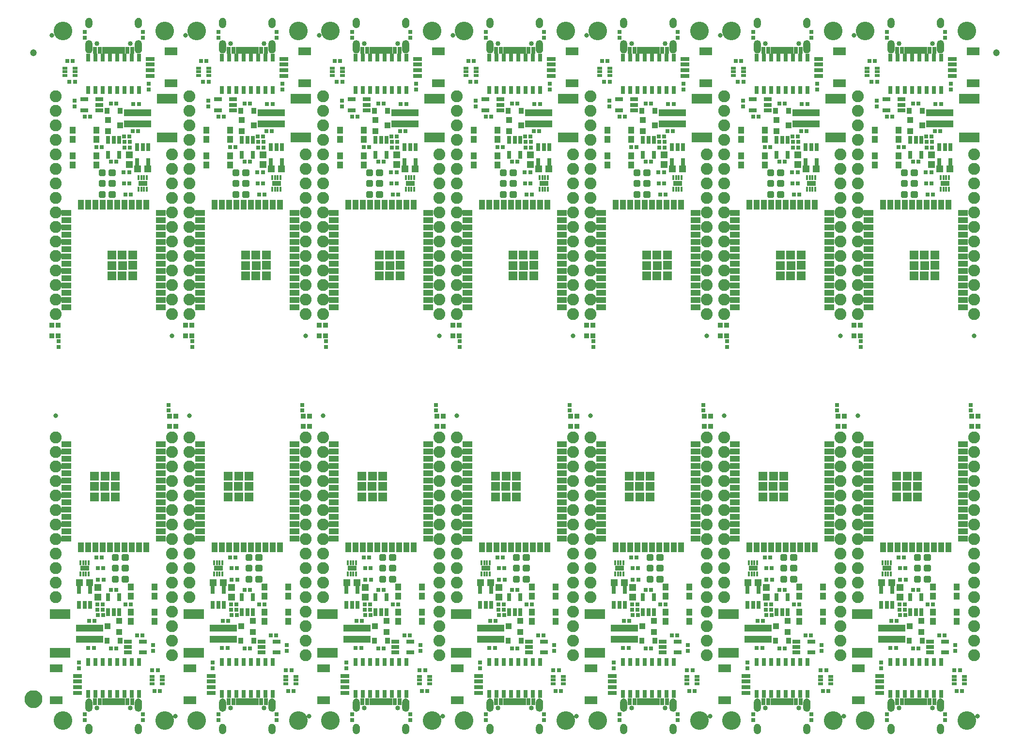
<source format=gts>
G04 EAGLE Gerber RS-274X export*
G75*
%MOMM*%
%FSLAX34Y34*%
%LPD*%
%INSoldermask Top*%
%IPPOS*%
%AMOC8*
5,1,8,0,0,1.08239X$1,22.5*%
G01*
%ADD10R,0.803200X0.803200*%
%ADD11R,0.753200X1.403200*%
%ADD12C,0.505344*%
%ADD13R,1.303200X1.203200*%
%ADD14R,1.203200X1.303200*%
%ADD15R,0.863200X0.503200*%
%ADD16R,2.203200X1.403200*%
%ADD17R,1.553200X0.803200*%
%ADD18C,0.838200*%
%ADD19C,3.251200*%
%ADD20R,1.103200X1.203200*%
%ADD21R,1.103200X1.003200*%
%ADD22R,0.503200X1.203200*%
%ADD23R,0.803200X1.203200*%
%ADD24C,0.853200*%
%ADD25R,0.833200X1.033200*%
%ADD26R,0.803200X1.403200*%
%ADD27R,0.440000X0.840000*%
%ADD28R,1.520000X0.940000*%
%ADD29R,0.903200X0.903200*%
%ADD30R,4.803200X1.203200*%
%ADD31R,3.603200X1.803200*%
%ADD32R,1.403200X0.753200*%
%ADD33R,1.703200X1.103200*%
%ADD34R,1.103200X1.703200*%
%ADD35R,1.533200X1.533200*%
%ADD36C,2.082800*%
%ADD37C,1.203200*%
%ADD38C,1.270000*%
%ADD39C,1.703200*%

G36*
X1006954Y1192992D02*
X1006954Y1192992D01*
X1006959Y1192997D01*
X1006963Y1192993D01*
X1008060Y1193280D01*
X1008064Y1193286D01*
X1008069Y1193283D01*
X1009088Y1193778D01*
X1009091Y1193784D01*
X1009096Y1193783D01*
X1009999Y1194467D01*
X1010001Y1194474D01*
X1010006Y1194474D01*
X1010759Y1195321D01*
X1010759Y1195328D01*
X1010764Y1195329D01*
X1011337Y1196306D01*
X1011336Y1196309D01*
X1011337Y1196310D01*
X1011336Y1196311D01*
X1011336Y1196313D01*
X1011341Y1196315D01*
X1011712Y1197386D01*
X1011710Y1197391D01*
X1011713Y1197393D01*
X1011712Y1197394D01*
X1011714Y1197395D01*
X1011869Y1198517D01*
X1011866Y1198522D01*
X1011869Y1198524D01*
X1011869Y1210524D01*
X1011866Y1210529D01*
X1011869Y1210532D01*
X1011664Y1211799D01*
X1011658Y1211805D01*
X1011661Y1211810D01*
X1011179Y1212999D01*
X1011172Y1213003D01*
X1011174Y1213009D01*
X1010440Y1214062D01*
X1010432Y1214064D01*
X1010433Y1214070D01*
X1009483Y1214933D01*
X1009474Y1214934D01*
X1009474Y1214939D01*
X1008355Y1215569D01*
X1008347Y1215568D01*
X1008345Y1215574D01*
X1007115Y1215939D01*
X1007107Y1215936D01*
X1007104Y1215941D01*
X1005823Y1216023D01*
X1005817Y1216023D01*
X1004536Y1215941D01*
X1004530Y1215935D01*
X1004525Y1215939D01*
X1003295Y1215574D01*
X1003290Y1215567D01*
X1003285Y1215569D01*
X1002166Y1214939D01*
X1002163Y1214932D01*
X1002157Y1214933D01*
X1001207Y1214070D01*
X1001206Y1214062D01*
X1001200Y1214062D01*
X1000466Y1213009D01*
X1000466Y1213001D01*
X1000461Y1212999D01*
X999979Y1211810D01*
X999981Y1211804D01*
X999977Y1211801D01*
X999978Y1211800D01*
X999976Y1211799D01*
X999771Y1210532D01*
X999774Y1210527D01*
X999771Y1210524D01*
X999771Y1198524D01*
X999774Y1198520D01*
X999771Y1198517D01*
X999926Y1197395D01*
X999931Y1197390D01*
X999928Y1197386D01*
X1000299Y1196315D01*
X1000305Y1196311D01*
X1000303Y1196306D01*
X1000876Y1195329D01*
X1000882Y1195326D01*
X1000881Y1195321D01*
X1001634Y1194474D01*
X1001641Y1194472D01*
X1001641Y1194467D01*
X1002544Y1193783D01*
X1002551Y1193783D01*
X1002552Y1193778D01*
X1003571Y1193283D01*
X1003578Y1193285D01*
X1003580Y1193280D01*
X1004677Y1192993D01*
X1004683Y1192996D01*
X1004686Y1192992D01*
X1005817Y1192925D01*
X1005821Y1192927D01*
X1005823Y1192925D01*
X1006954Y1192992D01*
G37*
G36*
X859674Y1192992D02*
X859674Y1192992D01*
X859679Y1192997D01*
X859683Y1192993D01*
X860780Y1193280D01*
X860784Y1193286D01*
X860789Y1193283D01*
X861808Y1193778D01*
X861811Y1193784D01*
X861816Y1193783D01*
X862719Y1194467D01*
X862721Y1194474D01*
X862726Y1194474D01*
X863479Y1195321D01*
X863479Y1195328D01*
X863484Y1195329D01*
X864057Y1196306D01*
X864056Y1196309D01*
X864057Y1196310D01*
X864056Y1196311D01*
X864056Y1196313D01*
X864061Y1196315D01*
X864432Y1197386D01*
X864430Y1197391D01*
X864433Y1197393D01*
X864432Y1197394D01*
X864434Y1197395D01*
X864589Y1198517D01*
X864586Y1198522D01*
X864589Y1198524D01*
X864589Y1210524D01*
X864586Y1210529D01*
X864589Y1210532D01*
X864384Y1211799D01*
X864378Y1211805D01*
X864381Y1211810D01*
X863899Y1212999D01*
X863892Y1213003D01*
X863894Y1213009D01*
X863160Y1214062D01*
X863152Y1214064D01*
X863153Y1214070D01*
X862203Y1214933D01*
X862194Y1214934D01*
X862194Y1214939D01*
X861075Y1215569D01*
X861067Y1215568D01*
X861065Y1215574D01*
X859835Y1215939D01*
X859827Y1215936D01*
X859824Y1215941D01*
X858543Y1216023D01*
X858537Y1216023D01*
X857256Y1215941D01*
X857250Y1215935D01*
X857245Y1215939D01*
X856015Y1215574D01*
X856010Y1215567D01*
X856005Y1215569D01*
X854886Y1214939D01*
X854883Y1214932D01*
X854877Y1214933D01*
X853927Y1214070D01*
X853926Y1214062D01*
X853920Y1214062D01*
X853186Y1213009D01*
X853186Y1213001D01*
X853181Y1212999D01*
X852699Y1211810D01*
X852701Y1211804D01*
X852697Y1211801D01*
X852698Y1211800D01*
X852696Y1211799D01*
X852491Y1210532D01*
X852494Y1210527D01*
X852491Y1210524D01*
X852491Y1198524D01*
X852494Y1198520D01*
X852491Y1198517D01*
X852646Y1197395D01*
X852651Y1197390D01*
X852648Y1197386D01*
X853019Y1196315D01*
X853025Y1196311D01*
X853023Y1196306D01*
X853596Y1195329D01*
X853602Y1195326D01*
X853601Y1195321D01*
X854354Y1194474D01*
X854361Y1194472D01*
X854361Y1194467D01*
X855264Y1193783D01*
X855271Y1193783D01*
X855272Y1193778D01*
X856291Y1193283D01*
X856298Y1193285D01*
X856300Y1193280D01*
X857397Y1192993D01*
X857403Y1192996D01*
X857406Y1192992D01*
X858537Y1192925D01*
X858541Y1192927D01*
X858543Y1192925D01*
X859674Y1192992D01*
G37*
G36*
X539594Y1192992D02*
X539594Y1192992D01*
X539599Y1192997D01*
X539603Y1192993D01*
X540700Y1193280D01*
X540704Y1193286D01*
X540709Y1193283D01*
X541728Y1193778D01*
X541731Y1193784D01*
X541736Y1193783D01*
X542639Y1194467D01*
X542641Y1194474D01*
X542646Y1194474D01*
X543399Y1195321D01*
X543399Y1195328D01*
X543404Y1195329D01*
X543977Y1196306D01*
X543976Y1196309D01*
X543977Y1196310D01*
X543976Y1196311D01*
X543976Y1196313D01*
X543981Y1196315D01*
X544352Y1197386D01*
X544350Y1197391D01*
X544353Y1197393D01*
X544352Y1197394D01*
X544354Y1197395D01*
X544509Y1198517D01*
X544506Y1198522D01*
X544509Y1198524D01*
X544509Y1210524D01*
X544506Y1210529D01*
X544509Y1210532D01*
X544304Y1211799D01*
X544298Y1211805D01*
X544301Y1211810D01*
X543819Y1212999D01*
X543812Y1213003D01*
X543814Y1213009D01*
X543080Y1214062D01*
X543072Y1214064D01*
X543073Y1214070D01*
X542123Y1214933D01*
X542114Y1214934D01*
X542114Y1214939D01*
X540995Y1215569D01*
X540987Y1215568D01*
X540985Y1215574D01*
X539755Y1215939D01*
X539747Y1215936D01*
X539744Y1215941D01*
X538463Y1216023D01*
X538457Y1216023D01*
X537176Y1215941D01*
X537170Y1215935D01*
X537165Y1215939D01*
X535935Y1215574D01*
X535930Y1215567D01*
X535925Y1215569D01*
X534806Y1214939D01*
X534803Y1214932D01*
X534797Y1214933D01*
X533847Y1214070D01*
X533846Y1214062D01*
X533840Y1214062D01*
X533106Y1213009D01*
X533106Y1213001D01*
X533101Y1212999D01*
X532619Y1211810D01*
X532621Y1211804D01*
X532617Y1211801D01*
X532618Y1211800D01*
X532616Y1211799D01*
X532411Y1210532D01*
X532414Y1210527D01*
X532411Y1210524D01*
X532411Y1198524D01*
X532414Y1198520D01*
X532411Y1198517D01*
X532566Y1197395D01*
X532571Y1197390D01*
X532568Y1197386D01*
X532939Y1196315D01*
X532945Y1196311D01*
X532943Y1196306D01*
X533516Y1195329D01*
X533522Y1195326D01*
X533521Y1195321D01*
X534274Y1194474D01*
X534281Y1194472D01*
X534281Y1194467D01*
X535184Y1193783D01*
X535191Y1193783D01*
X535192Y1193778D01*
X536211Y1193283D01*
X536218Y1193285D01*
X536220Y1193280D01*
X537317Y1192993D01*
X537323Y1192996D01*
X537326Y1192992D01*
X538457Y1192925D01*
X538461Y1192927D01*
X538463Y1192925D01*
X539594Y1192992D01*
G37*
G36*
X392314Y1192992D02*
X392314Y1192992D01*
X392319Y1192997D01*
X392323Y1192993D01*
X393420Y1193280D01*
X393424Y1193286D01*
X393429Y1193283D01*
X394448Y1193778D01*
X394451Y1193784D01*
X394456Y1193783D01*
X395359Y1194467D01*
X395361Y1194474D01*
X395366Y1194474D01*
X396119Y1195321D01*
X396119Y1195328D01*
X396124Y1195329D01*
X396697Y1196306D01*
X396696Y1196309D01*
X396697Y1196310D01*
X396696Y1196311D01*
X396696Y1196313D01*
X396701Y1196315D01*
X397072Y1197386D01*
X397070Y1197391D01*
X397073Y1197393D01*
X397072Y1197394D01*
X397074Y1197395D01*
X397229Y1198517D01*
X397226Y1198522D01*
X397229Y1198524D01*
X397229Y1210524D01*
X397226Y1210529D01*
X397229Y1210532D01*
X397024Y1211799D01*
X397018Y1211805D01*
X397021Y1211810D01*
X396539Y1212999D01*
X396532Y1213003D01*
X396534Y1213009D01*
X395800Y1214062D01*
X395792Y1214064D01*
X395793Y1214070D01*
X394843Y1214933D01*
X394834Y1214934D01*
X394834Y1214939D01*
X393715Y1215569D01*
X393707Y1215568D01*
X393705Y1215574D01*
X392475Y1215939D01*
X392467Y1215936D01*
X392464Y1215941D01*
X391183Y1216023D01*
X391177Y1216023D01*
X389896Y1215941D01*
X389890Y1215935D01*
X389885Y1215939D01*
X388655Y1215574D01*
X388650Y1215567D01*
X388645Y1215569D01*
X387526Y1214939D01*
X387523Y1214932D01*
X387517Y1214933D01*
X386567Y1214070D01*
X386566Y1214062D01*
X386560Y1214062D01*
X385826Y1213009D01*
X385826Y1213001D01*
X385821Y1212999D01*
X385339Y1211810D01*
X385341Y1211804D01*
X385337Y1211801D01*
X385338Y1211800D01*
X385336Y1211799D01*
X385131Y1210532D01*
X385134Y1210527D01*
X385131Y1210524D01*
X385131Y1198524D01*
X385134Y1198520D01*
X385131Y1198517D01*
X385286Y1197395D01*
X385291Y1197390D01*
X385288Y1197386D01*
X385659Y1196315D01*
X385665Y1196311D01*
X385663Y1196306D01*
X386236Y1195329D01*
X386242Y1195326D01*
X386241Y1195321D01*
X386994Y1194474D01*
X387001Y1194472D01*
X387001Y1194467D01*
X387904Y1193783D01*
X387911Y1193783D01*
X387912Y1193778D01*
X388931Y1193283D01*
X388938Y1193285D01*
X388940Y1193280D01*
X390037Y1192993D01*
X390043Y1192996D01*
X390046Y1192992D01*
X391177Y1192925D01*
X391181Y1192927D01*
X391183Y1192925D01*
X392314Y1192992D01*
G37*
G36*
X305914Y1192992D02*
X305914Y1192992D01*
X305919Y1192997D01*
X305923Y1192993D01*
X307020Y1193280D01*
X307024Y1193286D01*
X307029Y1193283D01*
X308048Y1193778D01*
X308051Y1193784D01*
X308056Y1193783D01*
X308959Y1194467D01*
X308961Y1194474D01*
X308966Y1194474D01*
X309719Y1195321D01*
X309719Y1195328D01*
X309724Y1195329D01*
X310297Y1196306D01*
X310296Y1196309D01*
X310297Y1196310D01*
X310296Y1196311D01*
X310296Y1196313D01*
X310301Y1196315D01*
X310672Y1197386D01*
X310670Y1197391D01*
X310673Y1197393D01*
X310672Y1197394D01*
X310674Y1197395D01*
X310829Y1198517D01*
X310826Y1198522D01*
X310829Y1198524D01*
X310829Y1210524D01*
X310826Y1210529D01*
X310829Y1210532D01*
X310624Y1211799D01*
X310618Y1211805D01*
X310621Y1211810D01*
X310139Y1212999D01*
X310132Y1213003D01*
X310134Y1213009D01*
X309400Y1214062D01*
X309392Y1214064D01*
X309393Y1214070D01*
X308443Y1214933D01*
X308434Y1214934D01*
X308434Y1214939D01*
X307315Y1215569D01*
X307307Y1215568D01*
X307305Y1215574D01*
X306075Y1215939D01*
X306067Y1215936D01*
X306064Y1215941D01*
X304783Y1216023D01*
X304777Y1216023D01*
X303496Y1215941D01*
X303490Y1215935D01*
X303485Y1215939D01*
X302255Y1215574D01*
X302250Y1215567D01*
X302245Y1215569D01*
X301126Y1214939D01*
X301123Y1214932D01*
X301117Y1214933D01*
X300167Y1214070D01*
X300166Y1214062D01*
X300160Y1214062D01*
X299426Y1213009D01*
X299426Y1213001D01*
X299421Y1212999D01*
X298939Y1211810D01*
X298941Y1211804D01*
X298937Y1211801D01*
X298938Y1211800D01*
X298936Y1211799D01*
X298731Y1210532D01*
X298734Y1210527D01*
X298731Y1210524D01*
X298731Y1198524D01*
X298734Y1198520D01*
X298731Y1198517D01*
X298886Y1197395D01*
X298891Y1197390D01*
X298888Y1197386D01*
X299259Y1196315D01*
X299265Y1196311D01*
X299263Y1196306D01*
X299836Y1195329D01*
X299842Y1195326D01*
X299841Y1195321D01*
X300594Y1194474D01*
X300601Y1194472D01*
X300601Y1194467D01*
X301504Y1193783D01*
X301511Y1193783D01*
X301512Y1193778D01*
X302531Y1193283D01*
X302538Y1193285D01*
X302540Y1193280D01*
X303637Y1192993D01*
X303643Y1192996D01*
X303646Y1192992D01*
X304777Y1192925D01*
X304781Y1192927D01*
X304783Y1192925D01*
X305914Y1192992D01*
G37*
G36*
X158634Y1192992D02*
X158634Y1192992D01*
X158639Y1192997D01*
X158643Y1192993D01*
X159740Y1193280D01*
X159744Y1193286D01*
X159749Y1193283D01*
X160768Y1193778D01*
X160771Y1193784D01*
X160776Y1193783D01*
X161679Y1194467D01*
X161681Y1194474D01*
X161686Y1194474D01*
X162439Y1195321D01*
X162439Y1195328D01*
X162444Y1195329D01*
X163017Y1196306D01*
X163016Y1196309D01*
X163017Y1196310D01*
X163016Y1196311D01*
X163016Y1196313D01*
X163021Y1196315D01*
X163392Y1197386D01*
X163390Y1197391D01*
X163393Y1197393D01*
X163392Y1197394D01*
X163394Y1197395D01*
X163549Y1198517D01*
X163546Y1198522D01*
X163549Y1198524D01*
X163549Y1210524D01*
X163546Y1210529D01*
X163549Y1210532D01*
X163344Y1211799D01*
X163338Y1211805D01*
X163341Y1211810D01*
X162859Y1212999D01*
X162852Y1213003D01*
X162854Y1213009D01*
X162120Y1214062D01*
X162112Y1214064D01*
X162113Y1214070D01*
X161163Y1214933D01*
X161154Y1214934D01*
X161154Y1214939D01*
X160035Y1215569D01*
X160027Y1215568D01*
X160025Y1215574D01*
X158795Y1215939D01*
X158787Y1215936D01*
X158784Y1215941D01*
X157503Y1216023D01*
X157497Y1216023D01*
X156216Y1215941D01*
X156210Y1215935D01*
X156205Y1215939D01*
X154975Y1215574D01*
X154970Y1215567D01*
X154965Y1215569D01*
X153846Y1214939D01*
X153843Y1214932D01*
X153837Y1214933D01*
X152887Y1214070D01*
X152886Y1214062D01*
X152880Y1214062D01*
X152146Y1213009D01*
X152146Y1213001D01*
X152141Y1212999D01*
X151659Y1211810D01*
X151661Y1211804D01*
X151657Y1211801D01*
X151658Y1211800D01*
X151656Y1211799D01*
X151451Y1210532D01*
X151454Y1210527D01*
X151451Y1210524D01*
X151451Y1198524D01*
X151454Y1198520D01*
X151451Y1198517D01*
X151606Y1197395D01*
X151611Y1197390D01*
X151608Y1197386D01*
X151979Y1196315D01*
X151985Y1196311D01*
X151983Y1196306D01*
X152556Y1195329D01*
X152562Y1195326D01*
X152561Y1195321D01*
X153314Y1194474D01*
X153321Y1194472D01*
X153321Y1194467D01*
X154224Y1193783D01*
X154231Y1193783D01*
X154232Y1193778D01*
X155251Y1193283D01*
X155258Y1193285D01*
X155260Y1193280D01*
X156357Y1192993D01*
X156363Y1192996D01*
X156366Y1192992D01*
X157497Y1192925D01*
X157501Y1192927D01*
X157503Y1192925D01*
X158634Y1192992D01*
G37*
G36*
X72234Y1192992D02*
X72234Y1192992D01*
X72239Y1192997D01*
X72243Y1192993D01*
X73340Y1193280D01*
X73344Y1193286D01*
X73349Y1193283D01*
X74368Y1193778D01*
X74371Y1193784D01*
X74376Y1193783D01*
X75279Y1194467D01*
X75281Y1194474D01*
X75286Y1194474D01*
X76039Y1195321D01*
X76039Y1195328D01*
X76044Y1195329D01*
X76617Y1196306D01*
X76616Y1196309D01*
X76617Y1196310D01*
X76616Y1196311D01*
X76616Y1196313D01*
X76621Y1196315D01*
X76992Y1197386D01*
X76990Y1197391D01*
X76993Y1197393D01*
X76992Y1197394D01*
X76994Y1197395D01*
X77149Y1198517D01*
X77146Y1198522D01*
X77149Y1198524D01*
X77149Y1210524D01*
X77146Y1210529D01*
X77149Y1210532D01*
X76944Y1211799D01*
X76938Y1211805D01*
X76941Y1211810D01*
X76459Y1212999D01*
X76452Y1213003D01*
X76454Y1213009D01*
X75720Y1214062D01*
X75712Y1214064D01*
X75713Y1214070D01*
X74763Y1214933D01*
X74754Y1214934D01*
X74754Y1214939D01*
X73635Y1215569D01*
X73627Y1215568D01*
X73625Y1215574D01*
X72395Y1215939D01*
X72387Y1215936D01*
X72384Y1215941D01*
X71103Y1216023D01*
X71097Y1216023D01*
X69816Y1215941D01*
X69810Y1215935D01*
X69805Y1215939D01*
X68575Y1215574D01*
X68570Y1215567D01*
X68565Y1215569D01*
X67446Y1214939D01*
X67443Y1214932D01*
X67437Y1214933D01*
X66487Y1214070D01*
X66486Y1214062D01*
X66480Y1214062D01*
X65746Y1213009D01*
X65746Y1213001D01*
X65741Y1212999D01*
X65259Y1211810D01*
X65261Y1211804D01*
X65257Y1211801D01*
X65258Y1211800D01*
X65256Y1211799D01*
X65051Y1210532D01*
X65054Y1210527D01*
X65051Y1210524D01*
X65051Y1198524D01*
X65054Y1198520D01*
X65051Y1198517D01*
X65206Y1197395D01*
X65211Y1197390D01*
X65208Y1197386D01*
X65579Y1196315D01*
X65585Y1196311D01*
X65583Y1196306D01*
X66156Y1195329D01*
X66162Y1195326D01*
X66161Y1195321D01*
X66914Y1194474D01*
X66921Y1194472D01*
X66921Y1194467D01*
X67824Y1193783D01*
X67831Y1193783D01*
X67832Y1193778D01*
X68851Y1193283D01*
X68858Y1193285D01*
X68860Y1193280D01*
X69957Y1192993D01*
X69963Y1192996D01*
X69966Y1192992D01*
X71097Y1192925D01*
X71101Y1192927D01*
X71103Y1192925D01*
X72234Y1192992D01*
G37*
G36*
X1474314Y1192992D02*
X1474314Y1192992D01*
X1474319Y1192997D01*
X1474323Y1192993D01*
X1475420Y1193280D01*
X1475424Y1193286D01*
X1475429Y1193283D01*
X1476448Y1193778D01*
X1476451Y1193784D01*
X1476456Y1193783D01*
X1477359Y1194467D01*
X1477361Y1194474D01*
X1477366Y1194474D01*
X1478119Y1195321D01*
X1478119Y1195328D01*
X1478124Y1195329D01*
X1478697Y1196306D01*
X1478696Y1196309D01*
X1478697Y1196310D01*
X1478696Y1196311D01*
X1478696Y1196313D01*
X1478701Y1196315D01*
X1479072Y1197386D01*
X1479070Y1197391D01*
X1479073Y1197393D01*
X1479072Y1197394D01*
X1479074Y1197395D01*
X1479229Y1198517D01*
X1479226Y1198522D01*
X1479229Y1198524D01*
X1479229Y1210524D01*
X1479226Y1210529D01*
X1479229Y1210532D01*
X1479024Y1211799D01*
X1479018Y1211805D01*
X1479021Y1211810D01*
X1478539Y1212999D01*
X1478532Y1213003D01*
X1478534Y1213009D01*
X1477800Y1214062D01*
X1477792Y1214064D01*
X1477793Y1214070D01*
X1476843Y1214933D01*
X1476834Y1214934D01*
X1476834Y1214939D01*
X1475715Y1215569D01*
X1475707Y1215568D01*
X1475705Y1215574D01*
X1474475Y1215939D01*
X1474467Y1215936D01*
X1474464Y1215941D01*
X1473183Y1216023D01*
X1473177Y1216023D01*
X1471896Y1215941D01*
X1471890Y1215935D01*
X1471885Y1215939D01*
X1470655Y1215574D01*
X1470650Y1215567D01*
X1470645Y1215569D01*
X1469526Y1214939D01*
X1469523Y1214932D01*
X1469517Y1214933D01*
X1468567Y1214070D01*
X1468566Y1214062D01*
X1468560Y1214062D01*
X1467826Y1213009D01*
X1467826Y1213001D01*
X1467821Y1212999D01*
X1467339Y1211810D01*
X1467341Y1211804D01*
X1467337Y1211801D01*
X1467338Y1211800D01*
X1467336Y1211799D01*
X1467131Y1210532D01*
X1467134Y1210527D01*
X1467131Y1210524D01*
X1467131Y1198524D01*
X1467134Y1198520D01*
X1467131Y1198517D01*
X1467286Y1197395D01*
X1467291Y1197390D01*
X1467288Y1197386D01*
X1467659Y1196315D01*
X1467665Y1196311D01*
X1467663Y1196306D01*
X1468236Y1195329D01*
X1468242Y1195326D01*
X1468241Y1195321D01*
X1468994Y1194474D01*
X1469001Y1194472D01*
X1469001Y1194467D01*
X1469904Y1193783D01*
X1469911Y1193783D01*
X1469912Y1193778D01*
X1470931Y1193283D01*
X1470938Y1193285D01*
X1470940Y1193280D01*
X1472037Y1192993D01*
X1472043Y1192996D01*
X1472046Y1192992D01*
X1473177Y1192925D01*
X1473181Y1192927D01*
X1473183Y1192925D01*
X1474314Y1192992D01*
G37*
G36*
X1560714Y1192992D02*
X1560714Y1192992D01*
X1560719Y1192997D01*
X1560723Y1192993D01*
X1561820Y1193280D01*
X1561824Y1193286D01*
X1561829Y1193283D01*
X1562848Y1193778D01*
X1562851Y1193784D01*
X1562856Y1193783D01*
X1563759Y1194467D01*
X1563761Y1194474D01*
X1563766Y1194474D01*
X1564519Y1195321D01*
X1564519Y1195328D01*
X1564524Y1195329D01*
X1565097Y1196306D01*
X1565096Y1196309D01*
X1565097Y1196310D01*
X1565096Y1196311D01*
X1565096Y1196313D01*
X1565101Y1196315D01*
X1565472Y1197386D01*
X1565470Y1197391D01*
X1565473Y1197393D01*
X1565472Y1197394D01*
X1565474Y1197395D01*
X1565629Y1198517D01*
X1565626Y1198522D01*
X1565629Y1198524D01*
X1565629Y1210524D01*
X1565626Y1210529D01*
X1565629Y1210532D01*
X1565424Y1211799D01*
X1565418Y1211805D01*
X1565421Y1211810D01*
X1564939Y1212999D01*
X1564932Y1213003D01*
X1564934Y1213009D01*
X1564200Y1214062D01*
X1564192Y1214064D01*
X1564193Y1214070D01*
X1563243Y1214933D01*
X1563234Y1214934D01*
X1563234Y1214939D01*
X1562115Y1215569D01*
X1562107Y1215568D01*
X1562105Y1215574D01*
X1560875Y1215939D01*
X1560867Y1215936D01*
X1560864Y1215941D01*
X1559583Y1216023D01*
X1559577Y1216023D01*
X1558296Y1215941D01*
X1558290Y1215935D01*
X1558285Y1215939D01*
X1557055Y1215574D01*
X1557050Y1215567D01*
X1557045Y1215569D01*
X1555926Y1214939D01*
X1555923Y1214932D01*
X1555917Y1214933D01*
X1554967Y1214070D01*
X1554966Y1214062D01*
X1554960Y1214062D01*
X1554226Y1213009D01*
X1554226Y1213001D01*
X1554221Y1212999D01*
X1553739Y1211810D01*
X1553741Y1211804D01*
X1553737Y1211801D01*
X1553738Y1211800D01*
X1553736Y1211799D01*
X1553531Y1210532D01*
X1553534Y1210527D01*
X1553531Y1210524D01*
X1553531Y1198524D01*
X1553534Y1198520D01*
X1553531Y1198517D01*
X1553686Y1197395D01*
X1553691Y1197390D01*
X1553688Y1197386D01*
X1554059Y1196315D01*
X1554065Y1196311D01*
X1554063Y1196306D01*
X1554636Y1195329D01*
X1554642Y1195326D01*
X1554641Y1195321D01*
X1555394Y1194474D01*
X1555401Y1194472D01*
X1555401Y1194467D01*
X1556304Y1193783D01*
X1556311Y1193783D01*
X1556312Y1193778D01*
X1557331Y1193283D01*
X1557338Y1193285D01*
X1557340Y1193280D01*
X1558437Y1192993D01*
X1558443Y1192996D01*
X1558446Y1192992D01*
X1559577Y1192925D01*
X1559581Y1192927D01*
X1559583Y1192925D01*
X1560714Y1192992D01*
G37*
G36*
X773274Y1192992D02*
X773274Y1192992D01*
X773279Y1192997D01*
X773283Y1192993D01*
X774380Y1193280D01*
X774384Y1193286D01*
X774389Y1193283D01*
X775408Y1193778D01*
X775411Y1193784D01*
X775416Y1193783D01*
X776319Y1194467D01*
X776321Y1194474D01*
X776326Y1194474D01*
X777079Y1195321D01*
X777079Y1195328D01*
X777084Y1195329D01*
X777657Y1196306D01*
X777656Y1196309D01*
X777657Y1196310D01*
X777656Y1196311D01*
X777656Y1196313D01*
X777661Y1196315D01*
X778032Y1197386D01*
X778030Y1197391D01*
X778033Y1197393D01*
X778032Y1197394D01*
X778034Y1197395D01*
X778189Y1198517D01*
X778186Y1198522D01*
X778189Y1198524D01*
X778189Y1210524D01*
X778186Y1210529D01*
X778189Y1210532D01*
X777984Y1211799D01*
X777978Y1211805D01*
X777981Y1211810D01*
X777499Y1212999D01*
X777492Y1213003D01*
X777494Y1213009D01*
X776760Y1214062D01*
X776752Y1214064D01*
X776753Y1214070D01*
X775803Y1214933D01*
X775794Y1214934D01*
X775794Y1214939D01*
X774675Y1215569D01*
X774667Y1215568D01*
X774665Y1215574D01*
X773435Y1215939D01*
X773427Y1215936D01*
X773424Y1215941D01*
X772143Y1216023D01*
X772137Y1216023D01*
X770856Y1215941D01*
X770850Y1215935D01*
X770845Y1215939D01*
X769615Y1215574D01*
X769610Y1215567D01*
X769605Y1215569D01*
X768486Y1214939D01*
X768483Y1214932D01*
X768477Y1214933D01*
X767527Y1214070D01*
X767526Y1214062D01*
X767520Y1214062D01*
X766786Y1213009D01*
X766786Y1213001D01*
X766781Y1212999D01*
X766299Y1211810D01*
X766301Y1211804D01*
X766297Y1211801D01*
X766298Y1211800D01*
X766296Y1211799D01*
X766091Y1210532D01*
X766094Y1210527D01*
X766091Y1210524D01*
X766091Y1198524D01*
X766094Y1198520D01*
X766091Y1198517D01*
X766246Y1197395D01*
X766251Y1197390D01*
X766248Y1197386D01*
X766619Y1196315D01*
X766625Y1196311D01*
X766623Y1196306D01*
X767196Y1195329D01*
X767202Y1195326D01*
X767201Y1195321D01*
X767954Y1194474D01*
X767961Y1194472D01*
X767961Y1194467D01*
X768864Y1193783D01*
X768871Y1193783D01*
X768872Y1193778D01*
X769891Y1193283D01*
X769898Y1193285D01*
X769900Y1193280D01*
X770997Y1192993D01*
X771003Y1192996D01*
X771006Y1192992D01*
X772137Y1192925D01*
X772141Y1192927D01*
X772143Y1192925D01*
X773274Y1192992D01*
G37*
G36*
X1093354Y1192992D02*
X1093354Y1192992D01*
X1093359Y1192997D01*
X1093363Y1192993D01*
X1094460Y1193280D01*
X1094464Y1193286D01*
X1094469Y1193283D01*
X1095488Y1193778D01*
X1095491Y1193784D01*
X1095496Y1193783D01*
X1096399Y1194467D01*
X1096401Y1194474D01*
X1096406Y1194474D01*
X1097159Y1195321D01*
X1097159Y1195328D01*
X1097164Y1195329D01*
X1097737Y1196306D01*
X1097736Y1196309D01*
X1097737Y1196310D01*
X1097736Y1196311D01*
X1097736Y1196313D01*
X1097741Y1196315D01*
X1098112Y1197386D01*
X1098110Y1197391D01*
X1098113Y1197393D01*
X1098112Y1197394D01*
X1098114Y1197395D01*
X1098269Y1198517D01*
X1098266Y1198522D01*
X1098269Y1198524D01*
X1098269Y1210524D01*
X1098266Y1210529D01*
X1098269Y1210532D01*
X1098064Y1211799D01*
X1098058Y1211805D01*
X1098061Y1211810D01*
X1097579Y1212999D01*
X1097572Y1213003D01*
X1097574Y1213009D01*
X1096840Y1214062D01*
X1096832Y1214064D01*
X1096833Y1214070D01*
X1095883Y1214933D01*
X1095874Y1214934D01*
X1095874Y1214939D01*
X1094755Y1215569D01*
X1094747Y1215568D01*
X1094745Y1215574D01*
X1093515Y1215939D01*
X1093507Y1215936D01*
X1093504Y1215941D01*
X1092223Y1216023D01*
X1092217Y1216023D01*
X1090936Y1215941D01*
X1090930Y1215935D01*
X1090925Y1215939D01*
X1089695Y1215574D01*
X1089690Y1215567D01*
X1089685Y1215569D01*
X1088566Y1214939D01*
X1088563Y1214932D01*
X1088557Y1214933D01*
X1087607Y1214070D01*
X1087606Y1214062D01*
X1087600Y1214062D01*
X1086866Y1213009D01*
X1086866Y1213001D01*
X1086861Y1212999D01*
X1086379Y1211810D01*
X1086381Y1211804D01*
X1086377Y1211801D01*
X1086378Y1211800D01*
X1086376Y1211799D01*
X1086171Y1210532D01*
X1086174Y1210527D01*
X1086171Y1210524D01*
X1086171Y1198524D01*
X1086174Y1198520D01*
X1086171Y1198517D01*
X1086326Y1197395D01*
X1086331Y1197390D01*
X1086328Y1197386D01*
X1086699Y1196315D01*
X1086705Y1196311D01*
X1086703Y1196306D01*
X1087276Y1195329D01*
X1087282Y1195326D01*
X1087281Y1195321D01*
X1088034Y1194474D01*
X1088041Y1194472D01*
X1088041Y1194467D01*
X1088944Y1193783D01*
X1088951Y1193783D01*
X1088952Y1193778D01*
X1089971Y1193283D01*
X1089978Y1193285D01*
X1089980Y1193280D01*
X1091077Y1192993D01*
X1091083Y1192996D01*
X1091086Y1192992D01*
X1092217Y1192925D01*
X1092221Y1192927D01*
X1092223Y1192925D01*
X1093354Y1192992D01*
G37*
G36*
X1327034Y1192992D02*
X1327034Y1192992D01*
X1327039Y1192997D01*
X1327043Y1192993D01*
X1328140Y1193280D01*
X1328144Y1193286D01*
X1328149Y1193283D01*
X1329168Y1193778D01*
X1329171Y1193784D01*
X1329176Y1193783D01*
X1330079Y1194467D01*
X1330081Y1194474D01*
X1330086Y1194474D01*
X1330839Y1195321D01*
X1330839Y1195328D01*
X1330844Y1195329D01*
X1331417Y1196306D01*
X1331416Y1196309D01*
X1331417Y1196310D01*
X1331416Y1196311D01*
X1331416Y1196313D01*
X1331421Y1196315D01*
X1331792Y1197386D01*
X1331790Y1197391D01*
X1331793Y1197393D01*
X1331792Y1197394D01*
X1331794Y1197395D01*
X1331949Y1198517D01*
X1331946Y1198522D01*
X1331949Y1198524D01*
X1331949Y1210524D01*
X1331946Y1210529D01*
X1331949Y1210532D01*
X1331744Y1211799D01*
X1331738Y1211805D01*
X1331741Y1211810D01*
X1331259Y1212999D01*
X1331252Y1213003D01*
X1331254Y1213009D01*
X1330520Y1214062D01*
X1330512Y1214064D01*
X1330513Y1214070D01*
X1329563Y1214933D01*
X1329554Y1214934D01*
X1329554Y1214939D01*
X1328435Y1215569D01*
X1328427Y1215568D01*
X1328425Y1215574D01*
X1327195Y1215939D01*
X1327187Y1215936D01*
X1327184Y1215941D01*
X1325903Y1216023D01*
X1325897Y1216023D01*
X1324616Y1215941D01*
X1324610Y1215935D01*
X1324605Y1215939D01*
X1323375Y1215574D01*
X1323370Y1215567D01*
X1323365Y1215569D01*
X1322246Y1214939D01*
X1322243Y1214932D01*
X1322237Y1214933D01*
X1321287Y1214070D01*
X1321286Y1214062D01*
X1321280Y1214062D01*
X1320546Y1213009D01*
X1320546Y1213001D01*
X1320541Y1212999D01*
X1320059Y1211810D01*
X1320061Y1211804D01*
X1320057Y1211801D01*
X1320058Y1211800D01*
X1320056Y1211799D01*
X1319851Y1210532D01*
X1319854Y1210527D01*
X1319851Y1210524D01*
X1319851Y1198524D01*
X1319854Y1198520D01*
X1319851Y1198517D01*
X1320006Y1197395D01*
X1320011Y1197390D01*
X1320008Y1197386D01*
X1320379Y1196315D01*
X1320385Y1196311D01*
X1320383Y1196306D01*
X1320956Y1195329D01*
X1320962Y1195326D01*
X1320961Y1195321D01*
X1321714Y1194474D01*
X1321721Y1194472D01*
X1321721Y1194467D01*
X1322624Y1193783D01*
X1322631Y1193783D01*
X1322632Y1193778D01*
X1323651Y1193283D01*
X1323658Y1193285D01*
X1323660Y1193280D01*
X1324757Y1192993D01*
X1324763Y1192996D01*
X1324766Y1192992D01*
X1325897Y1192925D01*
X1325901Y1192927D01*
X1325903Y1192925D01*
X1327034Y1192992D01*
G37*
G36*
X625994Y1192992D02*
X625994Y1192992D01*
X625999Y1192997D01*
X626003Y1192993D01*
X627100Y1193280D01*
X627104Y1193286D01*
X627109Y1193283D01*
X628128Y1193778D01*
X628131Y1193784D01*
X628136Y1193783D01*
X629039Y1194467D01*
X629041Y1194474D01*
X629046Y1194474D01*
X629799Y1195321D01*
X629799Y1195328D01*
X629804Y1195329D01*
X630377Y1196306D01*
X630376Y1196309D01*
X630377Y1196310D01*
X630376Y1196311D01*
X630376Y1196313D01*
X630381Y1196315D01*
X630752Y1197386D01*
X630750Y1197391D01*
X630753Y1197393D01*
X630752Y1197394D01*
X630754Y1197395D01*
X630909Y1198517D01*
X630906Y1198522D01*
X630909Y1198524D01*
X630909Y1210524D01*
X630906Y1210529D01*
X630909Y1210532D01*
X630704Y1211799D01*
X630698Y1211805D01*
X630701Y1211810D01*
X630219Y1212999D01*
X630212Y1213003D01*
X630214Y1213009D01*
X629480Y1214062D01*
X629472Y1214064D01*
X629473Y1214070D01*
X628523Y1214933D01*
X628514Y1214934D01*
X628514Y1214939D01*
X627395Y1215569D01*
X627387Y1215568D01*
X627385Y1215574D01*
X626155Y1215939D01*
X626147Y1215936D01*
X626144Y1215941D01*
X624863Y1216023D01*
X624857Y1216023D01*
X623576Y1215941D01*
X623570Y1215935D01*
X623565Y1215939D01*
X622335Y1215574D01*
X622330Y1215567D01*
X622325Y1215569D01*
X621206Y1214939D01*
X621203Y1214932D01*
X621197Y1214933D01*
X620247Y1214070D01*
X620246Y1214062D01*
X620240Y1214062D01*
X619506Y1213009D01*
X619506Y1213001D01*
X619501Y1212999D01*
X619019Y1211810D01*
X619021Y1211804D01*
X619017Y1211801D01*
X619018Y1211800D01*
X619016Y1211799D01*
X618811Y1210532D01*
X618814Y1210527D01*
X618811Y1210524D01*
X618811Y1198524D01*
X618814Y1198520D01*
X618811Y1198517D01*
X618966Y1197395D01*
X618971Y1197390D01*
X618968Y1197386D01*
X619339Y1196315D01*
X619345Y1196311D01*
X619343Y1196306D01*
X619916Y1195329D01*
X619922Y1195326D01*
X619921Y1195321D01*
X620674Y1194474D01*
X620681Y1194472D01*
X620681Y1194467D01*
X621584Y1193783D01*
X621591Y1193783D01*
X621592Y1193778D01*
X622611Y1193283D01*
X622618Y1193285D01*
X622620Y1193280D01*
X623717Y1192993D01*
X623723Y1192996D01*
X623726Y1192992D01*
X624857Y1192925D01*
X624861Y1192927D01*
X624863Y1192925D01*
X625994Y1192992D01*
G37*
G36*
X1240634Y1192992D02*
X1240634Y1192992D01*
X1240639Y1192997D01*
X1240643Y1192993D01*
X1241740Y1193280D01*
X1241744Y1193286D01*
X1241749Y1193283D01*
X1242768Y1193778D01*
X1242771Y1193784D01*
X1242776Y1193783D01*
X1243679Y1194467D01*
X1243681Y1194474D01*
X1243686Y1194474D01*
X1244439Y1195321D01*
X1244439Y1195328D01*
X1244444Y1195329D01*
X1245017Y1196306D01*
X1245016Y1196309D01*
X1245017Y1196310D01*
X1245016Y1196311D01*
X1245016Y1196313D01*
X1245021Y1196315D01*
X1245392Y1197386D01*
X1245390Y1197391D01*
X1245393Y1197393D01*
X1245392Y1197394D01*
X1245394Y1197395D01*
X1245549Y1198517D01*
X1245546Y1198522D01*
X1245549Y1198524D01*
X1245549Y1210524D01*
X1245546Y1210529D01*
X1245549Y1210532D01*
X1245344Y1211799D01*
X1245338Y1211805D01*
X1245341Y1211810D01*
X1244859Y1212999D01*
X1244852Y1213003D01*
X1244854Y1213009D01*
X1244120Y1214062D01*
X1244112Y1214064D01*
X1244113Y1214070D01*
X1243163Y1214933D01*
X1243154Y1214934D01*
X1243154Y1214939D01*
X1242035Y1215569D01*
X1242027Y1215568D01*
X1242025Y1215574D01*
X1240795Y1215939D01*
X1240787Y1215936D01*
X1240784Y1215941D01*
X1239503Y1216023D01*
X1239497Y1216023D01*
X1238216Y1215941D01*
X1238210Y1215935D01*
X1238205Y1215939D01*
X1236975Y1215574D01*
X1236970Y1215567D01*
X1236965Y1215569D01*
X1235846Y1214939D01*
X1235843Y1214932D01*
X1235837Y1214933D01*
X1234887Y1214070D01*
X1234886Y1214062D01*
X1234880Y1214062D01*
X1234146Y1213009D01*
X1234146Y1213001D01*
X1234141Y1212999D01*
X1233659Y1211810D01*
X1233661Y1211804D01*
X1233657Y1211801D01*
X1233658Y1211800D01*
X1233656Y1211799D01*
X1233451Y1210532D01*
X1233454Y1210527D01*
X1233451Y1210524D01*
X1233451Y1198524D01*
X1233454Y1198520D01*
X1233451Y1198517D01*
X1233606Y1197395D01*
X1233611Y1197390D01*
X1233608Y1197386D01*
X1233979Y1196315D01*
X1233985Y1196311D01*
X1233983Y1196306D01*
X1234556Y1195329D01*
X1234562Y1195326D01*
X1234561Y1195321D01*
X1235314Y1194474D01*
X1235321Y1194472D01*
X1235321Y1194467D01*
X1236224Y1193783D01*
X1236231Y1193783D01*
X1236232Y1193778D01*
X1237251Y1193283D01*
X1237258Y1193285D01*
X1237260Y1193280D01*
X1238357Y1192993D01*
X1238363Y1192996D01*
X1238366Y1192992D01*
X1239497Y1192925D01*
X1239501Y1192927D01*
X1239503Y1192925D01*
X1240634Y1192992D01*
G37*
G36*
X72384Y41359D02*
X72384Y41359D01*
X72390Y41365D01*
X72395Y41361D01*
X73625Y41726D01*
X73630Y41733D01*
X73635Y41731D01*
X74754Y42361D01*
X74757Y42368D01*
X74763Y42367D01*
X75713Y43230D01*
X75714Y43238D01*
X75720Y43238D01*
X76454Y44291D01*
X76454Y44299D01*
X76459Y44301D01*
X76941Y45491D01*
X76939Y45496D01*
X76943Y45499D01*
X76942Y45500D01*
X76944Y45501D01*
X77149Y46768D01*
X77146Y46773D01*
X77149Y46776D01*
X77149Y58776D01*
X77146Y58780D01*
X77149Y58783D01*
X76994Y59905D01*
X76989Y59910D01*
X76992Y59914D01*
X76621Y60985D01*
X76615Y60989D01*
X76617Y60994D01*
X76044Y61971D01*
X76038Y61974D01*
X76039Y61979D01*
X75286Y62826D01*
X75279Y62828D01*
X75279Y62833D01*
X74376Y63517D01*
X74369Y63517D01*
X74368Y63522D01*
X73349Y64017D01*
X73342Y64015D01*
X73340Y64020D01*
X72243Y64307D01*
X72237Y64304D01*
X72234Y64308D01*
X71103Y64375D01*
X71097Y64375D01*
X69966Y64308D01*
X69961Y64303D01*
X69957Y64307D01*
X68860Y64020D01*
X68856Y64014D01*
X68851Y64017D01*
X67832Y63522D01*
X67829Y63516D01*
X67824Y63517D01*
X66921Y62833D01*
X66919Y62826D01*
X66914Y62826D01*
X66161Y61979D01*
X66161Y61972D01*
X66156Y61971D01*
X65583Y60994D01*
X65584Y60991D01*
X65583Y60990D01*
X65584Y60989D01*
X65584Y60987D01*
X65579Y60985D01*
X65208Y59914D01*
X65210Y59909D01*
X65207Y59907D01*
X65207Y59906D01*
X65206Y59905D01*
X65051Y58783D01*
X65054Y58778D01*
X65051Y58776D01*
X65051Y46776D01*
X65054Y46771D01*
X65051Y46768D01*
X65256Y45501D01*
X65262Y45495D01*
X65259Y45491D01*
X65741Y44301D01*
X65748Y44297D01*
X65746Y44291D01*
X66480Y43238D01*
X66488Y43236D01*
X66487Y43230D01*
X67437Y42367D01*
X67446Y42366D01*
X67446Y42361D01*
X68565Y41731D01*
X68573Y41732D01*
X68575Y41726D01*
X69805Y41361D01*
X69813Y41364D01*
X69816Y41359D01*
X71097Y41277D01*
X71101Y41280D01*
X71103Y41277D01*
X72384Y41359D01*
G37*
G36*
X1240784Y41359D02*
X1240784Y41359D01*
X1240790Y41365D01*
X1240795Y41361D01*
X1242025Y41726D01*
X1242030Y41733D01*
X1242035Y41731D01*
X1243154Y42361D01*
X1243157Y42368D01*
X1243163Y42367D01*
X1244113Y43230D01*
X1244114Y43238D01*
X1244120Y43238D01*
X1244854Y44291D01*
X1244854Y44299D01*
X1244859Y44301D01*
X1245341Y45491D01*
X1245339Y45496D01*
X1245343Y45499D01*
X1245342Y45500D01*
X1245344Y45501D01*
X1245549Y46768D01*
X1245546Y46773D01*
X1245549Y46776D01*
X1245549Y58776D01*
X1245546Y58780D01*
X1245549Y58783D01*
X1245394Y59905D01*
X1245389Y59910D01*
X1245392Y59914D01*
X1245021Y60985D01*
X1245015Y60989D01*
X1245017Y60994D01*
X1244444Y61971D01*
X1244438Y61974D01*
X1244439Y61979D01*
X1243686Y62826D01*
X1243679Y62828D01*
X1243679Y62833D01*
X1242776Y63517D01*
X1242769Y63517D01*
X1242768Y63522D01*
X1241749Y64017D01*
X1241742Y64015D01*
X1241740Y64020D01*
X1240643Y64307D01*
X1240637Y64304D01*
X1240634Y64308D01*
X1239503Y64375D01*
X1239497Y64375D01*
X1238366Y64308D01*
X1238361Y64303D01*
X1238357Y64307D01*
X1237260Y64020D01*
X1237256Y64014D01*
X1237251Y64017D01*
X1236232Y63522D01*
X1236229Y63516D01*
X1236224Y63517D01*
X1235321Y62833D01*
X1235319Y62826D01*
X1235314Y62826D01*
X1234561Y61979D01*
X1234561Y61972D01*
X1234556Y61971D01*
X1233983Y60994D01*
X1233984Y60991D01*
X1233983Y60990D01*
X1233984Y60989D01*
X1233984Y60987D01*
X1233979Y60985D01*
X1233608Y59914D01*
X1233610Y59909D01*
X1233607Y59907D01*
X1233607Y59906D01*
X1233606Y59905D01*
X1233451Y58783D01*
X1233454Y58778D01*
X1233451Y58776D01*
X1233451Y46776D01*
X1233454Y46771D01*
X1233451Y46768D01*
X1233656Y45501D01*
X1233662Y45495D01*
X1233659Y45491D01*
X1234141Y44301D01*
X1234148Y44297D01*
X1234146Y44291D01*
X1234880Y43238D01*
X1234888Y43236D01*
X1234887Y43230D01*
X1235837Y42367D01*
X1235846Y42366D01*
X1235846Y42361D01*
X1236965Y41731D01*
X1236973Y41732D01*
X1236975Y41726D01*
X1238205Y41361D01*
X1238213Y41364D01*
X1238216Y41359D01*
X1239497Y41277D01*
X1239501Y41280D01*
X1239503Y41277D01*
X1240784Y41359D01*
G37*
G36*
X392464Y41359D02*
X392464Y41359D01*
X392470Y41365D01*
X392475Y41361D01*
X393705Y41726D01*
X393710Y41733D01*
X393715Y41731D01*
X394834Y42361D01*
X394837Y42368D01*
X394843Y42367D01*
X395793Y43230D01*
X395794Y43238D01*
X395800Y43238D01*
X396534Y44291D01*
X396534Y44299D01*
X396539Y44301D01*
X397021Y45491D01*
X397019Y45496D01*
X397023Y45499D01*
X397022Y45500D01*
X397024Y45501D01*
X397229Y46768D01*
X397226Y46773D01*
X397229Y46776D01*
X397229Y58776D01*
X397226Y58780D01*
X397229Y58783D01*
X397074Y59905D01*
X397069Y59910D01*
X397072Y59914D01*
X396701Y60985D01*
X396695Y60989D01*
X396697Y60994D01*
X396124Y61971D01*
X396118Y61974D01*
X396119Y61979D01*
X395366Y62826D01*
X395359Y62828D01*
X395359Y62833D01*
X394456Y63517D01*
X394449Y63517D01*
X394448Y63522D01*
X393429Y64017D01*
X393422Y64015D01*
X393420Y64020D01*
X392323Y64307D01*
X392317Y64304D01*
X392314Y64308D01*
X391183Y64375D01*
X391177Y64375D01*
X390046Y64308D01*
X390041Y64303D01*
X390037Y64307D01*
X388940Y64020D01*
X388936Y64014D01*
X388931Y64017D01*
X387912Y63522D01*
X387909Y63516D01*
X387904Y63517D01*
X387001Y62833D01*
X386999Y62826D01*
X386994Y62826D01*
X386241Y61979D01*
X386241Y61972D01*
X386236Y61971D01*
X385663Y60994D01*
X385664Y60991D01*
X385663Y60990D01*
X385664Y60989D01*
X385664Y60987D01*
X385659Y60985D01*
X385288Y59914D01*
X385290Y59909D01*
X385287Y59907D01*
X385287Y59906D01*
X385286Y59905D01*
X385131Y58783D01*
X385134Y58778D01*
X385131Y58776D01*
X385131Y46776D01*
X385134Y46771D01*
X385131Y46768D01*
X385336Y45501D01*
X385342Y45495D01*
X385339Y45491D01*
X385821Y44301D01*
X385828Y44297D01*
X385826Y44291D01*
X386560Y43238D01*
X386568Y43236D01*
X386567Y43230D01*
X387517Y42367D01*
X387526Y42366D01*
X387526Y42361D01*
X388645Y41731D01*
X388653Y41732D01*
X388655Y41726D01*
X389885Y41361D01*
X389893Y41364D01*
X389896Y41359D01*
X391177Y41277D01*
X391181Y41280D01*
X391183Y41277D01*
X392464Y41359D01*
G37*
G36*
X1474464Y41359D02*
X1474464Y41359D01*
X1474470Y41365D01*
X1474475Y41361D01*
X1475705Y41726D01*
X1475710Y41733D01*
X1475715Y41731D01*
X1476834Y42361D01*
X1476837Y42368D01*
X1476843Y42367D01*
X1477793Y43230D01*
X1477794Y43238D01*
X1477800Y43238D01*
X1478534Y44291D01*
X1478534Y44299D01*
X1478539Y44301D01*
X1479021Y45491D01*
X1479019Y45496D01*
X1479023Y45499D01*
X1479022Y45500D01*
X1479024Y45501D01*
X1479229Y46768D01*
X1479226Y46773D01*
X1479229Y46776D01*
X1479229Y58776D01*
X1479226Y58780D01*
X1479229Y58783D01*
X1479074Y59905D01*
X1479069Y59910D01*
X1479072Y59914D01*
X1478701Y60985D01*
X1478695Y60989D01*
X1478697Y60994D01*
X1478124Y61971D01*
X1478118Y61974D01*
X1478119Y61979D01*
X1477366Y62826D01*
X1477359Y62828D01*
X1477359Y62833D01*
X1476456Y63517D01*
X1476449Y63517D01*
X1476448Y63522D01*
X1475429Y64017D01*
X1475422Y64015D01*
X1475420Y64020D01*
X1474323Y64307D01*
X1474317Y64304D01*
X1474314Y64308D01*
X1473183Y64375D01*
X1473177Y64375D01*
X1472046Y64308D01*
X1472041Y64303D01*
X1472037Y64307D01*
X1470940Y64020D01*
X1470936Y64014D01*
X1470931Y64017D01*
X1469912Y63522D01*
X1469909Y63516D01*
X1469904Y63517D01*
X1469001Y62833D01*
X1468999Y62826D01*
X1468994Y62826D01*
X1468241Y61979D01*
X1468241Y61972D01*
X1468236Y61971D01*
X1467663Y60994D01*
X1467664Y60991D01*
X1467663Y60990D01*
X1467664Y60989D01*
X1467664Y60987D01*
X1467659Y60985D01*
X1467288Y59914D01*
X1467290Y59909D01*
X1467287Y59907D01*
X1467287Y59906D01*
X1467286Y59905D01*
X1467131Y58783D01*
X1467134Y58778D01*
X1467131Y58776D01*
X1467131Y46776D01*
X1467134Y46771D01*
X1467131Y46768D01*
X1467336Y45501D01*
X1467342Y45495D01*
X1467339Y45491D01*
X1467821Y44301D01*
X1467828Y44297D01*
X1467826Y44291D01*
X1468560Y43238D01*
X1468568Y43236D01*
X1468567Y43230D01*
X1469517Y42367D01*
X1469526Y42366D01*
X1469526Y42361D01*
X1470645Y41731D01*
X1470653Y41732D01*
X1470655Y41726D01*
X1471885Y41361D01*
X1471893Y41364D01*
X1471896Y41359D01*
X1473177Y41277D01*
X1473181Y41280D01*
X1473183Y41277D01*
X1474464Y41359D01*
G37*
G36*
X773424Y41359D02*
X773424Y41359D01*
X773430Y41365D01*
X773435Y41361D01*
X774665Y41726D01*
X774670Y41733D01*
X774675Y41731D01*
X775794Y42361D01*
X775797Y42368D01*
X775803Y42367D01*
X776753Y43230D01*
X776754Y43238D01*
X776760Y43238D01*
X777494Y44291D01*
X777494Y44299D01*
X777499Y44301D01*
X777981Y45491D01*
X777979Y45496D01*
X777983Y45499D01*
X777982Y45500D01*
X777984Y45501D01*
X778189Y46768D01*
X778186Y46773D01*
X778189Y46776D01*
X778189Y58776D01*
X778186Y58780D01*
X778189Y58783D01*
X778034Y59905D01*
X778029Y59910D01*
X778032Y59914D01*
X777661Y60985D01*
X777655Y60989D01*
X777657Y60994D01*
X777084Y61971D01*
X777078Y61974D01*
X777079Y61979D01*
X776326Y62826D01*
X776319Y62828D01*
X776319Y62833D01*
X775416Y63517D01*
X775409Y63517D01*
X775408Y63522D01*
X774389Y64017D01*
X774382Y64015D01*
X774380Y64020D01*
X773283Y64307D01*
X773277Y64304D01*
X773274Y64308D01*
X772143Y64375D01*
X772137Y64375D01*
X771006Y64308D01*
X771001Y64303D01*
X770997Y64307D01*
X769900Y64020D01*
X769896Y64014D01*
X769891Y64017D01*
X768872Y63522D01*
X768869Y63516D01*
X768864Y63517D01*
X767961Y62833D01*
X767959Y62826D01*
X767954Y62826D01*
X767201Y61979D01*
X767201Y61972D01*
X767196Y61971D01*
X766623Y60994D01*
X766624Y60991D01*
X766623Y60990D01*
X766624Y60989D01*
X766624Y60987D01*
X766619Y60985D01*
X766248Y59914D01*
X766250Y59909D01*
X766247Y59907D01*
X766247Y59906D01*
X766246Y59905D01*
X766091Y58783D01*
X766094Y58778D01*
X766091Y58776D01*
X766091Y46776D01*
X766094Y46771D01*
X766091Y46768D01*
X766296Y45501D01*
X766302Y45495D01*
X766299Y45491D01*
X766781Y44301D01*
X766788Y44297D01*
X766786Y44291D01*
X767520Y43238D01*
X767528Y43236D01*
X767527Y43230D01*
X768477Y42367D01*
X768486Y42366D01*
X768486Y42361D01*
X769605Y41731D01*
X769613Y41732D01*
X769615Y41726D01*
X770845Y41361D01*
X770853Y41364D01*
X770856Y41359D01*
X772137Y41277D01*
X772141Y41280D01*
X772143Y41277D01*
X773424Y41359D01*
G37*
G36*
X1007104Y41359D02*
X1007104Y41359D01*
X1007110Y41365D01*
X1007115Y41361D01*
X1008345Y41726D01*
X1008350Y41733D01*
X1008355Y41731D01*
X1009474Y42361D01*
X1009477Y42368D01*
X1009483Y42367D01*
X1010433Y43230D01*
X1010434Y43238D01*
X1010440Y43238D01*
X1011174Y44291D01*
X1011174Y44299D01*
X1011179Y44301D01*
X1011661Y45491D01*
X1011659Y45496D01*
X1011663Y45499D01*
X1011662Y45500D01*
X1011664Y45501D01*
X1011869Y46768D01*
X1011866Y46773D01*
X1011869Y46776D01*
X1011869Y58776D01*
X1011866Y58780D01*
X1011869Y58783D01*
X1011714Y59905D01*
X1011709Y59910D01*
X1011712Y59914D01*
X1011341Y60985D01*
X1011335Y60989D01*
X1011337Y60994D01*
X1010764Y61971D01*
X1010758Y61974D01*
X1010759Y61979D01*
X1010006Y62826D01*
X1009999Y62828D01*
X1009999Y62833D01*
X1009096Y63517D01*
X1009089Y63517D01*
X1009088Y63522D01*
X1008069Y64017D01*
X1008062Y64015D01*
X1008060Y64020D01*
X1006963Y64307D01*
X1006957Y64304D01*
X1006954Y64308D01*
X1005823Y64375D01*
X1005817Y64375D01*
X1004686Y64308D01*
X1004681Y64303D01*
X1004677Y64307D01*
X1003580Y64020D01*
X1003576Y64014D01*
X1003571Y64017D01*
X1002552Y63522D01*
X1002549Y63516D01*
X1002544Y63517D01*
X1001641Y62833D01*
X1001639Y62826D01*
X1001634Y62826D01*
X1000881Y61979D01*
X1000881Y61972D01*
X1000876Y61971D01*
X1000303Y60994D01*
X1000304Y60991D01*
X1000303Y60990D01*
X1000304Y60989D01*
X1000304Y60987D01*
X1000299Y60985D01*
X999928Y59914D01*
X999930Y59909D01*
X999927Y59907D01*
X999927Y59906D01*
X999926Y59905D01*
X999771Y58783D01*
X999774Y58778D01*
X999771Y58776D01*
X999771Y46776D01*
X999774Y46771D01*
X999771Y46768D01*
X999976Y45501D01*
X999982Y45495D01*
X999979Y45491D01*
X1000461Y44301D01*
X1000468Y44297D01*
X1000466Y44291D01*
X1001200Y43238D01*
X1001208Y43236D01*
X1001207Y43230D01*
X1002157Y42367D01*
X1002166Y42366D01*
X1002166Y42361D01*
X1003285Y41731D01*
X1003293Y41732D01*
X1003295Y41726D01*
X1004525Y41361D01*
X1004533Y41364D01*
X1004536Y41359D01*
X1005817Y41277D01*
X1005821Y41280D01*
X1005823Y41277D01*
X1007104Y41359D01*
G37*
G36*
X306064Y41359D02*
X306064Y41359D01*
X306070Y41365D01*
X306075Y41361D01*
X307305Y41726D01*
X307310Y41733D01*
X307315Y41731D01*
X308434Y42361D01*
X308437Y42368D01*
X308443Y42367D01*
X309393Y43230D01*
X309394Y43238D01*
X309400Y43238D01*
X310134Y44291D01*
X310134Y44299D01*
X310139Y44301D01*
X310621Y45491D01*
X310619Y45496D01*
X310623Y45499D01*
X310622Y45500D01*
X310624Y45501D01*
X310829Y46768D01*
X310826Y46773D01*
X310829Y46776D01*
X310829Y58776D01*
X310826Y58780D01*
X310829Y58783D01*
X310674Y59905D01*
X310669Y59910D01*
X310672Y59914D01*
X310301Y60985D01*
X310295Y60989D01*
X310297Y60994D01*
X309724Y61971D01*
X309718Y61974D01*
X309719Y61979D01*
X308966Y62826D01*
X308959Y62828D01*
X308959Y62833D01*
X308056Y63517D01*
X308049Y63517D01*
X308048Y63522D01*
X307029Y64017D01*
X307022Y64015D01*
X307020Y64020D01*
X305923Y64307D01*
X305917Y64304D01*
X305914Y64308D01*
X304783Y64375D01*
X304777Y64375D01*
X303646Y64308D01*
X303641Y64303D01*
X303637Y64307D01*
X302540Y64020D01*
X302536Y64014D01*
X302531Y64017D01*
X301512Y63522D01*
X301509Y63516D01*
X301504Y63517D01*
X300601Y62833D01*
X300599Y62826D01*
X300594Y62826D01*
X299841Y61979D01*
X299841Y61972D01*
X299836Y61971D01*
X299263Y60994D01*
X299264Y60991D01*
X299263Y60990D01*
X299264Y60989D01*
X299264Y60987D01*
X299259Y60985D01*
X298888Y59914D01*
X298890Y59909D01*
X298887Y59907D01*
X298887Y59906D01*
X298886Y59905D01*
X298731Y58783D01*
X298734Y58778D01*
X298731Y58776D01*
X298731Y46776D01*
X298734Y46771D01*
X298731Y46768D01*
X298936Y45501D01*
X298942Y45495D01*
X298939Y45491D01*
X299421Y44301D01*
X299428Y44297D01*
X299426Y44291D01*
X300160Y43238D01*
X300168Y43236D01*
X300167Y43230D01*
X301117Y42367D01*
X301126Y42366D01*
X301126Y42361D01*
X302245Y41731D01*
X302253Y41732D01*
X302255Y41726D01*
X303485Y41361D01*
X303493Y41364D01*
X303496Y41359D01*
X304777Y41277D01*
X304781Y41280D01*
X304783Y41277D01*
X306064Y41359D01*
G37*
G36*
X158784Y41359D02*
X158784Y41359D01*
X158790Y41365D01*
X158795Y41361D01*
X160025Y41726D01*
X160030Y41733D01*
X160035Y41731D01*
X161154Y42361D01*
X161157Y42368D01*
X161163Y42367D01*
X162113Y43230D01*
X162114Y43238D01*
X162120Y43238D01*
X162854Y44291D01*
X162854Y44299D01*
X162859Y44301D01*
X163341Y45491D01*
X163339Y45496D01*
X163343Y45499D01*
X163342Y45500D01*
X163344Y45501D01*
X163549Y46768D01*
X163546Y46773D01*
X163549Y46776D01*
X163549Y58776D01*
X163546Y58780D01*
X163549Y58783D01*
X163394Y59905D01*
X163389Y59910D01*
X163392Y59914D01*
X163021Y60985D01*
X163015Y60989D01*
X163017Y60994D01*
X162444Y61971D01*
X162438Y61974D01*
X162439Y61979D01*
X161686Y62826D01*
X161679Y62828D01*
X161679Y62833D01*
X160776Y63517D01*
X160769Y63517D01*
X160768Y63522D01*
X159749Y64017D01*
X159742Y64015D01*
X159740Y64020D01*
X158643Y64307D01*
X158637Y64304D01*
X158634Y64308D01*
X157503Y64375D01*
X157497Y64375D01*
X156366Y64308D01*
X156361Y64303D01*
X156357Y64307D01*
X155260Y64020D01*
X155256Y64014D01*
X155251Y64017D01*
X154232Y63522D01*
X154229Y63516D01*
X154224Y63517D01*
X153321Y62833D01*
X153319Y62826D01*
X153314Y62826D01*
X152561Y61979D01*
X152561Y61972D01*
X152556Y61971D01*
X151983Y60994D01*
X151984Y60991D01*
X151983Y60990D01*
X151984Y60989D01*
X151984Y60987D01*
X151979Y60985D01*
X151608Y59914D01*
X151610Y59909D01*
X151607Y59907D01*
X151607Y59906D01*
X151606Y59905D01*
X151451Y58783D01*
X151454Y58778D01*
X151451Y58776D01*
X151451Y46776D01*
X151454Y46771D01*
X151451Y46768D01*
X151656Y45501D01*
X151662Y45495D01*
X151659Y45491D01*
X152141Y44301D01*
X152148Y44297D01*
X152146Y44291D01*
X152880Y43238D01*
X152888Y43236D01*
X152887Y43230D01*
X153837Y42367D01*
X153846Y42366D01*
X153846Y42361D01*
X154965Y41731D01*
X154973Y41732D01*
X154975Y41726D01*
X156205Y41361D01*
X156213Y41364D01*
X156216Y41359D01*
X157497Y41277D01*
X157501Y41280D01*
X157503Y41277D01*
X158784Y41359D01*
G37*
G36*
X539744Y41359D02*
X539744Y41359D01*
X539750Y41365D01*
X539755Y41361D01*
X540985Y41726D01*
X540990Y41733D01*
X540995Y41731D01*
X542114Y42361D01*
X542117Y42368D01*
X542123Y42367D01*
X543073Y43230D01*
X543074Y43238D01*
X543080Y43238D01*
X543814Y44291D01*
X543814Y44299D01*
X543819Y44301D01*
X544301Y45491D01*
X544299Y45496D01*
X544303Y45499D01*
X544302Y45500D01*
X544304Y45501D01*
X544509Y46768D01*
X544506Y46773D01*
X544509Y46776D01*
X544509Y58776D01*
X544506Y58780D01*
X544509Y58783D01*
X544354Y59905D01*
X544349Y59910D01*
X544352Y59914D01*
X543981Y60985D01*
X543975Y60989D01*
X543977Y60994D01*
X543404Y61971D01*
X543398Y61974D01*
X543399Y61979D01*
X542646Y62826D01*
X542639Y62828D01*
X542639Y62833D01*
X541736Y63517D01*
X541729Y63517D01*
X541728Y63522D01*
X540709Y64017D01*
X540702Y64015D01*
X540700Y64020D01*
X539603Y64307D01*
X539597Y64304D01*
X539594Y64308D01*
X538463Y64375D01*
X538457Y64375D01*
X537326Y64308D01*
X537321Y64303D01*
X537317Y64307D01*
X536220Y64020D01*
X536216Y64014D01*
X536211Y64017D01*
X535192Y63522D01*
X535189Y63516D01*
X535184Y63517D01*
X534281Y62833D01*
X534279Y62826D01*
X534274Y62826D01*
X533521Y61979D01*
X533521Y61972D01*
X533516Y61971D01*
X532943Y60994D01*
X532944Y60991D01*
X532943Y60990D01*
X532944Y60989D01*
X532944Y60987D01*
X532939Y60985D01*
X532568Y59914D01*
X532570Y59909D01*
X532567Y59907D01*
X532567Y59906D01*
X532566Y59905D01*
X532411Y58783D01*
X532414Y58778D01*
X532411Y58776D01*
X532411Y46776D01*
X532414Y46771D01*
X532411Y46768D01*
X532616Y45501D01*
X532622Y45495D01*
X532619Y45491D01*
X533101Y44301D01*
X533108Y44297D01*
X533106Y44291D01*
X533840Y43238D01*
X533848Y43236D01*
X533847Y43230D01*
X534797Y42367D01*
X534806Y42366D01*
X534806Y42361D01*
X535925Y41731D01*
X535933Y41732D01*
X535935Y41726D01*
X537165Y41361D01*
X537173Y41364D01*
X537176Y41359D01*
X538457Y41277D01*
X538461Y41280D01*
X538463Y41277D01*
X539744Y41359D01*
G37*
G36*
X1327184Y41359D02*
X1327184Y41359D01*
X1327190Y41365D01*
X1327195Y41361D01*
X1328425Y41726D01*
X1328430Y41733D01*
X1328435Y41731D01*
X1329554Y42361D01*
X1329557Y42368D01*
X1329563Y42367D01*
X1330513Y43230D01*
X1330514Y43238D01*
X1330520Y43238D01*
X1331254Y44291D01*
X1331254Y44299D01*
X1331259Y44301D01*
X1331741Y45491D01*
X1331739Y45496D01*
X1331743Y45499D01*
X1331742Y45500D01*
X1331744Y45501D01*
X1331949Y46768D01*
X1331946Y46773D01*
X1331949Y46776D01*
X1331949Y58776D01*
X1331946Y58780D01*
X1331949Y58783D01*
X1331794Y59905D01*
X1331789Y59910D01*
X1331792Y59914D01*
X1331421Y60985D01*
X1331415Y60989D01*
X1331417Y60994D01*
X1330844Y61971D01*
X1330838Y61974D01*
X1330839Y61979D01*
X1330086Y62826D01*
X1330079Y62828D01*
X1330079Y62833D01*
X1329176Y63517D01*
X1329169Y63517D01*
X1329168Y63522D01*
X1328149Y64017D01*
X1328142Y64015D01*
X1328140Y64020D01*
X1327043Y64307D01*
X1327037Y64304D01*
X1327034Y64308D01*
X1325903Y64375D01*
X1325897Y64375D01*
X1324766Y64308D01*
X1324761Y64303D01*
X1324757Y64307D01*
X1323660Y64020D01*
X1323656Y64014D01*
X1323651Y64017D01*
X1322632Y63522D01*
X1322629Y63516D01*
X1322624Y63517D01*
X1321721Y62833D01*
X1321719Y62826D01*
X1321714Y62826D01*
X1320961Y61979D01*
X1320961Y61972D01*
X1320956Y61971D01*
X1320383Y60994D01*
X1320384Y60991D01*
X1320383Y60990D01*
X1320384Y60989D01*
X1320384Y60987D01*
X1320379Y60985D01*
X1320008Y59914D01*
X1320010Y59909D01*
X1320007Y59907D01*
X1320007Y59906D01*
X1320006Y59905D01*
X1319851Y58783D01*
X1319854Y58778D01*
X1319851Y58776D01*
X1319851Y46776D01*
X1319854Y46771D01*
X1319851Y46768D01*
X1320056Y45501D01*
X1320062Y45495D01*
X1320059Y45491D01*
X1320541Y44301D01*
X1320548Y44297D01*
X1320546Y44291D01*
X1321280Y43238D01*
X1321288Y43236D01*
X1321287Y43230D01*
X1322237Y42367D01*
X1322246Y42366D01*
X1322246Y42361D01*
X1323365Y41731D01*
X1323373Y41732D01*
X1323375Y41726D01*
X1324605Y41361D01*
X1324613Y41364D01*
X1324616Y41359D01*
X1325897Y41277D01*
X1325901Y41280D01*
X1325903Y41277D01*
X1327184Y41359D01*
G37*
G36*
X626144Y41359D02*
X626144Y41359D01*
X626150Y41365D01*
X626155Y41361D01*
X627385Y41726D01*
X627390Y41733D01*
X627395Y41731D01*
X628514Y42361D01*
X628517Y42368D01*
X628523Y42367D01*
X629473Y43230D01*
X629474Y43238D01*
X629480Y43238D01*
X630214Y44291D01*
X630214Y44299D01*
X630219Y44301D01*
X630701Y45491D01*
X630699Y45496D01*
X630703Y45499D01*
X630702Y45500D01*
X630704Y45501D01*
X630909Y46768D01*
X630906Y46773D01*
X630909Y46776D01*
X630909Y58776D01*
X630906Y58780D01*
X630909Y58783D01*
X630754Y59905D01*
X630749Y59910D01*
X630752Y59914D01*
X630381Y60985D01*
X630375Y60989D01*
X630377Y60994D01*
X629804Y61971D01*
X629798Y61974D01*
X629799Y61979D01*
X629046Y62826D01*
X629039Y62828D01*
X629039Y62833D01*
X628136Y63517D01*
X628129Y63517D01*
X628128Y63522D01*
X627109Y64017D01*
X627102Y64015D01*
X627100Y64020D01*
X626003Y64307D01*
X625997Y64304D01*
X625994Y64308D01*
X624863Y64375D01*
X624857Y64375D01*
X623726Y64308D01*
X623721Y64303D01*
X623717Y64307D01*
X622620Y64020D01*
X622616Y64014D01*
X622611Y64017D01*
X621592Y63522D01*
X621589Y63516D01*
X621584Y63517D01*
X620681Y62833D01*
X620679Y62826D01*
X620674Y62826D01*
X619921Y61979D01*
X619921Y61972D01*
X619916Y61971D01*
X619343Y60994D01*
X619344Y60991D01*
X619343Y60990D01*
X619344Y60989D01*
X619344Y60987D01*
X619339Y60985D01*
X618968Y59914D01*
X618970Y59909D01*
X618967Y59907D01*
X618967Y59906D01*
X618966Y59905D01*
X618811Y58783D01*
X618814Y58778D01*
X618811Y58776D01*
X618811Y46776D01*
X618814Y46771D01*
X618811Y46768D01*
X619016Y45501D01*
X619022Y45495D01*
X619019Y45491D01*
X619501Y44301D01*
X619508Y44297D01*
X619506Y44291D01*
X620240Y43238D01*
X620248Y43236D01*
X620247Y43230D01*
X621197Y42367D01*
X621206Y42366D01*
X621206Y42361D01*
X622325Y41731D01*
X622333Y41732D01*
X622335Y41726D01*
X623565Y41361D01*
X623573Y41364D01*
X623576Y41359D01*
X624857Y41277D01*
X624861Y41280D01*
X624863Y41277D01*
X626144Y41359D01*
G37*
G36*
X1093504Y41359D02*
X1093504Y41359D01*
X1093510Y41365D01*
X1093515Y41361D01*
X1094745Y41726D01*
X1094750Y41733D01*
X1094755Y41731D01*
X1095874Y42361D01*
X1095877Y42368D01*
X1095883Y42367D01*
X1096833Y43230D01*
X1096834Y43238D01*
X1096840Y43238D01*
X1097574Y44291D01*
X1097574Y44299D01*
X1097579Y44301D01*
X1098061Y45491D01*
X1098059Y45496D01*
X1098063Y45499D01*
X1098062Y45500D01*
X1098064Y45501D01*
X1098269Y46768D01*
X1098266Y46773D01*
X1098269Y46776D01*
X1098269Y58776D01*
X1098266Y58780D01*
X1098269Y58783D01*
X1098114Y59905D01*
X1098109Y59910D01*
X1098112Y59914D01*
X1097741Y60985D01*
X1097735Y60989D01*
X1097737Y60994D01*
X1097164Y61971D01*
X1097158Y61974D01*
X1097159Y61979D01*
X1096406Y62826D01*
X1096399Y62828D01*
X1096399Y62833D01*
X1095496Y63517D01*
X1095489Y63517D01*
X1095488Y63522D01*
X1094469Y64017D01*
X1094462Y64015D01*
X1094460Y64020D01*
X1093363Y64307D01*
X1093357Y64304D01*
X1093354Y64308D01*
X1092223Y64375D01*
X1092217Y64375D01*
X1091086Y64308D01*
X1091081Y64303D01*
X1091077Y64307D01*
X1089980Y64020D01*
X1089976Y64014D01*
X1089971Y64017D01*
X1088952Y63522D01*
X1088949Y63516D01*
X1088944Y63517D01*
X1088041Y62833D01*
X1088039Y62826D01*
X1088034Y62826D01*
X1087281Y61979D01*
X1087281Y61972D01*
X1087276Y61971D01*
X1086703Y60994D01*
X1086704Y60991D01*
X1086703Y60990D01*
X1086704Y60989D01*
X1086704Y60987D01*
X1086699Y60985D01*
X1086328Y59914D01*
X1086330Y59909D01*
X1086327Y59907D01*
X1086327Y59906D01*
X1086326Y59905D01*
X1086171Y58783D01*
X1086174Y58778D01*
X1086171Y58776D01*
X1086171Y46776D01*
X1086174Y46771D01*
X1086171Y46768D01*
X1086376Y45501D01*
X1086382Y45495D01*
X1086379Y45491D01*
X1086861Y44301D01*
X1086868Y44297D01*
X1086866Y44291D01*
X1087600Y43238D01*
X1087608Y43236D01*
X1087607Y43230D01*
X1088557Y42367D01*
X1088566Y42366D01*
X1088566Y42361D01*
X1089685Y41731D01*
X1089693Y41732D01*
X1089695Y41726D01*
X1090925Y41361D01*
X1090933Y41364D01*
X1090936Y41359D01*
X1092217Y41277D01*
X1092221Y41280D01*
X1092223Y41277D01*
X1093504Y41359D01*
G37*
G36*
X1560864Y41359D02*
X1560864Y41359D01*
X1560870Y41365D01*
X1560875Y41361D01*
X1562105Y41726D01*
X1562110Y41733D01*
X1562115Y41731D01*
X1563234Y42361D01*
X1563237Y42368D01*
X1563243Y42367D01*
X1564193Y43230D01*
X1564194Y43238D01*
X1564200Y43238D01*
X1564934Y44291D01*
X1564934Y44299D01*
X1564939Y44301D01*
X1565421Y45491D01*
X1565419Y45496D01*
X1565423Y45499D01*
X1565422Y45500D01*
X1565424Y45501D01*
X1565629Y46768D01*
X1565626Y46773D01*
X1565629Y46776D01*
X1565629Y58776D01*
X1565626Y58780D01*
X1565629Y58783D01*
X1565474Y59905D01*
X1565469Y59910D01*
X1565472Y59914D01*
X1565101Y60985D01*
X1565095Y60989D01*
X1565097Y60994D01*
X1564524Y61971D01*
X1564518Y61974D01*
X1564519Y61979D01*
X1563766Y62826D01*
X1563759Y62828D01*
X1563759Y62833D01*
X1562856Y63517D01*
X1562849Y63517D01*
X1562848Y63522D01*
X1561829Y64017D01*
X1561822Y64015D01*
X1561820Y64020D01*
X1560723Y64307D01*
X1560717Y64304D01*
X1560714Y64308D01*
X1559583Y64375D01*
X1559577Y64375D01*
X1558446Y64308D01*
X1558441Y64303D01*
X1558437Y64307D01*
X1557340Y64020D01*
X1557336Y64014D01*
X1557331Y64017D01*
X1556312Y63522D01*
X1556309Y63516D01*
X1556304Y63517D01*
X1555401Y62833D01*
X1555399Y62826D01*
X1555394Y62826D01*
X1554641Y61979D01*
X1554641Y61972D01*
X1554636Y61971D01*
X1554063Y60994D01*
X1554064Y60991D01*
X1554063Y60990D01*
X1554064Y60989D01*
X1554064Y60987D01*
X1554059Y60985D01*
X1553688Y59914D01*
X1553690Y59909D01*
X1553687Y59907D01*
X1553687Y59906D01*
X1553686Y59905D01*
X1553531Y58783D01*
X1553534Y58778D01*
X1553531Y58776D01*
X1553531Y46776D01*
X1553534Y46771D01*
X1553531Y46768D01*
X1553736Y45501D01*
X1553742Y45495D01*
X1553739Y45491D01*
X1554221Y44301D01*
X1554228Y44297D01*
X1554226Y44291D01*
X1554960Y43238D01*
X1554968Y43236D01*
X1554967Y43230D01*
X1555917Y42367D01*
X1555926Y42366D01*
X1555926Y42361D01*
X1557045Y41731D01*
X1557053Y41732D01*
X1557055Y41726D01*
X1558285Y41361D01*
X1558293Y41364D01*
X1558296Y41359D01*
X1559577Y41277D01*
X1559581Y41280D01*
X1559583Y41277D01*
X1560864Y41359D01*
G37*
G36*
X859824Y41359D02*
X859824Y41359D01*
X859830Y41365D01*
X859835Y41361D01*
X861065Y41726D01*
X861070Y41733D01*
X861075Y41731D01*
X862194Y42361D01*
X862197Y42368D01*
X862203Y42367D01*
X863153Y43230D01*
X863154Y43238D01*
X863160Y43238D01*
X863894Y44291D01*
X863894Y44299D01*
X863899Y44301D01*
X864381Y45491D01*
X864379Y45496D01*
X864383Y45499D01*
X864382Y45500D01*
X864384Y45501D01*
X864589Y46768D01*
X864586Y46773D01*
X864589Y46776D01*
X864589Y58776D01*
X864586Y58780D01*
X864589Y58783D01*
X864434Y59905D01*
X864429Y59910D01*
X864432Y59914D01*
X864061Y60985D01*
X864055Y60989D01*
X864057Y60994D01*
X863484Y61971D01*
X863478Y61974D01*
X863479Y61979D01*
X862726Y62826D01*
X862719Y62828D01*
X862719Y62833D01*
X861816Y63517D01*
X861809Y63517D01*
X861808Y63522D01*
X860789Y64017D01*
X860782Y64015D01*
X860780Y64020D01*
X859683Y64307D01*
X859677Y64304D01*
X859674Y64308D01*
X858543Y64375D01*
X858537Y64375D01*
X857406Y64308D01*
X857401Y64303D01*
X857397Y64307D01*
X856300Y64020D01*
X856296Y64014D01*
X856291Y64017D01*
X855272Y63522D01*
X855269Y63516D01*
X855264Y63517D01*
X854361Y62833D01*
X854359Y62826D01*
X854354Y62826D01*
X853601Y61979D01*
X853601Y61972D01*
X853596Y61971D01*
X853023Y60994D01*
X853024Y60991D01*
X853023Y60990D01*
X853024Y60989D01*
X853024Y60987D01*
X853019Y60985D01*
X852648Y59914D01*
X852650Y59909D01*
X852647Y59907D01*
X852647Y59906D01*
X852646Y59905D01*
X852491Y58783D01*
X852494Y58778D01*
X852491Y58776D01*
X852491Y46776D01*
X852494Y46771D01*
X852491Y46768D01*
X852696Y45501D01*
X852702Y45495D01*
X852699Y45491D01*
X853181Y44301D01*
X853188Y44297D01*
X853186Y44291D01*
X853920Y43238D01*
X853928Y43236D01*
X853927Y43230D01*
X854877Y42367D01*
X854886Y42366D01*
X854886Y42361D01*
X856005Y41731D01*
X856013Y41732D01*
X856015Y41726D01*
X857245Y41361D01*
X857253Y41364D01*
X857256Y41359D01*
X858537Y41277D01*
X858541Y41280D01*
X858543Y41277D01*
X859824Y41359D01*
G37*
G36*
X626031Y2087D02*
X626031Y2087D01*
X626036Y2092D01*
X626040Y2089D01*
X627163Y2424D01*
X627167Y2430D01*
X627171Y2428D01*
X628207Y2976D01*
X628210Y2982D01*
X628215Y2981D01*
X629123Y3720D01*
X629125Y3727D01*
X629130Y3727D01*
X629877Y4629D01*
X629877Y4637D01*
X629883Y4637D01*
X630439Y5668D01*
X630438Y5675D01*
X630443Y5677D01*
X630787Y6796D01*
X630785Y6803D01*
X630789Y6806D01*
X630909Y7971D01*
X630907Y7974D01*
X630909Y7976D01*
X630909Y13976D01*
X630907Y13979D01*
X630909Y13981D01*
X630798Y15157D01*
X630793Y15162D01*
X630796Y15166D01*
X630458Y16298D01*
X630452Y16302D01*
X630454Y16307D01*
X629902Y17351D01*
X629895Y17354D01*
X629897Y17359D01*
X629151Y18275D01*
X629144Y18276D01*
X629144Y18282D01*
X628235Y19035D01*
X628227Y19035D01*
X628227Y19040D01*
X627187Y19601D01*
X627180Y19600D01*
X627178Y19605D01*
X626049Y19952D01*
X626043Y19950D01*
X626040Y19954D01*
X624865Y20075D01*
X624858Y20071D01*
X624854Y20075D01*
X623514Y19918D01*
X623508Y19913D01*
X623503Y19916D01*
X622232Y19465D01*
X622227Y19458D01*
X622222Y19460D01*
X621083Y18738D01*
X621080Y18730D01*
X621074Y18731D01*
X620124Y17773D01*
X620123Y17765D01*
X620117Y17764D01*
X619404Y16619D01*
X619405Y16611D01*
X619399Y16609D01*
X618959Y15333D01*
X618961Y15326D01*
X618957Y15323D01*
X618811Y13981D01*
X618813Y13978D01*
X618811Y13976D01*
X618811Y7976D01*
X618813Y7973D01*
X618811Y7970D01*
X618966Y6641D01*
X618972Y6635D01*
X618969Y6631D01*
X619416Y5370D01*
X619423Y5365D01*
X619421Y5360D01*
X620138Y4230D01*
X620145Y4227D01*
X620144Y4221D01*
X621095Y3279D01*
X621103Y3278D01*
X621103Y3272D01*
X622239Y2565D01*
X622247Y2566D01*
X622249Y2560D01*
X623514Y2124D01*
X623519Y2125D01*
X623520Y2125D01*
X623523Y2125D01*
X623525Y2121D01*
X624855Y1977D01*
X624861Y1981D01*
X624865Y1977D01*
X626031Y2087D01*
G37*
G36*
X1240671Y2087D02*
X1240671Y2087D01*
X1240676Y2092D01*
X1240680Y2089D01*
X1241803Y2424D01*
X1241807Y2430D01*
X1241811Y2428D01*
X1242847Y2976D01*
X1242850Y2982D01*
X1242855Y2981D01*
X1243763Y3720D01*
X1243765Y3727D01*
X1243770Y3727D01*
X1244517Y4629D01*
X1244517Y4637D01*
X1244523Y4637D01*
X1245079Y5668D01*
X1245078Y5675D01*
X1245083Y5677D01*
X1245427Y6796D01*
X1245425Y6803D01*
X1245429Y6806D01*
X1245549Y7971D01*
X1245547Y7974D01*
X1245549Y7976D01*
X1245549Y13976D01*
X1245547Y13979D01*
X1245549Y13981D01*
X1245438Y15157D01*
X1245433Y15162D01*
X1245436Y15166D01*
X1245098Y16298D01*
X1245092Y16302D01*
X1245094Y16307D01*
X1244542Y17351D01*
X1244535Y17354D01*
X1244537Y17359D01*
X1243791Y18275D01*
X1243784Y18276D01*
X1243784Y18282D01*
X1242875Y19035D01*
X1242867Y19035D01*
X1242867Y19040D01*
X1241827Y19601D01*
X1241820Y19600D01*
X1241818Y19605D01*
X1240689Y19952D01*
X1240683Y19950D01*
X1240680Y19954D01*
X1239505Y20075D01*
X1239498Y20071D01*
X1239494Y20075D01*
X1238154Y19918D01*
X1238148Y19913D01*
X1238143Y19916D01*
X1236872Y19465D01*
X1236867Y19458D01*
X1236862Y19460D01*
X1235723Y18738D01*
X1235720Y18730D01*
X1235714Y18731D01*
X1234764Y17773D01*
X1234763Y17765D01*
X1234757Y17764D01*
X1234044Y16619D01*
X1234045Y16611D01*
X1234039Y16609D01*
X1233599Y15333D01*
X1233601Y15326D01*
X1233597Y15323D01*
X1233451Y13981D01*
X1233453Y13978D01*
X1233451Y13976D01*
X1233451Y7976D01*
X1233453Y7973D01*
X1233451Y7970D01*
X1233606Y6641D01*
X1233612Y6635D01*
X1233609Y6631D01*
X1234056Y5370D01*
X1234063Y5365D01*
X1234061Y5360D01*
X1234778Y4230D01*
X1234785Y4227D01*
X1234784Y4221D01*
X1235735Y3279D01*
X1235743Y3278D01*
X1235743Y3272D01*
X1236879Y2565D01*
X1236887Y2566D01*
X1236889Y2560D01*
X1238154Y2124D01*
X1238159Y2125D01*
X1238160Y2125D01*
X1238163Y2125D01*
X1238165Y2121D01*
X1239495Y1977D01*
X1239501Y1981D01*
X1239505Y1977D01*
X1240671Y2087D01*
G37*
G36*
X1560751Y2087D02*
X1560751Y2087D01*
X1560756Y2092D01*
X1560760Y2089D01*
X1561883Y2424D01*
X1561887Y2430D01*
X1561891Y2428D01*
X1562927Y2976D01*
X1562930Y2982D01*
X1562935Y2981D01*
X1563843Y3720D01*
X1563845Y3727D01*
X1563850Y3727D01*
X1564597Y4629D01*
X1564597Y4637D01*
X1564603Y4637D01*
X1565159Y5668D01*
X1565158Y5675D01*
X1565163Y5677D01*
X1565507Y6796D01*
X1565505Y6803D01*
X1565509Y6806D01*
X1565629Y7971D01*
X1565627Y7974D01*
X1565629Y7976D01*
X1565629Y13976D01*
X1565627Y13979D01*
X1565629Y13981D01*
X1565518Y15157D01*
X1565513Y15162D01*
X1565516Y15166D01*
X1565178Y16298D01*
X1565172Y16302D01*
X1565174Y16307D01*
X1564622Y17351D01*
X1564615Y17354D01*
X1564617Y17359D01*
X1563871Y18275D01*
X1563864Y18276D01*
X1563864Y18282D01*
X1562955Y19035D01*
X1562947Y19035D01*
X1562947Y19040D01*
X1561907Y19601D01*
X1561900Y19600D01*
X1561898Y19605D01*
X1560769Y19952D01*
X1560763Y19950D01*
X1560760Y19954D01*
X1559585Y20075D01*
X1559578Y20071D01*
X1559574Y20075D01*
X1558234Y19918D01*
X1558228Y19913D01*
X1558223Y19916D01*
X1556952Y19465D01*
X1556947Y19458D01*
X1556942Y19460D01*
X1555803Y18738D01*
X1555800Y18730D01*
X1555794Y18731D01*
X1554844Y17773D01*
X1554843Y17765D01*
X1554837Y17764D01*
X1554124Y16619D01*
X1554125Y16611D01*
X1554119Y16609D01*
X1553679Y15333D01*
X1553681Y15326D01*
X1553677Y15323D01*
X1553531Y13981D01*
X1553533Y13978D01*
X1553531Y13976D01*
X1553531Y7976D01*
X1553533Y7973D01*
X1553531Y7970D01*
X1553686Y6641D01*
X1553692Y6635D01*
X1553689Y6631D01*
X1554136Y5370D01*
X1554143Y5365D01*
X1554141Y5360D01*
X1554858Y4230D01*
X1554865Y4227D01*
X1554864Y4221D01*
X1555815Y3279D01*
X1555823Y3278D01*
X1555823Y3272D01*
X1556959Y2565D01*
X1556967Y2566D01*
X1556969Y2560D01*
X1558234Y2124D01*
X1558239Y2125D01*
X1558240Y2125D01*
X1558243Y2125D01*
X1558245Y2121D01*
X1559575Y1977D01*
X1559581Y1981D01*
X1559585Y1977D01*
X1560751Y2087D01*
G37*
G36*
X1474351Y2087D02*
X1474351Y2087D01*
X1474356Y2092D01*
X1474360Y2089D01*
X1475483Y2424D01*
X1475487Y2430D01*
X1475491Y2428D01*
X1476527Y2976D01*
X1476530Y2982D01*
X1476535Y2981D01*
X1477443Y3720D01*
X1477445Y3727D01*
X1477450Y3727D01*
X1478197Y4629D01*
X1478197Y4637D01*
X1478203Y4637D01*
X1478759Y5668D01*
X1478758Y5675D01*
X1478763Y5677D01*
X1479107Y6796D01*
X1479105Y6803D01*
X1479109Y6806D01*
X1479229Y7971D01*
X1479227Y7974D01*
X1479229Y7976D01*
X1479229Y13976D01*
X1479227Y13979D01*
X1479229Y13981D01*
X1479118Y15157D01*
X1479113Y15162D01*
X1479116Y15166D01*
X1478778Y16298D01*
X1478772Y16302D01*
X1478774Y16307D01*
X1478222Y17351D01*
X1478215Y17354D01*
X1478217Y17359D01*
X1477471Y18275D01*
X1477464Y18276D01*
X1477464Y18282D01*
X1476555Y19035D01*
X1476547Y19035D01*
X1476547Y19040D01*
X1475507Y19601D01*
X1475500Y19600D01*
X1475498Y19605D01*
X1474369Y19952D01*
X1474363Y19950D01*
X1474360Y19954D01*
X1473185Y20075D01*
X1473178Y20071D01*
X1473174Y20075D01*
X1471834Y19918D01*
X1471828Y19913D01*
X1471823Y19916D01*
X1470552Y19465D01*
X1470547Y19458D01*
X1470542Y19460D01*
X1469403Y18738D01*
X1469400Y18730D01*
X1469394Y18731D01*
X1468444Y17773D01*
X1468443Y17765D01*
X1468437Y17764D01*
X1467724Y16619D01*
X1467725Y16611D01*
X1467719Y16609D01*
X1467279Y15333D01*
X1467281Y15326D01*
X1467277Y15323D01*
X1467131Y13981D01*
X1467133Y13978D01*
X1467131Y13976D01*
X1467131Y7976D01*
X1467133Y7973D01*
X1467131Y7970D01*
X1467286Y6641D01*
X1467292Y6635D01*
X1467289Y6631D01*
X1467736Y5370D01*
X1467743Y5365D01*
X1467741Y5360D01*
X1468458Y4230D01*
X1468465Y4227D01*
X1468464Y4221D01*
X1469415Y3279D01*
X1469423Y3278D01*
X1469423Y3272D01*
X1470559Y2565D01*
X1470567Y2566D01*
X1470569Y2560D01*
X1471834Y2124D01*
X1471839Y2125D01*
X1471840Y2125D01*
X1471843Y2125D01*
X1471845Y2121D01*
X1473175Y1977D01*
X1473181Y1981D01*
X1473185Y1977D01*
X1474351Y2087D01*
G37*
G36*
X1093391Y2087D02*
X1093391Y2087D01*
X1093396Y2092D01*
X1093400Y2089D01*
X1094523Y2424D01*
X1094527Y2430D01*
X1094531Y2428D01*
X1095567Y2976D01*
X1095570Y2982D01*
X1095575Y2981D01*
X1096483Y3720D01*
X1096485Y3727D01*
X1096490Y3727D01*
X1097237Y4629D01*
X1097237Y4637D01*
X1097243Y4637D01*
X1097799Y5668D01*
X1097798Y5675D01*
X1097803Y5677D01*
X1098147Y6796D01*
X1098145Y6803D01*
X1098149Y6806D01*
X1098269Y7971D01*
X1098267Y7974D01*
X1098269Y7976D01*
X1098269Y13976D01*
X1098267Y13979D01*
X1098269Y13981D01*
X1098158Y15157D01*
X1098153Y15162D01*
X1098156Y15166D01*
X1097818Y16298D01*
X1097812Y16302D01*
X1097814Y16307D01*
X1097262Y17351D01*
X1097255Y17354D01*
X1097257Y17359D01*
X1096511Y18275D01*
X1096504Y18276D01*
X1096504Y18282D01*
X1095595Y19035D01*
X1095587Y19035D01*
X1095587Y19040D01*
X1094547Y19601D01*
X1094540Y19600D01*
X1094538Y19605D01*
X1093409Y19952D01*
X1093403Y19950D01*
X1093400Y19954D01*
X1092225Y20075D01*
X1092218Y20071D01*
X1092214Y20075D01*
X1090874Y19918D01*
X1090868Y19913D01*
X1090863Y19916D01*
X1089592Y19465D01*
X1089587Y19458D01*
X1089582Y19460D01*
X1088443Y18738D01*
X1088440Y18730D01*
X1088434Y18731D01*
X1087484Y17773D01*
X1087483Y17765D01*
X1087477Y17764D01*
X1086764Y16619D01*
X1086765Y16611D01*
X1086759Y16609D01*
X1086319Y15333D01*
X1086321Y15326D01*
X1086317Y15323D01*
X1086171Y13981D01*
X1086173Y13978D01*
X1086171Y13976D01*
X1086171Y7976D01*
X1086173Y7973D01*
X1086171Y7970D01*
X1086326Y6641D01*
X1086332Y6635D01*
X1086329Y6631D01*
X1086776Y5370D01*
X1086783Y5365D01*
X1086781Y5360D01*
X1087498Y4230D01*
X1087505Y4227D01*
X1087504Y4221D01*
X1088455Y3279D01*
X1088463Y3278D01*
X1088463Y3272D01*
X1089599Y2565D01*
X1089607Y2566D01*
X1089609Y2560D01*
X1090874Y2124D01*
X1090879Y2125D01*
X1090880Y2125D01*
X1090883Y2125D01*
X1090885Y2121D01*
X1092215Y1977D01*
X1092221Y1981D01*
X1092225Y1977D01*
X1093391Y2087D01*
G37*
G36*
X72271Y2087D02*
X72271Y2087D01*
X72276Y2092D01*
X72280Y2089D01*
X73403Y2424D01*
X73407Y2430D01*
X73411Y2428D01*
X74447Y2976D01*
X74450Y2982D01*
X74455Y2981D01*
X75363Y3720D01*
X75365Y3727D01*
X75370Y3727D01*
X76117Y4629D01*
X76117Y4637D01*
X76123Y4637D01*
X76679Y5668D01*
X76678Y5675D01*
X76683Y5677D01*
X77027Y6796D01*
X77025Y6803D01*
X77029Y6806D01*
X77149Y7971D01*
X77147Y7974D01*
X77149Y7976D01*
X77149Y13976D01*
X77147Y13979D01*
X77149Y13981D01*
X77038Y15157D01*
X77033Y15162D01*
X77036Y15166D01*
X76698Y16298D01*
X76692Y16302D01*
X76694Y16307D01*
X76142Y17351D01*
X76135Y17354D01*
X76137Y17359D01*
X75391Y18275D01*
X75384Y18276D01*
X75384Y18282D01*
X74475Y19035D01*
X74467Y19035D01*
X74467Y19040D01*
X73427Y19601D01*
X73420Y19600D01*
X73418Y19605D01*
X72289Y19952D01*
X72283Y19950D01*
X72280Y19954D01*
X71105Y20075D01*
X71098Y20071D01*
X71094Y20075D01*
X69754Y19918D01*
X69748Y19913D01*
X69743Y19916D01*
X68472Y19465D01*
X68467Y19458D01*
X68462Y19460D01*
X67323Y18738D01*
X67320Y18730D01*
X67314Y18731D01*
X66364Y17773D01*
X66363Y17765D01*
X66357Y17764D01*
X65644Y16619D01*
X65645Y16611D01*
X65639Y16609D01*
X65199Y15333D01*
X65201Y15326D01*
X65197Y15323D01*
X65051Y13981D01*
X65053Y13978D01*
X65051Y13976D01*
X65051Y7976D01*
X65053Y7973D01*
X65051Y7970D01*
X65206Y6641D01*
X65212Y6635D01*
X65209Y6631D01*
X65656Y5370D01*
X65663Y5365D01*
X65661Y5360D01*
X66378Y4230D01*
X66385Y4227D01*
X66384Y4221D01*
X67335Y3279D01*
X67343Y3278D01*
X67343Y3272D01*
X68479Y2565D01*
X68487Y2566D01*
X68489Y2560D01*
X69754Y2124D01*
X69759Y2125D01*
X69760Y2125D01*
X69763Y2125D01*
X69765Y2121D01*
X71095Y1977D01*
X71101Y1981D01*
X71105Y1977D01*
X72271Y2087D01*
G37*
G36*
X773311Y2087D02*
X773311Y2087D01*
X773316Y2092D01*
X773320Y2089D01*
X774443Y2424D01*
X774447Y2430D01*
X774451Y2428D01*
X775487Y2976D01*
X775490Y2982D01*
X775495Y2981D01*
X776403Y3720D01*
X776405Y3727D01*
X776410Y3727D01*
X777157Y4629D01*
X777157Y4637D01*
X777163Y4637D01*
X777719Y5668D01*
X777718Y5675D01*
X777723Y5677D01*
X778067Y6796D01*
X778065Y6803D01*
X778069Y6806D01*
X778189Y7971D01*
X778187Y7974D01*
X778189Y7976D01*
X778189Y13976D01*
X778187Y13979D01*
X778189Y13981D01*
X778078Y15157D01*
X778073Y15162D01*
X778076Y15166D01*
X777738Y16298D01*
X777732Y16302D01*
X777734Y16307D01*
X777182Y17351D01*
X777175Y17354D01*
X777177Y17359D01*
X776431Y18275D01*
X776424Y18276D01*
X776424Y18282D01*
X775515Y19035D01*
X775507Y19035D01*
X775507Y19040D01*
X774467Y19601D01*
X774460Y19600D01*
X774458Y19605D01*
X773329Y19952D01*
X773323Y19950D01*
X773320Y19954D01*
X772145Y20075D01*
X772138Y20071D01*
X772134Y20075D01*
X770794Y19918D01*
X770788Y19913D01*
X770783Y19916D01*
X769512Y19465D01*
X769507Y19458D01*
X769502Y19460D01*
X768363Y18738D01*
X768360Y18730D01*
X768354Y18731D01*
X767404Y17773D01*
X767403Y17765D01*
X767397Y17764D01*
X766684Y16619D01*
X766685Y16611D01*
X766679Y16609D01*
X766239Y15333D01*
X766241Y15326D01*
X766237Y15323D01*
X766091Y13981D01*
X766093Y13978D01*
X766091Y13976D01*
X766091Y7976D01*
X766093Y7973D01*
X766091Y7970D01*
X766246Y6641D01*
X766252Y6635D01*
X766249Y6631D01*
X766696Y5370D01*
X766703Y5365D01*
X766701Y5360D01*
X767418Y4230D01*
X767425Y4227D01*
X767424Y4221D01*
X768375Y3279D01*
X768383Y3278D01*
X768383Y3272D01*
X769519Y2565D01*
X769527Y2566D01*
X769529Y2560D01*
X770794Y2124D01*
X770799Y2125D01*
X770800Y2125D01*
X770803Y2125D01*
X770805Y2121D01*
X772135Y1977D01*
X772141Y1981D01*
X772145Y1977D01*
X773311Y2087D01*
G37*
G36*
X305951Y2087D02*
X305951Y2087D01*
X305956Y2092D01*
X305960Y2089D01*
X307083Y2424D01*
X307087Y2430D01*
X307091Y2428D01*
X308127Y2976D01*
X308130Y2982D01*
X308135Y2981D01*
X309043Y3720D01*
X309045Y3727D01*
X309050Y3727D01*
X309797Y4629D01*
X309797Y4637D01*
X309803Y4637D01*
X310359Y5668D01*
X310358Y5675D01*
X310363Y5677D01*
X310707Y6796D01*
X310705Y6803D01*
X310709Y6806D01*
X310829Y7971D01*
X310827Y7974D01*
X310829Y7976D01*
X310829Y13976D01*
X310827Y13979D01*
X310829Y13981D01*
X310718Y15157D01*
X310713Y15162D01*
X310716Y15166D01*
X310378Y16298D01*
X310372Y16302D01*
X310374Y16307D01*
X309822Y17351D01*
X309815Y17354D01*
X309817Y17359D01*
X309071Y18275D01*
X309064Y18276D01*
X309064Y18282D01*
X308155Y19035D01*
X308147Y19035D01*
X308147Y19040D01*
X307107Y19601D01*
X307100Y19600D01*
X307098Y19605D01*
X305969Y19952D01*
X305963Y19950D01*
X305960Y19954D01*
X304785Y20075D01*
X304778Y20071D01*
X304774Y20075D01*
X303434Y19918D01*
X303428Y19913D01*
X303423Y19916D01*
X302152Y19465D01*
X302147Y19458D01*
X302142Y19460D01*
X301003Y18738D01*
X301000Y18730D01*
X300994Y18731D01*
X300044Y17773D01*
X300043Y17765D01*
X300037Y17764D01*
X299324Y16619D01*
X299325Y16611D01*
X299319Y16609D01*
X298879Y15333D01*
X298881Y15326D01*
X298877Y15323D01*
X298731Y13981D01*
X298733Y13978D01*
X298731Y13976D01*
X298731Y7976D01*
X298733Y7973D01*
X298731Y7970D01*
X298886Y6641D01*
X298892Y6635D01*
X298889Y6631D01*
X299336Y5370D01*
X299343Y5365D01*
X299341Y5360D01*
X300058Y4230D01*
X300065Y4227D01*
X300064Y4221D01*
X301015Y3279D01*
X301023Y3278D01*
X301023Y3272D01*
X302159Y2565D01*
X302167Y2566D01*
X302169Y2560D01*
X303434Y2124D01*
X303439Y2125D01*
X303440Y2125D01*
X303443Y2125D01*
X303445Y2121D01*
X304775Y1977D01*
X304781Y1981D01*
X304785Y1977D01*
X305951Y2087D01*
G37*
G36*
X859711Y2087D02*
X859711Y2087D01*
X859716Y2092D01*
X859720Y2089D01*
X860843Y2424D01*
X860847Y2430D01*
X860851Y2428D01*
X861887Y2976D01*
X861890Y2982D01*
X861895Y2981D01*
X862803Y3720D01*
X862805Y3727D01*
X862810Y3727D01*
X863557Y4629D01*
X863557Y4637D01*
X863563Y4637D01*
X864119Y5668D01*
X864118Y5675D01*
X864123Y5677D01*
X864467Y6796D01*
X864465Y6803D01*
X864469Y6806D01*
X864589Y7971D01*
X864587Y7974D01*
X864589Y7976D01*
X864589Y13976D01*
X864587Y13979D01*
X864589Y13981D01*
X864478Y15157D01*
X864473Y15162D01*
X864476Y15166D01*
X864138Y16298D01*
X864132Y16302D01*
X864134Y16307D01*
X863582Y17351D01*
X863575Y17354D01*
X863577Y17359D01*
X862831Y18275D01*
X862824Y18276D01*
X862824Y18282D01*
X861915Y19035D01*
X861907Y19035D01*
X861907Y19040D01*
X860867Y19601D01*
X860860Y19600D01*
X860858Y19605D01*
X859729Y19952D01*
X859723Y19950D01*
X859720Y19954D01*
X858545Y20075D01*
X858538Y20071D01*
X858534Y20075D01*
X857194Y19918D01*
X857188Y19913D01*
X857183Y19916D01*
X855912Y19465D01*
X855907Y19458D01*
X855902Y19460D01*
X854763Y18738D01*
X854760Y18730D01*
X854754Y18731D01*
X853804Y17773D01*
X853803Y17765D01*
X853797Y17764D01*
X853084Y16619D01*
X853085Y16611D01*
X853079Y16609D01*
X852639Y15333D01*
X852641Y15326D01*
X852637Y15323D01*
X852491Y13981D01*
X852493Y13978D01*
X852491Y13976D01*
X852491Y7976D01*
X852493Y7973D01*
X852491Y7970D01*
X852646Y6641D01*
X852652Y6635D01*
X852649Y6631D01*
X853096Y5370D01*
X853103Y5365D01*
X853101Y5360D01*
X853818Y4230D01*
X853825Y4227D01*
X853824Y4221D01*
X854775Y3279D01*
X854783Y3278D01*
X854783Y3272D01*
X855919Y2565D01*
X855927Y2566D01*
X855929Y2560D01*
X857194Y2124D01*
X857199Y2125D01*
X857200Y2125D01*
X857203Y2125D01*
X857205Y2121D01*
X858535Y1977D01*
X858541Y1981D01*
X858545Y1977D01*
X859711Y2087D01*
G37*
G36*
X392351Y2087D02*
X392351Y2087D01*
X392356Y2092D01*
X392360Y2089D01*
X393483Y2424D01*
X393487Y2430D01*
X393491Y2428D01*
X394527Y2976D01*
X394530Y2982D01*
X394535Y2981D01*
X395443Y3720D01*
X395445Y3727D01*
X395450Y3727D01*
X396197Y4629D01*
X396197Y4637D01*
X396203Y4637D01*
X396759Y5668D01*
X396758Y5675D01*
X396763Y5677D01*
X397107Y6796D01*
X397105Y6803D01*
X397109Y6806D01*
X397229Y7971D01*
X397227Y7974D01*
X397229Y7976D01*
X397229Y13976D01*
X397227Y13979D01*
X397229Y13981D01*
X397118Y15157D01*
X397113Y15162D01*
X397116Y15166D01*
X396778Y16298D01*
X396772Y16302D01*
X396774Y16307D01*
X396222Y17351D01*
X396215Y17354D01*
X396217Y17359D01*
X395471Y18275D01*
X395464Y18276D01*
X395464Y18282D01*
X394555Y19035D01*
X394547Y19035D01*
X394547Y19040D01*
X393507Y19601D01*
X393500Y19600D01*
X393498Y19605D01*
X392369Y19952D01*
X392363Y19950D01*
X392360Y19954D01*
X391185Y20075D01*
X391178Y20071D01*
X391174Y20075D01*
X389834Y19918D01*
X389828Y19913D01*
X389823Y19916D01*
X388552Y19465D01*
X388547Y19458D01*
X388542Y19460D01*
X387403Y18738D01*
X387400Y18730D01*
X387394Y18731D01*
X386444Y17773D01*
X386443Y17765D01*
X386437Y17764D01*
X385724Y16619D01*
X385725Y16611D01*
X385719Y16609D01*
X385279Y15333D01*
X385281Y15326D01*
X385277Y15323D01*
X385131Y13981D01*
X385133Y13978D01*
X385131Y13976D01*
X385131Y7976D01*
X385133Y7973D01*
X385131Y7970D01*
X385286Y6641D01*
X385292Y6635D01*
X385289Y6631D01*
X385736Y5370D01*
X385743Y5365D01*
X385741Y5360D01*
X386458Y4230D01*
X386465Y4227D01*
X386464Y4221D01*
X387415Y3279D01*
X387423Y3278D01*
X387423Y3272D01*
X388559Y2565D01*
X388567Y2566D01*
X388569Y2560D01*
X389834Y2124D01*
X389839Y2125D01*
X389840Y2125D01*
X389843Y2125D01*
X389845Y2121D01*
X391175Y1977D01*
X391181Y1981D01*
X391185Y1977D01*
X392351Y2087D01*
G37*
G36*
X158671Y2087D02*
X158671Y2087D01*
X158676Y2092D01*
X158680Y2089D01*
X159803Y2424D01*
X159807Y2430D01*
X159811Y2428D01*
X160847Y2976D01*
X160850Y2982D01*
X160855Y2981D01*
X161763Y3720D01*
X161765Y3727D01*
X161770Y3727D01*
X162517Y4629D01*
X162517Y4637D01*
X162523Y4637D01*
X163079Y5668D01*
X163078Y5675D01*
X163083Y5677D01*
X163427Y6796D01*
X163425Y6803D01*
X163429Y6806D01*
X163549Y7971D01*
X163547Y7974D01*
X163549Y7976D01*
X163549Y13976D01*
X163547Y13979D01*
X163549Y13981D01*
X163438Y15157D01*
X163433Y15162D01*
X163436Y15166D01*
X163098Y16298D01*
X163092Y16302D01*
X163094Y16307D01*
X162542Y17351D01*
X162535Y17354D01*
X162537Y17359D01*
X161791Y18275D01*
X161784Y18276D01*
X161784Y18282D01*
X160875Y19035D01*
X160867Y19035D01*
X160867Y19040D01*
X159827Y19601D01*
X159820Y19600D01*
X159818Y19605D01*
X158689Y19952D01*
X158683Y19950D01*
X158680Y19954D01*
X157505Y20075D01*
X157498Y20071D01*
X157494Y20075D01*
X156154Y19918D01*
X156148Y19913D01*
X156143Y19916D01*
X154872Y19465D01*
X154867Y19458D01*
X154862Y19460D01*
X153723Y18738D01*
X153720Y18730D01*
X153714Y18731D01*
X152764Y17773D01*
X152763Y17765D01*
X152757Y17764D01*
X152044Y16619D01*
X152045Y16611D01*
X152039Y16609D01*
X151599Y15333D01*
X151601Y15326D01*
X151597Y15323D01*
X151451Y13981D01*
X151453Y13978D01*
X151451Y13976D01*
X151451Y7976D01*
X151453Y7973D01*
X151451Y7970D01*
X151606Y6641D01*
X151612Y6635D01*
X151609Y6631D01*
X152056Y5370D01*
X152063Y5365D01*
X152061Y5360D01*
X152778Y4230D01*
X152785Y4227D01*
X152784Y4221D01*
X153735Y3279D01*
X153743Y3278D01*
X153743Y3272D01*
X154879Y2565D01*
X154887Y2566D01*
X154889Y2560D01*
X156154Y2124D01*
X156159Y2125D01*
X156160Y2125D01*
X156163Y2125D01*
X156165Y2121D01*
X157495Y1977D01*
X157501Y1981D01*
X157505Y1977D01*
X158671Y2087D01*
G37*
G36*
X1006991Y2087D02*
X1006991Y2087D01*
X1006996Y2092D01*
X1007000Y2089D01*
X1008123Y2424D01*
X1008127Y2430D01*
X1008131Y2428D01*
X1009167Y2976D01*
X1009170Y2982D01*
X1009175Y2981D01*
X1010083Y3720D01*
X1010085Y3727D01*
X1010090Y3727D01*
X1010837Y4629D01*
X1010837Y4637D01*
X1010843Y4637D01*
X1011399Y5668D01*
X1011398Y5675D01*
X1011403Y5677D01*
X1011747Y6796D01*
X1011745Y6803D01*
X1011749Y6806D01*
X1011869Y7971D01*
X1011867Y7974D01*
X1011869Y7976D01*
X1011869Y13976D01*
X1011867Y13979D01*
X1011869Y13981D01*
X1011758Y15157D01*
X1011753Y15162D01*
X1011756Y15166D01*
X1011418Y16298D01*
X1011412Y16302D01*
X1011414Y16307D01*
X1010862Y17351D01*
X1010855Y17354D01*
X1010857Y17359D01*
X1010111Y18275D01*
X1010104Y18276D01*
X1010104Y18282D01*
X1009195Y19035D01*
X1009187Y19035D01*
X1009187Y19040D01*
X1008147Y19601D01*
X1008140Y19600D01*
X1008138Y19605D01*
X1007009Y19952D01*
X1007003Y19950D01*
X1007000Y19954D01*
X1005825Y20075D01*
X1005818Y20071D01*
X1005814Y20075D01*
X1004474Y19918D01*
X1004468Y19913D01*
X1004463Y19916D01*
X1003192Y19465D01*
X1003187Y19458D01*
X1003182Y19460D01*
X1002043Y18738D01*
X1002040Y18730D01*
X1002034Y18731D01*
X1001084Y17773D01*
X1001083Y17765D01*
X1001077Y17764D01*
X1000364Y16619D01*
X1000365Y16611D01*
X1000359Y16609D01*
X999919Y15333D01*
X999921Y15326D01*
X999917Y15323D01*
X999771Y13981D01*
X999773Y13978D01*
X999771Y13976D01*
X999771Y7976D01*
X999773Y7973D01*
X999771Y7970D01*
X999926Y6641D01*
X999932Y6635D01*
X999929Y6631D01*
X1000376Y5370D01*
X1000383Y5365D01*
X1000381Y5360D01*
X1001098Y4230D01*
X1001105Y4227D01*
X1001104Y4221D01*
X1002055Y3279D01*
X1002063Y3278D01*
X1002063Y3272D01*
X1003199Y2565D01*
X1003207Y2566D01*
X1003209Y2560D01*
X1004474Y2124D01*
X1004479Y2125D01*
X1004480Y2125D01*
X1004483Y2125D01*
X1004485Y2121D01*
X1005815Y1977D01*
X1005821Y1981D01*
X1005825Y1977D01*
X1006991Y2087D01*
G37*
G36*
X1327071Y2087D02*
X1327071Y2087D01*
X1327076Y2092D01*
X1327080Y2089D01*
X1328203Y2424D01*
X1328207Y2430D01*
X1328211Y2428D01*
X1329247Y2976D01*
X1329250Y2982D01*
X1329255Y2981D01*
X1330163Y3720D01*
X1330165Y3727D01*
X1330170Y3727D01*
X1330917Y4629D01*
X1330917Y4637D01*
X1330923Y4637D01*
X1331479Y5668D01*
X1331478Y5675D01*
X1331483Y5677D01*
X1331827Y6796D01*
X1331825Y6803D01*
X1331829Y6806D01*
X1331949Y7971D01*
X1331947Y7974D01*
X1331949Y7976D01*
X1331949Y13976D01*
X1331947Y13979D01*
X1331949Y13981D01*
X1331838Y15157D01*
X1331833Y15162D01*
X1331836Y15166D01*
X1331498Y16298D01*
X1331492Y16302D01*
X1331494Y16307D01*
X1330942Y17351D01*
X1330935Y17354D01*
X1330937Y17359D01*
X1330191Y18275D01*
X1330184Y18276D01*
X1330184Y18282D01*
X1329275Y19035D01*
X1329267Y19035D01*
X1329267Y19040D01*
X1328227Y19601D01*
X1328220Y19600D01*
X1328218Y19605D01*
X1327089Y19952D01*
X1327083Y19950D01*
X1327080Y19954D01*
X1325905Y20075D01*
X1325898Y20071D01*
X1325894Y20075D01*
X1324554Y19918D01*
X1324548Y19913D01*
X1324543Y19916D01*
X1323272Y19465D01*
X1323267Y19458D01*
X1323262Y19460D01*
X1322123Y18738D01*
X1322120Y18730D01*
X1322114Y18731D01*
X1321164Y17773D01*
X1321163Y17765D01*
X1321157Y17764D01*
X1320444Y16619D01*
X1320445Y16611D01*
X1320439Y16609D01*
X1319999Y15333D01*
X1320001Y15326D01*
X1319997Y15323D01*
X1319851Y13981D01*
X1319853Y13978D01*
X1319851Y13976D01*
X1319851Y7976D01*
X1319853Y7973D01*
X1319851Y7970D01*
X1320006Y6641D01*
X1320012Y6635D01*
X1320009Y6631D01*
X1320456Y5370D01*
X1320463Y5365D01*
X1320461Y5360D01*
X1321178Y4230D01*
X1321185Y4227D01*
X1321184Y4221D01*
X1322135Y3279D01*
X1322143Y3278D01*
X1322143Y3272D01*
X1323279Y2565D01*
X1323287Y2566D01*
X1323289Y2560D01*
X1324554Y2124D01*
X1324559Y2125D01*
X1324560Y2125D01*
X1324563Y2125D01*
X1324565Y2121D01*
X1325895Y1977D01*
X1325901Y1981D01*
X1325905Y1977D01*
X1327071Y2087D01*
G37*
G36*
X539631Y2087D02*
X539631Y2087D01*
X539636Y2092D01*
X539640Y2089D01*
X540763Y2424D01*
X540767Y2430D01*
X540771Y2428D01*
X541807Y2976D01*
X541810Y2982D01*
X541815Y2981D01*
X542723Y3720D01*
X542725Y3727D01*
X542730Y3727D01*
X543477Y4629D01*
X543477Y4637D01*
X543483Y4637D01*
X544039Y5668D01*
X544038Y5675D01*
X544043Y5677D01*
X544387Y6796D01*
X544385Y6803D01*
X544389Y6806D01*
X544509Y7971D01*
X544507Y7974D01*
X544509Y7976D01*
X544509Y13976D01*
X544507Y13979D01*
X544509Y13981D01*
X544398Y15157D01*
X544393Y15162D01*
X544396Y15166D01*
X544058Y16298D01*
X544052Y16302D01*
X544054Y16307D01*
X543502Y17351D01*
X543495Y17354D01*
X543497Y17359D01*
X542751Y18275D01*
X542744Y18276D01*
X542744Y18282D01*
X541835Y19035D01*
X541827Y19035D01*
X541827Y19040D01*
X540787Y19601D01*
X540780Y19600D01*
X540778Y19605D01*
X539649Y19952D01*
X539643Y19950D01*
X539640Y19954D01*
X538465Y20075D01*
X538458Y20071D01*
X538454Y20075D01*
X537114Y19918D01*
X537108Y19913D01*
X537103Y19916D01*
X535832Y19465D01*
X535827Y19458D01*
X535822Y19460D01*
X534683Y18738D01*
X534680Y18730D01*
X534674Y18731D01*
X533724Y17773D01*
X533723Y17765D01*
X533717Y17764D01*
X533004Y16619D01*
X533005Y16611D01*
X532999Y16609D01*
X532559Y15333D01*
X532561Y15326D01*
X532557Y15323D01*
X532411Y13981D01*
X532413Y13978D01*
X532411Y13976D01*
X532411Y7976D01*
X532413Y7973D01*
X532411Y7970D01*
X532566Y6641D01*
X532572Y6635D01*
X532569Y6631D01*
X533016Y5370D01*
X533023Y5365D01*
X533021Y5360D01*
X533738Y4230D01*
X533745Y4227D01*
X533744Y4221D01*
X534695Y3279D01*
X534703Y3278D01*
X534703Y3272D01*
X535839Y2565D01*
X535847Y2566D01*
X535849Y2560D01*
X537114Y2124D01*
X537119Y2125D01*
X537120Y2125D01*
X537123Y2125D01*
X537125Y2121D01*
X538455Y1977D01*
X538461Y1981D01*
X538465Y1977D01*
X539631Y2087D01*
G37*
G36*
X1239502Y1237229D02*
X1239502Y1237229D01*
X1239506Y1237225D01*
X1240846Y1237382D01*
X1240852Y1237387D01*
X1240857Y1237384D01*
X1242128Y1237835D01*
X1242133Y1237842D01*
X1242138Y1237840D01*
X1243277Y1238562D01*
X1243280Y1238570D01*
X1243286Y1238569D01*
X1244236Y1239527D01*
X1244237Y1239535D01*
X1244243Y1239536D01*
X1244956Y1240681D01*
X1244955Y1240690D01*
X1244961Y1240691D01*
X1245401Y1241967D01*
X1245399Y1241974D01*
X1245403Y1241977D01*
X1245549Y1243319D01*
X1245547Y1243322D01*
X1245549Y1243324D01*
X1245549Y1249324D01*
X1245547Y1249328D01*
X1245549Y1249330D01*
X1245394Y1250659D01*
X1245388Y1250665D01*
X1245391Y1250669D01*
X1244944Y1251930D01*
X1244937Y1251935D01*
X1244939Y1251940D01*
X1244222Y1253070D01*
X1244215Y1253073D01*
X1244216Y1253079D01*
X1243266Y1254021D01*
X1243257Y1254022D01*
X1243257Y1254028D01*
X1242121Y1254735D01*
X1242113Y1254734D01*
X1242111Y1254740D01*
X1240846Y1255176D01*
X1240838Y1255174D01*
X1240836Y1255179D01*
X1239505Y1255323D01*
X1239499Y1255319D01*
X1239495Y1255323D01*
X1238329Y1255213D01*
X1238324Y1255208D01*
X1238320Y1255211D01*
X1237197Y1254876D01*
X1237193Y1254870D01*
X1237189Y1254872D01*
X1236153Y1254324D01*
X1236150Y1254318D01*
X1236145Y1254319D01*
X1235237Y1253580D01*
X1235235Y1253573D01*
X1235230Y1253573D01*
X1234483Y1252671D01*
X1234483Y1252664D01*
X1234478Y1252663D01*
X1233921Y1251632D01*
X1233922Y1251625D01*
X1233917Y1251623D01*
X1233573Y1250504D01*
X1233575Y1250497D01*
X1233571Y1250494D01*
X1233451Y1249329D01*
X1233453Y1249326D01*
X1233451Y1249324D01*
X1233451Y1243324D01*
X1233453Y1243321D01*
X1233451Y1243319D01*
X1233562Y1242143D01*
X1233567Y1242138D01*
X1233564Y1242134D01*
X1233902Y1241002D01*
X1233908Y1240998D01*
X1233906Y1240993D01*
X1234458Y1239949D01*
X1234465Y1239946D01*
X1234463Y1239941D01*
X1235209Y1239025D01*
X1235216Y1239024D01*
X1235216Y1239018D01*
X1236126Y1238265D01*
X1236133Y1238265D01*
X1236134Y1238260D01*
X1237173Y1237699D01*
X1237180Y1237700D01*
X1237182Y1237695D01*
X1238311Y1237348D01*
X1238317Y1237350D01*
X1238320Y1237346D01*
X1239495Y1237225D01*
X1239502Y1237229D01*
G37*
G36*
X1092222Y1237229D02*
X1092222Y1237229D01*
X1092226Y1237225D01*
X1093566Y1237382D01*
X1093572Y1237387D01*
X1093577Y1237384D01*
X1094848Y1237835D01*
X1094853Y1237842D01*
X1094858Y1237840D01*
X1095997Y1238562D01*
X1096000Y1238570D01*
X1096006Y1238569D01*
X1096956Y1239527D01*
X1096957Y1239535D01*
X1096963Y1239536D01*
X1097676Y1240681D01*
X1097675Y1240690D01*
X1097681Y1240691D01*
X1098121Y1241967D01*
X1098119Y1241974D01*
X1098123Y1241977D01*
X1098269Y1243319D01*
X1098267Y1243322D01*
X1098269Y1243324D01*
X1098269Y1249324D01*
X1098267Y1249328D01*
X1098269Y1249330D01*
X1098114Y1250659D01*
X1098108Y1250665D01*
X1098111Y1250669D01*
X1097664Y1251930D01*
X1097657Y1251935D01*
X1097659Y1251940D01*
X1096942Y1253070D01*
X1096935Y1253073D01*
X1096936Y1253079D01*
X1095986Y1254021D01*
X1095977Y1254022D01*
X1095977Y1254028D01*
X1094841Y1254735D01*
X1094833Y1254734D01*
X1094831Y1254740D01*
X1093566Y1255176D01*
X1093558Y1255174D01*
X1093556Y1255179D01*
X1092225Y1255323D01*
X1092219Y1255319D01*
X1092215Y1255323D01*
X1091049Y1255213D01*
X1091044Y1255208D01*
X1091040Y1255211D01*
X1089917Y1254876D01*
X1089913Y1254870D01*
X1089909Y1254872D01*
X1088873Y1254324D01*
X1088870Y1254318D01*
X1088865Y1254319D01*
X1087957Y1253580D01*
X1087955Y1253573D01*
X1087950Y1253573D01*
X1087203Y1252671D01*
X1087203Y1252664D01*
X1087198Y1252663D01*
X1086641Y1251632D01*
X1086642Y1251625D01*
X1086637Y1251623D01*
X1086293Y1250504D01*
X1086295Y1250497D01*
X1086291Y1250494D01*
X1086171Y1249329D01*
X1086173Y1249326D01*
X1086171Y1249324D01*
X1086171Y1243324D01*
X1086173Y1243321D01*
X1086171Y1243319D01*
X1086282Y1242143D01*
X1086287Y1242138D01*
X1086284Y1242134D01*
X1086622Y1241002D01*
X1086628Y1240998D01*
X1086626Y1240993D01*
X1087178Y1239949D01*
X1087185Y1239946D01*
X1087183Y1239941D01*
X1087929Y1239025D01*
X1087936Y1239024D01*
X1087936Y1239018D01*
X1088846Y1238265D01*
X1088853Y1238265D01*
X1088854Y1238260D01*
X1089893Y1237699D01*
X1089900Y1237700D01*
X1089902Y1237695D01*
X1091031Y1237348D01*
X1091037Y1237350D01*
X1091040Y1237346D01*
X1092215Y1237225D01*
X1092222Y1237229D01*
G37*
G36*
X1559582Y1237229D02*
X1559582Y1237229D01*
X1559586Y1237225D01*
X1560926Y1237382D01*
X1560932Y1237387D01*
X1560937Y1237384D01*
X1562208Y1237835D01*
X1562213Y1237842D01*
X1562218Y1237840D01*
X1563357Y1238562D01*
X1563360Y1238570D01*
X1563366Y1238569D01*
X1564316Y1239527D01*
X1564317Y1239535D01*
X1564323Y1239536D01*
X1565036Y1240681D01*
X1565035Y1240690D01*
X1565041Y1240691D01*
X1565481Y1241967D01*
X1565479Y1241974D01*
X1565483Y1241977D01*
X1565629Y1243319D01*
X1565627Y1243322D01*
X1565629Y1243324D01*
X1565629Y1249324D01*
X1565627Y1249328D01*
X1565629Y1249330D01*
X1565474Y1250659D01*
X1565468Y1250665D01*
X1565471Y1250669D01*
X1565024Y1251930D01*
X1565017Y1251935D01*
X1565019Y1251940D01*
X1564302Y1253070D01*
X1564295Y1253073D01*
X1564296Y1253079D01*
X1563346Y1254021D01*
X1563337Y1254022D01*
X1563337Y1254028D01*
X1562201Y1254735D01*
X1562193Y1254734D01*
X1562191Y1254740D01*
X1560926Y1255176D01*
X1560918Y1255174D01*
X1560916Y1255179D01*
X1559585Y1255323D01*
X1559579Y1255319D01*
X1559575Y1255323D01*
X1558409Y1255213D01*
X1558404Y1255208D01*
X1558400Y1255211D01*
X1557277Y1254876D01*
X1557273Y1254870D01*
X1557269Y1254872D01*
X1556233Y1254324D01*
X1556230Y1254318D01*
X1556225Y1254319D01*
X1555317Y1253580D01*
X1555315Y1253573D01*
X1555310Y1253573D01*
X1554563Y1252671D01*
X1554563Y1252664D01*
X1554558Y1252663D01*
X1554001Y1251632D01*
X1554002Y1251625D01*
X1553997Y1251623D01*
X1553653Y1250504D01*
X1553655Y1250497D01*
X1553651Y1250494D01*
X1553531Y1249329D01*
X1553533Y1249326D01*
X1553531Y1249324D01*
X1553531Y1243324D01*
X1553533Y1243321D01*
X1553531Y1243319D01*
X1553642Y1242143D01*
X1553647Y1242138D01*
X1553644Y1242134D01*
X1553982Y1241002D01*
X1553988Y1240998D01*
X1553986Y1240993D01*
X1554538Y1239949D01*
X1554545Y1239946D01*
X1554543Y1239941D01*
X1555289Y1239025D01*
X1555296Y1239024D01*
X1555296Y1239018D01*
X1556206Y1238265D01*
X1556213Y1238265D01*
X1556214Y1238260D01*
X1557253Y1237699D01*
X1557260Y1237700D01*
X1557262Y1237695D01*
X1558391Y1237348D01*
X1558397Y1237350D01*
X1558400Y1237346D01*
X1559575Y1237225D01*
X1559582Y1237229D01*
G37*
G36*
X391182Y1237229D02*
X391182Y1237229D01*
X391186Y1237225D01*
X392526Y1237382D01*
X392532Y1237387D01*
X392537Y1237384D01*
X393808Y1237835D01*
X393813Y1237842D01*
X393818Y1237840D01*
X394957Y1238562D01*
X394960Y1238570D01*
X394966Y1238569D01*
X395916Y1239527D01*
X395917Y1239535D01*
X395923Y1239536D01*
X396636Y1240681D01*
X396635Y1240690D01*
X396641Y1240691D01*
X397081Y1241967D01*
X397079Y1241974D01*
X397083Y1241977D01*
X397229Y1243319D01*
X397227Y1243322D01*
X397229Y1243324D01*
X397229Y1249324D01*
X397227Y1249328D01*
X397229Y1249330D01*
X397074Y1250659D01*
X397068Y1250665D01*
X397071Y1250669D01*
X396624Y1251930D01*
X396617Y1251935D01*
X396619Y1251940D01*
X395902Y1253070D01*
X395895Y1253073D01*
X395896Y1253079D01*
X394946Y1254021D01*
X394937Y1254022D01*
X394937Y1254028D01*
X393801Y1254735D01*
X393793Y1254734D01*
X393791Y1254740D01*
X392526Y1255176D01*
X392518Y1255174D01*
X392516Y1255179D01*
X391185Y1255323D01*
X391179Y1255319D01*
X391175Y1255323D01*
X390009Y1255213D01*
X390004Y1255208D01*
X390000Y1255211D01*
X388877Y1254876D01*
X388873Y1254870D01*
X388869Y1254872D01*
X387833Y1254324D01*
X387830Y1254318D01*
X387825Y1254319D01*
X386917Y1253580D01*
X386915Y1253573D01*
X386910Y1253573D01*
X386163Y1252671D01*
X386163Y1252664D01*
X386158Y1252663D01*
X385601Y1251632D01*
X385602Y1251625D01*
X385597Y1251623D01*
X385253Y1250504D01*
X385255Y1250497D01*
X385251Y1250494D01*
X385131Y1249329D01*
X385133Y1249326D01*
X385131Y1249324D01*
X385131Y1243324D01*
X385133Y1243321D01*
X385131Y1243319D01*
X385242Y1242143D01*
X385247Y1242138D01*
X385244Y1242134D01*
X385582Y1241002D01*
X385588Y1240998D01*
X385586Y1240993D01*
X386138Y1239949D01*
X386145Y1239946D01*
X386143Y1239941D01*
X386889Y1239025D01*
X386896Y1239024D01*
X386896Y1239018D01*
X387806Y1238265D01*
X387813Y1238265D01*
X387814Y1238260D01*
X388853Y1237699D01*
X388860Y1237700D01*
X388862Y1237695D01*
X389991Y1237348D01*
X389997Y1237350D01*
X390000Y1237346D01*
X391175Y1237225D01*
X391182Y1237229D01*
G37*
G36*
X71102Y1237229D02*
X71102Y1237229D01*
X71106Y1237225D01*
X72446Y1237382D01*
X72452Y1237387D01*
X72457Y1237384D01*
X73728Y1237835D01*
X73733Y1237842D01*
X73738Y1237840D01*
X74877Y1238562D01*
X74880Y1238570D01*
X74886Y1238569D01*
X75836Y1239527D01*
X75837Y1239535D01*
X75843Y1239536D01*
X76556Y1240681D01*
X76555Y1240690D01*
X76561Y1240691D01*
X77001Y1241967D01*
X76999Y1241974D01*
X77003Y1241977D01*
X77149Y1243319D01*
X77147Y1243322D01*
X77149Y1243324D01*
X77149Y1249324D01*
X77147Y1249328D01*
X77149Y1249330D01*
X76994Y1250659D01*
X76988Y1250665D01*
X76991Y1250669D01*
X76544Y1251930D01*
X76537Y1251935D01*
X76539Y1251940D01*
X75822Y1253070D01*
X75815Y1253073D01*
X75816Y1253079D01*
X74866Y1254021D01*
X74857Y1254022D01*
X74857Y1254028D01*
X73721Y1254735D01*
X73713Y1254734D01*
X73711Y1254740D01*
X72446Y1255176D01*
X72438Y1255174D01*
X72436Y1255179D01*
X71105Y1255323D01*
X71099Y1255319D01*
X71095Y1255323D01*
X69929Y1255213D01*
X69924Y1255208D01*
X69920Y1255211D01*
X68797Y1254876D01*
X68793Y1254870D01*
X68789Y1254872D01*
X67753Y1254324D01*
X67750Y1254318D01*
X67745Y1254319D01*
X66837Y1253580D01*
X66835Y1253573D01*
X66830Y1253573D01*
X66083Y1252671D01*
X66083Y1252664D01*
X66078Y1252663D01*
X65521Y1251632D01*
X65522Y1251625D01*
X65517Y1251623D01*
X65173Y1250504D01*
X65175Y1250497D01*
X65171Y1250494D01*
X65051Y1249329D01*
X65053Y1249326D01*
X65051Y1249324D01*
X65051Y1243324D01*
X65053Y1243321D01*
X65051Y1243319D01*
X65162Y1242143D01*
X65167Y1242138D01*
X65164Y1242134D01*
X65502Y1241002D01*
X65508Y1240998D01*
X65506Y1240993D01*
X66058Y1239949D01*
X66065Y1239946D01*
X66063Y1239941D01*
X66809Y1239025D01*
X66816Y1239024D01*
X66816Y1239018D01*
X67726Y1238265D01*
X67733Y1238265D01*
X67734Y1238260D01*
X68773Y1237699D01*
X68780Y1237700D01*
X68782Y1237695D01*
X69911Y1237348D01*
X69917Y1237350D01*
X69920Y1237346D01*
X71095Y1237225D01*
X71102Y1237229D01*
G37*
G36*
X1325902Y1237229D02*
X1325902Y1237229D01*
X1325906Y1237225D01*
X1327246Y1237382D01*
X1327252Y1237387D01*
X1327257Y1237384D01*
X1328528Y1237835D01*
X1328533Y1237842D01*
X1328538Y1237840D01*
X1329677Y1238562D01*
X1329680Y1238570D01*
X1329686Y1238569D01*
X1330636Y1239527D01*
X1330637Y1239535D01*
X1330643Y1239536D01*
X1331356Y1240681D01*
X1331355Y1240690D01*
X1331361Y1240691D01*
X1331801Y1241967D01*
X1331799Y1241974D01*
X1331803Y1241977D01*
X1331949Y1243319D01*
X1331947Y1243322D01*
X1331949Y1243324D01*
X1331949Y1249324D01*
X1331947Y1249328D01*
X1331949Y1249330D01*
X1331794Y1250659D01*
X1331788Y1250665D01*
X1331791Y1250669D01*
X1331344Y1251930D01*
X1331337Y1251935D01*
X1331339Y1251940D01*
X1330622Y1253070D01*
X1330615Y1253073D01*
X1330616Y1253079D01*
X1329666Y1254021D01*
X1329657Y1254022D01*
X1329657Y1254028D01*
X1328521Y1254735D01*
X1328513Y1254734D01*
X1328511Y1254740D01*
X1327246Y1255176D01*
X1327238Y1255174D01*
X1327236Y1255179D01*
X1325905Y1255323D01*
X1325899Y1255319D01*
X1325895Y1255323D01*
X1324729Y1255213D01*
X1324724Y1255208D01*
X1324720Y1255211D01*
X1323597Y1254876D01*
X1323593Y1254870D01*
X1323589Y1254872D01*
X1322553Y1254324D01*
X1322550Y1254318D01*
X1322545Y1254319D01*
X1321637Y1253580D01*
X1321635Y1253573D01*
X1321630Y1253573D01*
X1320883Y1252671D01*
X1320883Y1252664D01*
X1320878Y1252663D01*
X1320321Y1251632D01*
X1320322Y1251625D01*
X1320317Y1251623D01*
X1319973Y1250504D01*
X1319975Y1250497D01*
X1319971Y1250494D01*
X1319851Y1249329D01*
X1319853Y1249326D01*
X1319851Y1249324D01*
X1319851Y1243324D01*
X1319853Y1243321D01*
X1319851Y1243319D01*
X1319962Y1242143D01*
X1319967Y1242138D01*
X1319964Y1242134D01*
X1320302Y1241002D01*
X1320308Y1240998D01*
X1320306Y1240993D01*
X1320858Y1239949D01*
X1320865Y1239946D01*
X1320863Y1239941D01*
X1321609Y1239025D01*
X1321616Y1239024D01*
X1321616Y1239018D01*
X1322526Y1238265D01*
X1322533Y1238265D01*
X1322534Y1238260D01*
X1323573Y1237699D01*
X1323580Y1237700D01*
X1323582Y1237695D01*
X1324711Y1237348D01*
X1324717Y1237350D01*
X1324720Y1237346D01*
X1325895Y1237225D01*
X1325902Y1237229D01*
G37*
G36*
X157502Y1237229D02*
X157502Y1237229D01*
X157506Y1237225D01*
X158846Y1237382D01*
X158852Y1237387D01*
X158857Y1237384D01*
X160128Y1237835D01*
X160133Y1237842D01*
X160138Y1237840D01*
X161277Y1238562D01*
X161280Y1238570D01*
X161286Y1238569D01*
X162236Y1239527D01*
X162237Y1239535D01*
X162243Y1239536D01*
X162956Y1240681D01*
X162955Y1240690D01*
X162961Y1240691D01*
X163401Y1241967D01*
X163399Y1241974D01*
X163403Y1241977D01*
X163549Y1243319D01*
X163547Y1243322D01*
X163549Y1243324D01*
X163549Y1249324D01*
X163547Y1249328D01*
X163549Y1249330D01*
X163394Y1250659D01*
X163388Y1250665D01*
X163391Y1250669D01*
X162944Y1251930D01*
X162937Y1251935D01*
X162939Y1251940D01*
X162222Y1253070D01*
X162215Y1253073D01*
X162216Y1253079D01*
X161266Y1254021D01*
X161257Y1254022D01*
X161257Y1254028D01*
X160121Y1254735D01*
X160113Y1254734D01*
X160111Y1254740D01*
X158846Y1255176D01*
X158838Y1255174D01*
X158836Y1255179D01*
X157505Y1255323D01*
X157499Y1255319D01*
X157495Y1255323D01*
X156329Y1255213D01*
X156324Y1255208D01*
X156320Y1255211D01*
X155197Y1254876D01*
X155193Y1254870D01*
X155189Y1254872D01*
X154153Y1254324D01*
X154150Y1254318D01*
X154145Y1254319D01*
X153237Y1253580D01*
X153235Y1253573D01*
X153230Y1253573D01*
X152483Y1252671D01*
X152483Y1252664D01*
X152478Y1252663D01*
X151921Y1251632D01*
X151922Y1251625D01*
X151917Y1251623D01*
X151573Y1250504D01*
X151575Y1250497D01*
X151571Y1250494D01*
X151451Y1249329D01*
X151453Y1249326D01*
X151451Y1249324D01*
X151451Y1243324D01*
X151453Y1243321D01*
X151451Y1243319D01*
X151562Y1242143D01*
X151567Y1242138D01*
X151564Y1242134D01*
X151902Y1241002D01*
X151908Y1240998D01*
X151906Y1240993D01*
X152458Y1239949D01*
X152465Y1239946D01*
X152463Y1239941D01*
X153209Y1239025D01*
X153216Y1239024D01*
X153216Y1239018D01*
X154126Y1238265D01*
X154133Y1238265D01*
X154134Y1238260D01*
X155173Y1237699D01*
X155180Y1237700D01*
X155182Y1237695D01*
X156311Y1237348D01*
X156317Y1237350D01*
X156320Y1237346D01*
X157495Y1237225D01*
X157502Y1237229D01*
G37*
G36*
X1005822Y1237229D02*
X1005822Y1237229D01*
X1005826Y1237225D01*
X1007166Y1237382D01*
X1007172Y1237387D01*
X1007177Y1237384D01*
X1008448Y1237835D01*
X1008453Y1237842D01*
X1008458Y1237840D01*
X1009597Y1238562D01*
X1009600Y1238570D01*
X1009606Y1238569D01*
X1010556Y1239527D01*
X1010557Y1239535D01*
X1010563Y1239536D01*
X1011276Y1240681D01*
X1011275Y1240690D01*
X1011281Y1240691D01*
X1011721Y1241967D01*
X1011719Y1241974D01*
X1011723Y1241977D01*
X1011869Y1243319D01*
X1011867Y1243322D01*
X1011869Y1243324D01*
X1011869Y1249324D01*
X1011867Y1249328D01*
X1011869Y1249330D01*
X1011714Y1250659D01*
X1011708Y1250665D01*
X1011711Y1250669D01*
X1011264Y1251930D01*
X1011257Y1251935D01*
X1011259Y1251940D01*
X1010542Y1253070D01*
X1010535Y1253073D01*
X1010536Y1253079D01*
X1009586Y1254021D01*
X1009577Y1254022D01*
X1009577Y1254028D01*
X1008441Y1254735D01*
X1008433Y1254734D01*
X1008431Y1254740D01*
X1007166Y1255176D01*
X1007158Y1255174D01*
X1007156Y1255179D01*
X1005825Y1255323D01*
X1005819Y1255319D01*
X1005815Y1255323D01*
X1004649Y1255213D01*
X1004644Y1255208D01*
X1004640Y1255211D01*
X1003517Y1254876D01*
X1003513Y1254870D01*
X1003509Y1254872D01*
X1002473Y1254324D01*
X1002470Y1254318D01*
X1002465Y1254319D01*
X1001557Y1253580D01*
X1001555Y1253573D01*
X1001550Y1253573D01*
X1000803Y1252671D01*
X1000803Y1252664D01*
X1000798Y1252663D01*
X1000241Y1251632D01*
X1000242Y1251625D01*
X1000237Y1251623D01*
X999893Y1250504D01*
X999895Y1250497D01*
X999891Y1250494D01*
X999771Y1249329D01*
X999773Y1249326D01*
X999771Y1249324D01*
X999771Y1243324D01*
X999773Y1243321D01*
X999771Y1243319D01*
X999882Y1242143D01*
X999887Y1242138D01*
X999884Y1242134D01*
X1000222Y1241002D01*
X1000228Y1240998D01*
X1000226Y1240993D01*
X1000778Y1239949D01*
X1000785Y1239946D01*
X1000783Y1239941D01*
X1001529Y1239025D01*
X1001536Y1239024D01*
X1001536Y1239018D01*
X1002446Y1238265D01*
X1002453Y1238265D01*
X1002454Y1238260D01*
X1003493Y1237699D01*
X1003500Y1237700D01*
X1003502Y1237695D01*
X1004631Y1237348D01*
X1004637Y1237350D01*
X1004640Y1237346D01*
X1005815Y1237225D01*
X1005822Y1237229D01*
G37*
G36*
X538462Y1237229D02*
X538462Y1237229D01*
X538466Y1237225D01*
X539806Y1237382D01*
X539812Y1237387D01*
X539817Y1237384D01*
X541088Y1237835D01*
X541093Y1237842D01*
X541098Y1237840D01*
X542237Y1238562D01*
X542240Y1238570D01*
X542246Y1238569D01*
X543196Y1239527D01*
X543197Y1239535D01*
X543203Y1239536D01*
X543916Y1240681D01*
X543915Y1240690D01*
X543921Y1240691D01*
X544361Y1241967D01*
X544359Y1241974D01*
X544363Y1241977D01*
X544509Y1243319D01*
X544507Y1243322D01*
X544509Y1243324D01*
X544509Y1249324D01*
X544507Y1249328D01*
X544509Y1249330D01*
X544354Y1250659D01*
X544348Y1250665D01*
X544351Y1250669D01*
X543904Y1251930D01*
X543897Y1251935D01*
X543899Y1251940D01*
X543182Y1253070D01*
X543175Y1253073D01*
X543176Y1253079D01*
X542226Y1254021D01*
X542217Y1254022D01*
X542217Y1254028D01*
X541081Y1254735D01*
X541073Y1254734D01*
X541071Y1254740D01*
X539806Y1255176D01*
X539798Y1255174D01*
X539796Y1255179D01*
X538465Y1255323D01*
X538459Y1255319D01*
X538455Y1255323D01*
X537289Y1255213D01*
X537284Y1255208D01*
X537280Y1255211D01*
X536157Y1254876D01*
X536153Y1254870D01*
X536149Y1254872D01*
X535113Y1254324D01*
X535110Y1254318D01*
X535105Y1254319D01*
X534197Y1253580D01*
X534195Y1253573D01*
X534190Y1253573D01*
X533443Y1252671D01*
X533443Y1252664D01*
X533438Y1252663D01*
X532881Y1251632D01*
X532882Y1251625D01*
X532877Y1251623D01*
X532533Y1250504D01*
X532535Y1250497D01*
X532531Y1250494D01*
X532411Y1249329D01*
X532413Y1249326D01*
X532411Y1249324D01*
X532411Y1243324D01*
X532413Y1243321D01*
X532411Y1243319D01*
X532522Y1242143D01*
X532527Y1242138D01*
X532524Y1242134D01*
X532862Y1241002D01*
X532868Y1240998D01*
X532866Y1240993D01*
X533418Y1239949D01*
X533425Y1239946D01*
X533423Y1239941D01*
X534169Y1239025D01*
X534176Y1239024D01*
X534176Y1239018D01*
X535086Y1238265D01*
X535093Y1238265D01*
X535094Y1238260D01*
X536133Y1237699D01*
X536140Y1237700D01*
X536142Y1237695D01*
X537271Y1237348D01*
X537277Y1237350D01*
X537280Y1237346D01*
X538455Y1237225D01*
X538462Y1237229D01*
G37*
G36*
X858542Y1237229D02*
X858542Y1237229D01*
X858546Y1237225D01*
X859886Y1237382D01*
X859892Y1237387D01*
X859897Y1237384D01*
X861168Y1237835D01*
X861173Y1237842D01*
X861178Y1237840D01*
X862317Y1238562D01*
X862320Y1238570D01*
X862326Y1238569D01*
X863276Y1239527D01*
X863277Y1239535D01*
X863283Y1239536D01*
X863996Y1240681D01*
X863995Y1240690D01*
X864001Y1240691D01*
X864441Y1241967D01*
X864439Y1241974D01*
X864443Y1241977D01*
X864589Y1243319D01*
X864587Y1243322D01*
X864589Y1243324D01*
X864589Y1249324D01*
X864587Y1249328D01*
X864589Y1249330D01*
X864434Y1250659D01*
X864428Y1250665D01*
X864431Y1250669D01*
X863984Y1251930D01*
X863977Y1251935D01*
X863979Y1251940D01*
X863262Y1253070D01*
X863255Y1253073D01*
X863256Y1253079D01*
X862306Y1254021D01*
X862297Y1254022D01*
X862297Y1254028D01*
X861161Y1254735D01*
X861153Y1254734D01*
X861151Y1254740D01*
X859886Y1255176D01*
X859878Y1255174D01*
X859876Y1255179D01*
X858545Y1255323D01*
X858539Y1255319D01*
X858535Y1255323D01*
X857369Y1255213D01*
X857364Y1255208D01*
X857360Y1255211D01*
X856237Y1254876D01*
X856233Y1254870D01*
X856229Y1254872D01*
X855193Y1254324D01*
X855190Y1254318D01*
X855185Y1254319D01*
X854277Y1253580D01*
X854275Y1253573D01*
X854270Y1253573D01*
X853523Y1252671D01*
X853523Y1252664D01*
X853518Y1252663D01*
X852961Y1251632D01*
X852962Y1251625D01*
X852957Y1251623D01*
X852613Y1250504D01*
X852615Y1250497D01*
X852611Y1250494D01*
X852491Y1249329D01*
X852493Y1249326D01*
X852491Y1249324D01*
X852491Y1243324D01*
X852493Y1243321D01*
X852491Y1243319D01*
X852602Y1242143D01*
X852607Y1242138D01*
X852604Y1242134D01*
X852942Y1241002D01*
X852948Y1240998D01*
X852946Y1240993D01*
X853498Y1239949D01*
X853505Y1239946D01*
X853503Y1239941D01*
X854249Y1239025D01*
X854256Y1239024D01*
X854256Y1239018D01*
X855166Y1238265D01*
X855173Y1238265D01*
X855174Y1238260D01*
X856213Y1237699D01*
X856220Y1237700D01*
X856222Y1237695D01*
X857351Y1237348D01*
X857357Y1237350D01*
X857360Y1237346D01*
X858535Y1237225D01*
X858542Y1237229D01*
G37*
G36*
X1473182Y1237229D02*
X1473182Y1237229D01*
X1473186Y1237225D01*
X1474526Y1237382D01*
X1474532Y1237387D01*
X1474537Y1237384D01*
X1475808Y1237835D01*
X1475813Y1237842D01*
X1475818Y1237840D01*
X1476957Y1238562D01*
X1476960Y1238570D01*
X1476966Y1238569D01*
X1477916Y1239527D01*
X1477917Y1239535D01*
X1477923Y1239536D01*
X1478636Y1240681D01*
X1478635Y1240690D01*
X1478641Y1240691D01*
X1479081Y1241967D01*
X1479079Y1241974D01*
X1479083Y1241977D01*
X1479229Y1243319D01*
X1479227Y1243322D01*
X1479229Y1243324D01*
X1479229Y1249324D01*
X1479227Y1249328D01*
X1479229Y1249330D01*
X1479074Y1250659D01*
X1479068Y1250665D01*
X1479071Y1250669D01*
X1478624Y1251930D01*
X1478617Y1251935D01*
X1478619Y1251940D01*
X1477902Y1253070D01*
X1477895Y1253073D01*
X1477896Y1253079D01*
X1476946Y1254021D01*
X1476937Y1254022D01*
X1476937Y1254028D01*
X1475801Y1254735D01*
X1475793Y1254734D01*
X1475791Y1254740D01*
X1474526Y1255176D01*
X1474518Y1255174D01*
X1474516Y1255179D01*
X1473185Y1255323D01*
X1473179Y1255319D01*
X1473175Y1255323D01*
X1472009Y1255213D01*
X1472004Y1255208D01*
X1472000Y1255211D01*
X1470877Y1254876D01*
X1470873Y1254870D01*
X1470869Y1254872D01*
X1469833Y1254324D01*
X1469830Y1254318D01*
X1469825Y1254319D01*
X1468917Y1253580D01*
X1468915Y1253573D01*
X1468910Y1253573D01*
X1468163Y1252671D01*
X1468163Y1252664D01*
X1468158Y1252663D01*
X1467601Y1251632D01*
X1467602Y1251625D01*
X1467597Y1251623D01*
X1467253Y1250504D01*
X1467255Y1250497D01*
X1467251Y1250494D01*
X1467131Y1249329D01*
X1467133Y1249326D01*
X1467131Y1249324D01*
X1467131Y1243324D01*
X1467133Y1243321D01*
X1467131Y1243319D01*
X1467242Y1242143D01*
X1467247Y1242138D01*
X1467244Y1242134D01*
X1467582Y1241002D01*
X1467588Y1240998D01*
X1467586Y1240993D01*
X1468138Y1239949D01*
X1468145Y1239946D01*
X1468143Y1239941D01*
X1468889Y1239025D01*
X1468896Y1239024D01*
X1468896Y1239018D01*
X1469806Y1238265D01*
X1469813Y1238265D01*
X1469814Y1238260D01*
X1470853Y1237699D01*
X1470860Y1237700D01*
X1470862Y1237695D01*
X1471991Y1237348D01*
X1471997Y1237350D01*
X1472000Y1237346D01*
X1473175Y1237225D01*
X1473182Y1237229D01*
G37*
G36*
X772142Y1237229D02*
X772142Y1237229D01*
X772146Y1237225D01*
X773486Y1237382D01*
X773492Y1237387D01*
X773497Y1237384D01*
X774768Y1237835D01*
X774773Y1237842D01*
X774778Y1237840D01*
X775917Y1238562D01*
X775920Y1238570D01*
X775926Y1238569D01*
X776876Y1239527D01*
X776877Y1239535D01*
X776883Y1239536D01*
X777596Y1240681D01*
X777595Y1240690D01*
X777601Y1240691D01*
X778041Y1241967D01*
X778039Y1241974D01*
X778043Y1241977D01*
X778189Y1243319D01*
X778187Y1243322D01*
X778189Y1243324D01*
X778189Y1249324D01*
X778187Y1249328D01*
X778189Y1249330D01*
X778034Y1250659D01*
X778028Y1250665D01*
X778031Y1250669D01*
X777584Y1251930D01*
X777577Y1251935D01*
X777579Y1251940D01*
X776862Y1253070D01*
X776855Y1253073D01*
X776856Y1253079D01*
X775906Y1254021D01*
X775897Y1254022D01*
X775897Y1254028D01*
X774761Y1254735D01*
X774753Y1254734D01*
X774751Y1254740D01*
X773486Y1255176D01*
X773478Y1255174D01*
X773476Y1255179D01*
X772145Y1255323D01*
X772139Y1255319D01*
X772135Y1255323D01*
X770969Y1255213D01*
X770964Y1255208D01*
X770960Y1255211D01*
X769837Y1254876D01*
X769833Y1254870D01*
X769829Y1254872D01*
X768793Y1254324D01*
X768790Y1254318D01*
X768785Y1254319D01*
X767877Y1253580D01*
X767875Y1253573D01*
X767870Y1253573D01*
X767123Y1252671D01*
X767123Y1252664D01*
X767118Y1252663D01*
X766561Y1251632D01*
X766562Y1251625D01*
X766557Y1251623D01*
X766213Y1250504D01*
X766215Y1250497D01*
X766211Y1250494D01*
X766091Y1249329D01*
X766093Y1249326D01*
X766091Y1249324D01*
X766091Y1243324D01*
X766093Y1243321D01*
X766091Y1243319D01*
X766202Y1242143D01*
X766207Y1242138D01*
X766204Y1242134D01*
X766542Y1241002D01*
X766548Y1240998D01*
X766546Y1240993D01*
X767098Y1239949D01*
X767105Y1239946D01*
X767103Y1239941D01*
X767849Y1239025D01*
X767856Y1239024D01*
X767856Y1239018D01*
X768766Y1238265D01*
X768773Y1238265D01*
X768774Y1238260D01*
X769813Y1237699D01*
X769820Y1237700D01*
X769822Y1237695D01*
X770951Y1237348D01*
X770957Y1237350D01*
X770960Y1237346D01*
X772135Y1237225D01*
X772142Y1237229D01*
G37*
G36*
X624862Y1237229D02*
X624862Y1237229D01*
X624866Y1237225D01*
X626206Y1237382D01*
X626212Y1237387D01*
X626217Y1237384D01*
X627488Y1237835D01*
X627493Y1237842D01*
X627498Y1237840D01*
X628637Y1238562D01*
X628640Y1238570D01*
X628646Y1238569D01*
X629596Y1239527D01*
X629597Y1239535D01*
X629603Y1239536D01*
X630316Y1240681D01*
X630315Y1240690D01*
X630321Y1240691D01*
X630761Y1241967D01*
X630759Y1241974D01*
X630763Y1241977D01*
X630909Y1243319D01*
X630907Y1243322D01*
X630909Y1243324D01*
X630909Y1249324D01*
X630907Y1249328D01*
X630909Y1249330D01*
X630754Y1250659D01*
X630748Y1250665D01*
X630751Y1250669D01*
X630304Y1251930D01*
X630297Y1251935D01*
X630299Y1251940D01*
X629582Y1253070D01*
X629575Y1253073D01*
X629576Y1253079D01*
X628626Y1254021D01*
X628617Y1254022D01*
X628617Y1254028D01*
X627481Y1254735D01*
X627473Y1254734D01*
X627471Y1254740D01*
X626206Y1255176D01*
X626198Y1255174D01*
X626196Y1255179D01*
X624865Y1255323D01*
X624859Y1255319D01*
X624855Y1255323D01*
X623689Y1255213D01*
X623684Y1255208D01*
X623680Y1255211D01*
X622557Y1254876D01*
X622553Y1254870D01*
X622549Y1254872D01*
X621513Y1254324D01*
X621510Y1254318D01*
X621505Y1254319D01*
X620597Y1253580D01*
X620595Y1253573D01*
X620590Y1253573D01*
X619843Y1252671D01*
X619843Y1252664D01*
X619838Y1252663D01*
X619281Y1251632D01*
X619282Y1251625D01*
X619277Y1251623D01*
X618933Y1250504D01*
X618935Y1250497D01*
X618931Y1250494D01*
X618811Y1249329D01*
X618813Y1249326D01*
X618811Y1249324D01*
X618811Y1243324D01*
X618813Y1243321D01*
X618811Y1243319D01*
X618922Y1242143D01*
X618927Y1242138D01*
X618924Y1242134D01*
X619262Y1241002D01*
X619268Y1240998D01*
X619266Y1240993D01*
X619818Y1239949D01*
X619825Y1239946D01*
X619823Y1239941D01*
X620569Y1239025D01*
X620576Y1239024D01*
X620576Y1239018D01*
X621486Y1238265D01*
X621493Y1238265D01*
X621494Y1238260D01*
X622533Y1237699D01*
X622540Y1237700D01*
X622542Y1237695D01*
X623671Y1237348D01*
X623677Y1237350D01*
X623680Y1237346D01*
X624855Y1237225D01*
X624862Y1237229D01*
G37*
G36*
X304782Y1237229D02*
X304782Y1237229D01*
X304786Y1237225D01*
X306126Y1237382D01*
X306132Y1237387D01*
X306137Y1237384D01*
X307408Y1237835D01*
X307413Y1237842D01*
X307418Y1237840D01*
X308557Y1238562D01*
X308560Y1238570D01*
X308566Y1238569D01*
X309516Y1239527D01*
X309517Y1239535D01*
X309523Y1239536D01*
X310236Y1240681D01*
X310235Y1240690D01*
X310241Y1240691D01*
X310681Y1241967D01*
X310679Y1241974D01*
X310683Y1241977D01*
X310829Y1243319D01*
X310827Y1243322D01*
X310829Y1243324D01*
X310829Y1249324D01*
X310827Y1249328D01*
X310829Y1249330D01*
X310674Y1250659D01*
X310668Y1250665D01*
X310671Y1250669D01*
X310224Y1251930D01*
X310217Y1251935D01*
X310219Y1251940D01*
X309502Y1253070D01*
X309495Y1253073D01*
X309496Y1253079D01*
X308546Y1254021D01*
X308537Y1254022D01*
X308537Y1254028D01*
X307401Y1254735D01*
X307393Y1254734D01*
X307391Y1254740D01*
X306126Y1255176D01*
X306118Y1255174D01*
X306116Y1255179D01*
X304785Y1255323D01*
X304779Y1255319D01*
X304775Y1255323D01*
X303609Y1255213D01*
X303604Y1255208D01*
X303600Y1255211D01*
X302477Y1254876D01*
X302473Y1254870D01*
X302469Y1254872D01*
X301433Y1254324D01*
X301430Y1254318D01*
X301425Y1254319D01*
X300517Y1253580D01*
X300515Y1253573D01*
X300510Y1253573D01*
X299763Y1252671D01*
X299763Y1252664D01*
X299758Y1252663D01*
X299201Y1251632D01*
X299202Y1251625D01*
X299197Y1251623D01*
X298853Y1250504D01*
X298855Y1250497D01*
X298851Y1250494D01*
X298731Y1249329D01*
X298733Y1249326D01*
X298731Y1249324D01*
X298731Y1243324D01*
X298733Y1243321D01*
X298731Y1243319D01*
X298842Y1242143D01*
X298847Y1242138D01*
X298844Y1242134D01*
X299182Y1241002D01*
X299188Y1240998D01*
X299186Y1240993D01*
X299738Y1239949D01*
X299745Y1239946D01*
X299743Y1239941D01*
X300489Y1239025D01*
X300496Y1239024D01*
X300496Y1239018D01*
X301406Y1238265D01*
X301413Y1238265D01*
X301414Y1238260D01*
X302453Y1237699D01*
X302460Y1237700D01*
X302462Y1237695D01*
X303591Y1237348D01*
X303597Y1237350D01*
X303600Y1237346D01*
X304775Y1237225D01*
X304782Y1237229D01*
G37*
D10*
X96440Y210058D03*
X86440Y210058D03*
X109300Y254000D03*
X119300Y254000D03*
D11*
X54000Y228299D03*
X63500Y228299D03*
X73000Y228299D03*
X73000Y254301D03*
X54000Y254301D03*
D10*
X71200Y200152D03*
X81200Y200152D03*
X119300Y152146D03*
X109300Y152146D03*
D12*
X131010Y288610D02*
X131010Y295590D01*
X137990Y295590D01*
X137990Y288610D01*
X131010Y288610D01*
X131010Y293410D02*
X137990Y293410D01*
X113470Y295590D02*
X113470Y288610D01*
X113470Y295590D02*
X120450Y295590D01*
X120450Y288610D01*
X113470Y288610D01*
X113470Y293410D02*
X120450Y293410D01*
D10*
X86440Y292100D03*
X96440Y292100D03*
D13*
X72000Y266700D03*
X55000Y266700D03*
D14*
X87122Y258690D03*
X87122Y241690D03*
D10*
X195500Y77470D03*
X185500Y77470D03*
X181436Y113792D03*
X191436Y113792D03*
D15*
X181300Y103020D03*
X199700Y96520D03*
X199700Y90020D03*
X199700Y103020D03*
X181300Y96520D03*
X181300Y90020D03*
D16*
X14050Y116900D03*
X14050Y60900D03*
D17*
X50800Y103900D03*
X50800Y93900D03*
X50800Y83900D03*
X50800Y73900D03*
D10*
X182880Y147400D03*
X182880Y157400D03*
X95250Y229282D03*
X95250Y219282D03*
D12*
X131010Y307660D02*
X131010Y314640D01*
X137990Y314640D01*
X137990Y307660D01*
X131010Y307660D01*
X131010Y312460D02*
X137990Y312460D01*
X113470Y314640D02*
X113470Y307660D01*
X113470Y314640D02*
X120450Y314640D01*
X120450Y307660D01*
X113470Y307660D01*
X113470Y312460D02*
X120450Y312460D01*
D10*
X83900Y311150D03*
X93900Y311150D03*
X144700Y228600D03*
X134700Y228600D03*
D18*
X12700Y558800D03*
X222250Y33020D03*
D19*
X25400Y25400D03*
X203200Y25400D03*
D20*
X144600Y199010D03*
X144600Y215010D03*
X185600Y215010D03*
X185600Y199010D03*
X144600Y243460D03*
X144600Y259460D03*
X185600Y259460D03*
X185600Y243460D03*
D21*
X124300Y181000D03*
X124300Y200000D03*
X103300Y190500D03*
D22*
X121800Y58576D03*
X116800Y58576D03*
D23*
X146550Y58576D03*
X138800Y58576D03*
D22*
X131800Y58576D03*
X126800Y58576D03*
X106800Y58576D03*
X111800Y58576D03*
D23*
X82050Y58576D03*
X89800Y58576D03*
D22*
X96800Y58576D03*
X101800Y58576D03*
D24*
X85400Y47526D03*
X143200Y47526D03*
D10*
X165100Y26750D03*
X165100Y36750D03*
X63500Y26750D03*
X63500Y36750D03*
D25*
X125800Y165100D03*
X102800Y165100D03*
D26*
X69850Y72076D03*
X82550Y72076D03*
X95250Y72076D03*
X107950Y72076D03*
X120650Y72076D03*
X133350Y72076D03*
X146050Y72076D03*
X158750Y72076D03*
X158750Y128076D03*
X146050Y128076D03*
X133350Y128076D03*
X120650Y128076D03*
X107950Y128076D03*
X95250Y128076D03*
X82550Y128076D03*
X69850Y128076D03*
D10*
X53340Y127174D03*
X53340Y117174D03*
X86694Y272034D03*
X96694Y272034D03*
D12*
X131010Y269560D02*
X131010Y276540D01*
X137990Y276540D01*
X137990Y269560D01*
X131010Y269560D01*
X131010Y274360D02*
X137990Y274360D01*
X113470Y276540D02*
X113470Y269560D01*
X113470Y276540D02*
X120450Y276540D01*
X120450Y269560D01*
X113470Y269560D01*
X113470Y274360D02*
X120450Y274360D01*
D27*
X56000Y302000D03*
X61000Y302000D03*
X66000Y302000D03*
X71000Y302000D03*
X71000Y282000D03*
X66000Y282000D03*
X61000Y282000D03*
X56000Y282000D03*
D28*
X63500Y292100D03*
D10*
X86106Y229282D03*
X86106Y219282D03*
X165020Y174752D03*
X155020Y174752D03*
X69930Y152654D03*
X79930Y152654D03*
D29*
X211670Y558552D03*
X222670Y558552D03*
X222670Y540252D03*
X211670Y540252D03*
D10*
X210566Y578024D03*
X210566Y568024D03*
D30*
X72560Y167800D03*
X72560Y187800D03*
D31*
X20560Y143800D03*
X20560Y211800D03*
D11*
X104800Y215599D03*
X114300Y215599D03*
X123800Y215599D03*
X123800Y241601D03*
X104800Y241601D03*
D32*
X139399Y163932D03*
X139399Y154432D03*
X139399Y144932D03*
X165401Y144932D03*
X165401Y163932D03*
D33*
X31920Y508800D03*
X31920Y496100D03*
X31920Y483400D03*
X31920Y470700D03*
X31920Y458000D03*
X31920Y445300D03*
X31920Y432600D03*
X31920Y419900D03*
X31920Y407200D03*
X31920Y394500D03*
X31920Y381800D03*
X31920Y369100D03*
X31920Y356400D03*
X31920Y343700D03*
D34*
X57150Y328800D03*
X69850Y328800D03*
X82550Y328800D03*
X95250Y328800D03*
X107950Y328800D03*
X120650Y328800D03*
X133350Y328800D03*
X146050Y328800D03*
X158750Y328800D03*
X171450Y328800D03*
D33*
X196680Y343700D03*
X196680Y356400D03*
X196680Y369100D03*
X196680Y381800D03*
X196680Y394500D03*
X196680Y407200D03*
X196680Y419900D03*
X196680Y432600D03*
X196680Y445300D03*
X196680Y458000D03*
X196680Y470700D03*
X196680Y483400D03*
X196680Y496100D03*
X196680Y508800D03*
D35*
X98990Y435380D03*
X117440Y453590D03*
X99140Y453590D03*
X80840Y453590D03*
X80840Y435290D03*
X117540Y435590D03*
X117440Y416990D03*
X99140Y416890D03*
X80840Y416990D03*
D36*
X215900Y520700D03*
X215900Y495300D03*
X215900Y469900D03*
X215900Y444500D03*
X215900Y419100D03*
X215900Y393700D03*
X215900Y368300D03*
X215900Y342900D03*
X215900Y317500D03*
X215900Y292100D03*
X215900Y266700D03*
X215900Y241300D03*
X215900Y215900D03*
X215900Y190500D03*
X215900Y165100D03*
X215900Y139700D03*
X12700Y241300D03*
X12700Y266700D03*
X12700Y292100D03*
X12700Y317500D03*
X12700Y342900D03*
X12700Y368300D03*
X12700Y393700D03*
X12700Y419100D03*
X12700Y444500D03*
X12700Y469900D03*
X12700Y495300D03*
X12700Y520700D03*
D10*
X330120Y210058D03*
X320120Y210058D03*
X342980Y254000D03*
X352980Y254000D03*
D11*
X287680Y228299D03*
X297180Y228299D03*
X306680Y228299D03*
X306680Y254301D03*
X287680Y254301D03*
D10*
X304880Y200152D03*
X314880Y200152D03*
X352980Y152146D03*
X342980Y152146D03*
D12*
X364690Y288610D02*
X364690Y295590D01*
X371670Y295590D01*
X371670Y288610D01*
X364690Y288610D01*
X364690Y293410D02*
X371670Y293410D01*
X347150Y295590D02*
X347150Y288610D01*
X347150Y295590D02*
X354130Y295590D01*
X354130Y288610D01*
X347150Y288610D01*
X347150Y293410D02*
X354130Y293410D01*
D10*
X320120Y292100D03*
X330120Y292100D03*
D13*
X305680Y266700D03*
X288680Y266700D03*
D14*
X320802Y258690D03*
X320802Y241690D03*
D10*
X429180Y77470D03*
X419180Y77470D03*
X415116Y113792D03*
X425116Y113792D03*
D15*
X414980Y103020D03*
X433380Y96520D03*
X433380Y90020D03*
X433380Y103020D03*
X414980Y96520D03*
X414980Y90020D03*
D16*
X247730Y116900D03*
X247730Y60900D03*
D17*
X284480Y103900D03*
X284480Y93900D03*
X284480Y83900D03*
X284480Y73900D03*
D10*
X416560Y147400D03*
X416560Y157400D03*
X328930Y229282D03*
X328930Y219282D03*
D12*
X364690Y307660D02*
X364690Y314640D01*
X371670Y314640D01*
X371670Y307660D01*
X364690Y307660D01*
X364690Y312460D02*
X371670Y312460D01*
X347150Y314640D02*
X347150Y307660D01*
X347150Y314640D02*
X354130Y314640D01*
X354130Y307660D01*
X347150Y307660D01*
X347150Y312460D02*
X354130Y312460D01*
D10*
X317580Y311150D03*
X327580Y311150D03*
X378380Y228600D03*
X368380Y228600D03*
D18*
X246380Y558800D03*
X455930Y33020D03*
D19*
X259080Y25400D03*
X436880Y25400D03*
D20*
X378280Y199010D03*
X378280Y215010D03*
X419280Y215010D03*
X419280Y199010D03*
X378280Y243460D03*
X378280Y259460D03*
X419280Y259460D03*
X419280Y243460D03*
D21*
X357980Y181000D03*
X357980Y200000D03*
X336980Y190500D03*
D22*
X355480Y58576D03*
X350480Y58576D03*
D23*
X380230Y58576D03*
X372480Y58576D03*
D22*
X365480Y58576D03*
X360480Y58576D03*
X340480Y58576D03*
X345480Y58576D03*
D23*
X315730Y58576D03*
X323480Y58576D03*
D22*
X330480Y58576D03*
X335480Y58576D03*
D24*
X319080Y47526D03*
X376880Y47526D03*
D10*
X398780Y26750D03*
X398780Y36750D03*
X297180Y26750D03*
X297180Y36750D03*
D25*
X359480Y165100D03*
X336480Y165100D03*
D26*
X303530Y72076D03*
X316230Y72076D03*
X328930Y72076D03*
X341630Y72076D03*
X354330Y72076D03*
X367030Y72076D03*
X379730Y72076D03*
X392430Y72076D03*
X392430Y128076D03*
X379730Y128076D03*
X367030Y128076D03*
X354330Y128076D03*
X341630Y128076D03*
X328930Y128076D03*
X316230Y128076D03*
X303530Y128076D03*
D10*
X287020Y127174D03*
X287020Y117174D03*
X320374Y272034D03*
X330374Y272034D03*
D12*
X364690Y269560D02*
X364690Y276540D01*
X371670Y276540D01*
X371670Y269560D01*
X364690Y269560D01*
X364690Y274360D02*
X371670Y274360D01*
X347150Y276540D02*
X347150Y269560D01*
X347150Y276540D02*
X354130Y276540D01*
X354130Y269560D01*
X347150Y269560D01*
X347150Y274360D02*
X354130Y274360D01*
D27*
X289680Y302000D03*
X294680Y302000D03*
X299680Y302000D03*
X304680Y302000D03*
X304680Y282000D03*
X299680Y282000D03*
X294680Y282000D03*
X289680Y282000D03*
D28*
X297180Y292100D03*
D10*
X319786Y229282D03*
X319786Y219282D03*
X398700Y174752D03*
X388700Y174752D03*
X303610Y152654D03*
X313610Y152654D03*
D29*
X445350Y558552D03*
X456350Y558552D03*
X456350Y540252D03*
X445350Y540252D03*
D10*
X444246Y578024D03*
X444246Y568024D03*
D30*
X306240Y167800D03*
X306240Y187800D03*
D31*
X254240Y143800D03*
X254240Y211800D03*
D11*
X338480Y215599D03*
X347980Y215599D03*
X357480Y215599D03*
X357480Y241601D03*
X338480Y241601D03*
D32*
X373079Y163932D03*
X373079Y154432D03*
X373079Y144932D03*
X399081Y144932D03*
X399081Y163932D03*
D33*
X265600Y508800D03*
X265600Y496100D03*
X265600Y483400D03*
X265600Y470700D03*
X265600Y458000D03*
X265600Y445300D03*
X265600Y432600D03*
X265600Y419900D03*
X265600Y407200D03*
X265600Y394500D03*
X265600Y381800D03*
X265600Y369100D03*
X265600Y356400D03*
X265600Y343700D03*
D34*
X290830Y328800D03*
X303530Y328800D03*
X316230Y328800D03*
X328930Y328800D03*
X341630Y328800D03*
X354330Y328800D03*
X367030Y328800D03*
X379730Y328800D03*
X392430Y328800D03*
X405130Y328800D03*
D33*
X430360Y343700D03*
X430360Y356400D03*
X430360Y369100D03*
X430360Y381800D03*
X430360Y394500D03*
X430360Y407200D03*
X430360Y419900D03*
X430360Y432600D03*
X430360Y445300D03*
X430360Y458000D03*
X430360Y470700D03*
X430360Y483400D03*
X430360Y496100D03*
X430360Y508800D03*
D35*
X332670Y435380D03*
X351120Y453590D03*
X332820Y453590D03*
X314520Y453590D03*
X314520Y435290D03*
X351220Y435590D03*
X351120Y416990D03*
X332820Y416890D03*
X314520Y416990D03*
D36*
X449580Y520700D03*
X449580Y495300D03*
X449580Y469900D03*
X449580Y444500D03*
X449580Y419100D03*
X449580Y393700D03*
X449580Y368300D03*
X449580Y342900D03*
X449580Y317500D03*
X449580Y292100D03*
X449580Y266700D03*
X449580Y241300D03*
X449580Y215900D03*
X449580Y190500D03*
X449580Y165100D03*
X449580Y139700D03*
X246380Y241300D03*
X246380Y266700D03*
X246380Y292100D03*
X246380Y317500D03*
X246380Y342900D03*
X246380Y368300D03*
X246380Y393700D03*
X246380Y419100D03*
X246380Y444500D03*
X246380Y469900D03*
X246380Y495300D03*
X246380Y520700D03*
D10*
X563800Y210058D03*
X553800Y210058D03*
X576660Y254000D03*
X586660Y254000D03*
D11*
X521360Y228299D03*
X530860Y228299D03*
X540360Y228299D03*
X540360Y254301D03*
X521360Y254301D03*
D10*
X538560Y200152D03*
X548560Y200152D03*
X586660Y152146D03*
X576660Y152146D03*
D12*
X598370Y288610D02*
X598370Y295590D01*
X605350Y295590D01*
X605350Y288610D01*
X598370Y288610D01*
X598370Y293410D02*
X605350Y293410D01*
X580830Y295590D02*
X580830Y288610D01*
X580830Y295590D02*
X587810Y295590D01*
X587810Y288610D01*
X580830Y288610D01*
X580830Y293410D02*
X587810Y293410D01*
D10*
X553800Y292100D03*
X563800Y292100D03*
D13*
X539360Y266700D03*
X522360Y266700D03*
D14*
X554482Y258690D03*
X554482Y241690D03*
D10*
X662860Y77470D03*
X652860Y77470D03*
X648796Y113792D03*
X658796Y113792D03*
D15*
X648660Y103020D03*
X667060Y96520D03*
X667060Y90020D03*
X667060Y103020D03*
X648660Y96520D03*
X648660Y90020D03*
D16*
X481410Y116900D03*
X481410Y60900D03*
D17*
X518160Y103900D03*
X518160Y93900D03*
X518160Y83900D03*
X518160Y73900D03*
D10*
X650240Y147400D03*
X650240Y157400D03*
X562610Y229282D03*
X562610Y219282D03*
D12*
X598370Y307660D02*
X598370Y314640D01*
X605350Y314640D01*
X605350Y307660D01*
X598370Y307660D01*
X598370Y312460D02*
X605350Y312460D01*
X580830Y314640D02*
X580830Y307660D01*
X580830Y314640D02*
X587810Y314640D01*
X587810Y307660D01*
X580830Y307660D01*
X580830Y312460D02*
X587810Y312460D01*
D10*
X551260Y311150D03*
X561260Y311150D03*
X612060Y228600D03*
X602060Y228600D03*
D18*
X480060Y558800D03*
X689610Y33020D03*
D19*
X492760Y25400D03*
X670560Y25400D03*
D20*
X611960Y199010D03*
X611960Y215010D03*
X652960Y215010D03*
X652960Y199010D03*
X611960Y243460D03*
X611960Y259460D03*
X652960Y259460D03*
X652960Y243460D03*
D21*
X591660Y181000D03*
X591660Y200000D03*
X570660Y190500D03*
D22*
X589160Y58576D03*
X584160Y58576D03*
D23*
X613910Y58576D03*
X606160Y58576D03*
D22*
X599160Y58576D03*
X594160Y58576D03*
X574160Y58576D03*
X579160Y58576D03*
D23*
X549410Y58576D03*
X557160Y58576D03*
D22*
X564160Y58576D03*
X569160Y58576D03*
D24*
X552760Y47526D03*
X610560Y47526D03*
D10*
X632460Y26750D03*
X632460Y36750D03*
X530860Y26750D03*
X530860Y36750D03*
D25*
X593160Y165100D03*
X570160Y165100D03*
D26*
X537210Y72076D03*
X549910Y72076D03*
X562610Y72076D03*
X575310Y72076D03*
X588010Y72076D03*
X600710Y72076D03*
X613410Y72076D03*
X626110Y72076D03*
X626110Y128076D03*
X613410Y128076D03*
X600710Y128076D03*
X588010Y128076D03*
X575310Y128076D03*
X562610Y128076D03*
X549910Y128076D03*
X537210Y128076D03*
D10*
X520700Y127174D03*
X520700Y117174D03*
X554054Y272034D03*
X564054Y272034D03*
D12*
X598370Y269560D02*
X598370Y276540D01*
X605350Y276540D01*
X605350Y269560D01*
X598370Y269560D01*
X598370Y274360D02*
X605350Y274360D01*
X580830Y276540D02*
X580830Y269560D01*
X580830Y276540D02*
X587810Y276540D01*
X587810Y269560D01*
X580830Y269560D01*
X580830Y274360D02*
X587810Y274360D01*
D27*
X523360Y302000D03*
X528360Y302000D03*
X533360Y302000D03*
X538360Y302000D03*
X538360Y282000D03*
X533360Y282000D03*
X528360Y282000D03*
X523360Y282000D03*
D28*
X530860Y292100D03*
D10*
X553466Y229282D03*
X553466Y219282D03*
X632380Y174752D03*
X622380Y174752D03*
X537290Y152654D03*
X547290Y152654D03*
D29*
X679030Y558552D03*
X690030Y558552D03*
X690030Y540252D03*
X679030Y540252D03*
D10*
X677926Y578024D03*
X677926Y568024D03*
D30*
X539920Y167800D03*
X539920Y187800D03*
D31*
X487920Y143800D03*
X487920Y211800D03*
D11*
X572160Y215599D03*
X581660Y215599D03*
X591160Y215599D03*
X591160Y241601D03*
X572160Y241601D03*
D32*
X606759Y163932D03*
X606759Y154432D03*
X606759Y144932D03*
X632761Y144932D03*
X632761Y163932D03*
D33*
X499280Y508800D03*
X499280Y496100D03*
X499280Y483400D03*
X499280Y470700D03*
X499280Y458000D03*
X499280Y445300D03*
X499280Y432600D03*
X499280Y419900D03*
X499280Y407200D03*
X499280Y394500D03*
X499280Y381800D03*
X499280Y369100D03*
X499280Y356400D03*
X499280Y343700D03*
D34*
X524510Y328800D03*
X537210Y328800D03*
X549910Y328800D03*
X562610Y328800D03*
X575310Y328800D03*
X588010Y328800D03*
X600710Y328800D03*
X613410Y328800D03*
X626110Y328800D03*
X638810Y328800D03*
D33*
X664040Y343700D03*
X664040Y356400D03*
X664040Y369100D03*
X664040Y381800D03*
X664040Y394500D03*
X664040Y407200D03*
X664040Y419900D03*
X664040Y432600D03*
X664040Y445300D03*
X664040Y458000D03*
X664040Y470700D03*
X664040Y483400D03*
X664040Y496100D03*
X664040Y508800D03*
D35*
X566350Y435380D03*
X584800Y453590D03*
X566500Y453590D03*
X548200Y453590D03*
X548200Y435290D03*
X584900Y435590D03*
X584800Y416990D03*
X566500Y416890D03*
X548200Y416990D03*
D36*
X683260Y520700D03*
X683260Y495300D03*
X683260Y469900D03*
X683260Y444500D03*
X683260Y419100D03*
X683260Y393700D03*
X683260Y368300D03*
X683260Y342900D03*
X683260Y317500D03*
X683260Y292100D03*
X683260Y266700D03*
X683260Y241300D03*
X683260Y215900D03*
X683260Y190500D03*
X683260Y165100D03*
X683260Y139700D03*
X480060Y241300D03*
X480060Y266700D03*
X480060Y292100D03*
X480060Y317500D03*
X480060Y342900D03*
X480060Y368300D03*
X480060Y393700D03*
X480060Y419100D03*
X480060Y444500D03*
X480060Y469900D03*
X480060Y495300D03*
X480060Y520700D03*
D10*
X797480Y210058D03*
X787480Y210058D03*
X810340Y254000D03*
X820340Y254000D03*
D11*
X755040Y228299D03*
X764540Y228299D03*
X774040Y228299D03*
X774040Y254301D03*
X755040Y254301D03*
D10*
X772240Y200152D03*
X782240Y200152D03*
X820340Y152146D03*
X810340Y152146D03*
D12*
X832050Y288610D02*
X832050Y295590D01*
X839030Y295590D01*
X839030Y288610D01*
X832050Y288610D01*
X832050Y293410D02*
X839030Y293410D01*
X814510Y295590D02*
X814510Y288610D01*
X814510Y295590D02*
X821490Y295590D01*
X821490Y288610D01*
X814510Y288610D01*
X814510Y293410D02*
X821490Y293410D01*
D10*
X787480Y292100D03*
X797480Y292100D03*
D13*
X773040Y266700D03*
X756040Y266700D03*
D14*
X788162Y258690D03*
X788162Y241690D03*
D10*
X896540Y77470D03*
X886540Y77470D03*
X882476Y113792D03*
X892476Y113792D03*
D15*
X882340Y103020D03*
X900740Y96520D03*
X900740Y90020D03*
X900740Y103020D03*
X882340Y96520D03*
X882340Y90020D03*
D16*
X715090Y116900D03*
X715090Y60900D03*
D17*
X751840Y103900D03*
X751840Y93900D03*
X751840Y83900D03*
X751840Y73900D03*
D10*
X883920Y147400D03*
X883920Y157400D03*
X796290Y229282D03*
X796290Y219282D03*
D12*
X832050Y307660D02*
X832050Y314640D01*
X839030Y314640D01*
X839030Y307660D01*
X832050Y307660D01*
X832050Y312460D02*
X839030Y312460D01*
X814510Y314640D02*
X814510Y307660D01*
X814510Y314640D02*
X821490Y314640D01*
X821490Y307660D01*
X814510Y307660D01*
X814510Y312460D02*
X821490Y312460D01*
D10*
X784940Y311150D03*
X794940Y311150D03*
X845740Y228600D03*
X835740Y228600D03*
D18*
X713740Y558800D03*
X923290Y33020D03*
D19*
X726440Y25400D03*
X904240Y25400D03*
D20*
X845640Y199010D03*
X845640Y215010D03*
X886640Y215010D03*
X886640Y199010D03*
X845640Y243460D03*
X845640Y259460D03*
X886640Y259460D03*
X886640Y243460D03*
D21*
X825340Y181000D03*
X825340Y200000D03*
X804340Y190500D03*
D22*
X822840Y58576D03*
X817840Y58576D03*
D23*
X847590Y58576D03*
X839840Y58576D03*
D22*
X832840Y58576D03*
X827840Y58576D03*
X807840Y58576D03*
X812840Y58576D03*
D23*
X783090Y58576D03*
X790840Y58576D03*
D22*
X797840Y58576D03*
X802840Y58576D03*
D24*
X786440Y47526D03*
X844240Y47526D03*
D10*
X866140Y26750D03*
X866140Y36750D03*
X764540Y26750D03*
X764540Y36750D03*
D25*
X826840Y165100D03*
X803840Y165100D03*
D26*
X770890Y72076D03*
X783590Y72076D03*
X796290Y72076D03*
X808990Y72076D03*
X821690Y72076D03*
X834390Y72076D03*
X847090Y72076D03*
X859790Y72076D03*
X859790Y128076D03*
X847090Y128076D03*
X834390Y128076D03*
X821690Y128076D03*
X808990Y128076D03*
X796290Y128076D03*
X783590Y128076D03*
X770890Y128076D03*
D10*
X754380Y127174D03*
X754380Y117174D03*
X787734Y272034D03*
X797734Y272034D03*
D12*
X832050Y269560D02*
X832050Y276540D01*
X839030Y276540D01*
X839030Y269560D01*
X832050Y269560D01*
X832050Y274360D02*
X839030Y274360D01*
X814510Y276540D02*
X814510Y269560D01*
X814510Y276540D02*
X821490Y276540D01*
X821490Y269560D01*
X814510Y269560D01*
X814510Y274360D02*
X821490Y274360D01*
D27*
X757040Y302000D03*
X762040Y302000D03*
X767040Y302000D03*
X772040Y302000D03*
X772040Y282000D03*
X767040Y282000D03*
X762040Y282000D03*
X757040Y282000D03*
D28*
X764540Y292100D03*
D10*
X787146Y229282D03*
X787146Y219282D03*
X866060Y174752D03*
X856060Y174752D03*
X770970Y152654D03*
X780970Y152654D03*
D29*
X912710Y558552D03*
X923710Y558552D03*
X923710Y540252D03*
X912710Y540252D03*
D10*
X911606Y578024D03*
X911606Y568024D03*
D30*
X773600Y167800D03*
X773600Y187800D03*
D31*
X721600Y143800D03*
X721600Y211800D03*
D11*
X805840Y215599D03*
X815340Y215599D03*
X824840Y215599D03*
X824840Y241601D03*
X805840Y241601D03*
D32*
X840439Y163932D03*
X840439Y154432D03*
X840439Y144932D03*
X866441Y144932D03*
X866441Y163932D03*
D33*
X732960Y508800D03*
X732960Y496100D03*
X732960Y483400D03*
X732960Y470700D03*
X732960Y458000D03*
X732960Y445300D03*
X732960Y432600D03*
X732960Y419900D03*
X732960Y407200D03*
X732960Y394500D03*
X732960Y381800D03*
X732960Y369100D03*
X732960Y356400D03*
X732960Y343700D03*
D34*
X758190Y328800D03*
X770890Y328800D03*
X783590Y328800D03*
X796290Y328800D03*
X808990Y328800D03*
X821690Y328800D03*
X834390Y328800D03*
X847090Y328800D03*
X859790Y328800D03*
X872490Y328800D03*
D33*
X897720Y343700D03*
X897720Y356400D03*
X897720Y369100D03*
X897720Y381800D03*
X897720Y394500D03*
X897720Y407200D03*
X897720Y419900D03*
X897720Y432600D03*
X897720Y445300D03*
X897720Y458000D03*
X897720Y470700D03*
X897720Y483400D03*
X897720Y496100D03*
X897720Y508800D03*
D35*
X800030Y435380D03*
X818480Y453590D03*
X800180Y453590D03*
X781880Y453590D03*
X781880Y435290D03*
X818580Y435590D03*
X818480Y416990D03*
X800180Y416890D03*
X781880Y416990D03*
D36*
X916940Y520700D03*
X916940Y495300D03*
X916940Y469900D03*
X916940Y444500D03*
X916940Y419100D03*
X916940Y393700D03*
X916940Y368300D03*
X916940Y342900D03*
X916940Y317500D03*
X916940Y292100D03*
X916940Y266700D03*
X916940Y241300D03*
X916940Y215900D03*
X916940Y190500D03*
X916940Y165100D03*
X916940Y139700D03*
X713740Y241300D03*
X713740Y266700D03*
X713740Y292100D03*
X713740Y317500D03*
X713740Y342900D03*
X713740Y368300D03*
X713740Y393700D03*
X713740Y419100D03*
X713740Y444500D03*
X713740Y469900D03*
X713740Y495300D03*
X713740Y520700D03*
D10*
X1031160Y210058D03*
X1021160Y210058D03*
X1044020Y254000D03*
X1054020Y254000D03*
D11*
X988720Y228299D03*
X998220Y228299D03*
X1007720Y228299D03*
X1007720Y254301D03*
X988720Y254301D03*
D10*
X1005920Y200152D03*
X1015920Y200152D03*
X1054020Y152146D03*
X1044020Y152146D03*
D12*
X1065730Y288610D02*
X1065730Y295590D01*
X1072710Y295590D01*
X1072710Y288610D01*
X1065730Y288610D01*
X1065730Y293410D02*
X1072710Y293410D01*
X1048190Y295590D02*
X1048190Y288610D01*
X1048190Y295590D02*
X1055170Y295590D01*
X1055170Y288610D01*
X1048190Y288610D01*
X1048190Y293410D02*
X1055170Y293410D01*
D10*
X1021160Y292100D03*
X1031160Y292100D03*
D13*
X1006720Y266700D03*
X989720Y266700D03*
D14*
X1021842Y258690D03*
X1021842Y241690D03*
D10*
X1130220Y77470D03*
X1120220Y77470D03*
X1116156Y113792D03*
X1126156Y113792D03*
D15*
X1116020Y103020D03*
X1134420Y96520D03*
X1134420Y90020D03*
X1134420Y103020D03*
X1116020Y96520D03*
X1116020Y90020D03*
D16*
X948770Y116900D03*
X948770Y60900D03*
D17*
X985520Y103900D03*
X985520Y93900D03*
X985520Y83900D03*
X985520Y73900D03*
D10*
X1117600Y147400D03*
X1117600Y157400D03*
X1029970Y229282D03*
X1029970Y219282D03*
D12*
X1065730Y307660D02*
X1065730Y314640D01*
X1072710Y314640D01*
X1072710Y307660D01*
X1065730Y307660D01*
X1065730Y312460D02*
X1072710Y312460D01*
X1048190Y314640D02*
X1048190Y307660D01*
X1048190Y314640D02*
X1055170Y314640D01*
X1055170Y307660D01*
X1048190Y307660D01*
X1048190Y312460D02*
X1055170Y312460D01*
D10*
X1018620Y311150D03*
X1028620Y311150D03*
X1079420Y228600D03*
X1069420Y228600D03*
D18*
X947420Y558800D03*
X1156970Y33020D03*
D19*
X960120Y25400D03*
X1137920Y25400D03*
D20*
X1079320Y199010D03*
X1079320Y215010D03*
X1120320Y215010D03*
X1120320Y199010D03*
X1079320Y243460D03*
X1079320Y259460D03*
X1120320Y259460D03*
X1120320Y243460D03*
D21*
X1059020Y181000D03*
X1059020Y200000D03*
X1038020Y190500D03*
D22*
X1056520Y58576D03*
X1051520Y58576D03*
D23*
X1081270Y58576D03*
X1073520Y58576D03*
D22*
X1066520Y58576D03*
X1061520Y58576D03*
X1041520Y58576D03*
X1046520Y58576D03*
D23*
X1016770Y58576D03*
X1024520Y58576D03*
D22*
X1031520Y58576D03*
X1036520Y58576D03*
D24*
X1020120Y47526D03*
X1077920Y47526D03*
D10*
X1099820Y26750D03*
X1099820Y36750D03*
X998220Y26750D03*
X998220Y36750D03*
D25*
X1060520Y165100D03*
X1037520Y165100D03*
D26*
X1004570Y72076D03*
X1017270Y72076D03*
X1029970Y72076D03*
X1042670Y72076D03*
X1055370Y72076D03*
X1068070Y72076D03*
X1080770Y72076D03*
X1093470Y72076D03*
X1093470Y128076D03*
X1080770Y128076D03*
X1068070Y128076D03*
X1055370Y128076D03*
X1042670Y128076D03*
X1029970Y128076D03*
X1017270Y128076D03*
X1004570Y128076D03*
D10*
X988060Y127174D03*
X988060Y117174D03*
X1021414Y272034D03*
X1031414Y272034D03*
D12*
X1065730Y269560D02*
X1065730Y276540D01*
X1072710Y276540D01*
X1072710Y269560D01*
X1065730Y269560D01*
X1065730Y274360D02*
X1072710Y274360D01*
X1048190Y276540D02*
X1048190Y269560D01*
X1048190Y276540D02*
X1055170Y276540D01*
X1055170Y269560D01*
X1048190Y269560D01*
X1048190Y274360D02*
X1055170Y274360D01*
D27*
X990720Y302000D03*
X995720Y302000D03*
X1000720Y302000D03*
X1005720Y302000D03*
X1005720Y282000D03*
X1000720Y282000D03*
X995720Y282000D03*
X990720Y282000D03*
D28*
X998220Y292100D03*
D10*
X1020826Y229282D03*
X1020826Y219282D03*
X1099740Y174752D03*
X1089740Y174752D03*
X1004650Y152654D03*
X1014650Y152654D03*
D29*
X1146390Y558552D03*
X1157390Y558552D03*
X1157390Y540252D03*
X1146390Y540252D03*
D10*
X1145286Y578024D03*
X1145286Y568024D03*
D30*
X1007280Y167800D03*
X1007280Y187800D03*
D31*
X955280Y143800D03*
X955280Y211800D03*
D11*
X1039520Y215599D03*
X1049020Y215599D03*
X1058520Y215599D03*
X1058520Y241601D03*
X1039520Y241601D03*
D32*
X1074119Y163932D03*
X1074119Y154432D03*
X1074119Y144932D03*
X1100121Y144932D03*
X1100121Y163932D03*
D33*
X966640Y508800D03*
X966640Y496100D03*
X966640Y483400D03*
X966640Y470700D03*
X966640Y458000D03*
X966640Y445300D03*
X966640Y432600D03*
X966640Y419900D03*
X966640Y407200D03*
X966640Y394500D03*
X966640Y381800D03*
X966640Y369100D03*
X966640Y356400D03*
X966640Y343700D03*
D34*
X991870Y328800D03*
X1004570Y328800D03*
X1017270Y328800D03*
X1029970Y328800D03*
X1042670Y328800D03*
X1055370Y328800D03*
X1068070Y328800D03*
X1080770Y328800D03*
X1093470Y328800D03*
X1106170Y328800D03*
D33*
X1131400Y343700D03*
X1131400Y356400D03*
X1131400Y369100D03*
X1131400Y381800D03*
X1131400Y394500D03*
X1131400Y407200D03*
X1131400Y419900D03*
X1131400Y432600D03*
X1131400Y445300D03*
X1131400Y458000D03*
X1131400Y470700D03*
X1131400Y483400D03*
X1131400Y496100D03*
X1131400Y508800D03*
D35*
X1033710Y435380D03*
X1052160Y453590D03*
X1033860Y453590D03*
X1015560Y453590D03*
X1015560Y435290D03*
X1052260Y435590D03*
X1052160Y416990D03*
X1033860Y416890D03*
X1015560Y416990D03*
D36*
X1150620Y520700D03*
X1150620Y495300D03*
X1150620Y469900D03*
X1150620Y444500D03*
X1150620Y419100D03*
X1150620Y393700D03*
X1150620Y368300D03*
X1150620Y342900D03*
X1150620Y317500D03*
X1150620Y292100D03*
X1150620Y266700D03*
X1150620Y241300D03*
X1150620Y215900D03*
X1150620Y190500D03*
X1150620Y165100D03*
X1150620Y139700D03*
X947420Y241300D03*
X947420Y266700D03*
X947420Y292100D03*
X947420Y317500D03*
X947420Y342900D03*
X947420Y368300D03*
X947420Y393700D03*
X947420Y419100D03*
X947420Y444500D03*
X947420Y469900D03*
X947420Y495300D03*
X947420Y520700D03*
D10*
X1264840Y210058D03*
X1254840Y210058D03*
X1277700Y254000D03*
X1287700Y254000D03*
D11*
X1222400Y228299D03*
X1231900Y228299D03*
X1241400Y228299D03*
X1241400Y254301D03*
X1222400Y254301D03*
D10*
X1239600Y200152D03*
X1249600Y200152D03*
X1287700Y152146D03*
X1277700Y152146D03*
D12*
X1299410Y288610D02*
X1299410Y295590D01*
X1306390Y295590D01*
X1306390Y288610D01*
X1299410Y288610D01*
X1299410Y293410D02*
X1306390Y293410D01*
X1281870Y295590D02*
X1281870Y288610D01*
X1281870Y295590D02*
X1288850Y295590D01*
X1288850Y288610D01*
X1281870Y288610D01*
X1281870Y293410D02*
X1288850Y293410D01*
D10*
X1254840Y292100D03*
X1264840Y292100D03*
D13*
X1240400Y266700D03*
X1223400Y266700D03*
D14*
X1255522Y258690D03*
X1255522Y241690D03*
D10*
X1363900Y77470D03*
X1353900Y77470D03*
X1349836Y113792D03*
X1359836Y113792D03*
D15*
X1349700Y103020D03*
X1368100Y96520D03*
X1368100Y90020D03*
X1368100Y103020D03*
X1349700Y96520D03*
X1349700Y90020D03*
D16*
X1182450Y116900D03*
X1182450Y60900D03*
D17*
X1219200Y103900D03*
X1219200Y93900D03*
X1219200Y83900D03*
X1219200Y73900D03*
D10*
X1351280Y147400D03*
X1351280Y157400D03*
X1263650Y229282D03*
X1263650Y219282D03*
D12*
X1299410Y307660D02*
X1299410Y314640D01*
X1306390Y314640D01*
X1306390Y307660D01*
X1299410Y307660D01*
X1299410Y312460D02*
X1306390Y312460D01*
X1281870Y314640D02*
X1281870Y307660D01*
X1281870Y314640D02*
X1288850Y314640D01*
X1288850Y307660D01*
X1281870Y307660D01*
X1281870Y312460D02*
X1288850Y312460D01*
D10*
X1252300Y311150D03*
X1262300Y311150D03*
X1313100Y228600D03*
X1303100Y228600D03*
D18*
X1181100Y558800D03*
X1390650Y33020D03*
D19*
X1193800Y25400D03*
X1371600Y25400D03*
D20*
X1313000Y199010D03*
X1313000Y215010D03*
X1354000Y215010D03*
X1354000Y199010D03*
X1313000Y243460D03*
X1313000Y259460D03*
X1354000Y259460D03*
X1354000Y243460D03*
D21*
X1292700Y181000D03*
X1292700Y200000D03*
X1271700Y190500D03*
D22*
X1290200Y58576D03*
X1285200Y58576D03*
D23*
X1314950Y58576D03*
X1307200Y58576D03*
D22*
X1300200Y58576D03*
X1295200Y58576D03*
X1275200Y58576D03*
X1280200Y58576D03*
D23*
X1250450Y58576D03*
X1258200Y58576D03*
D22*
X1265200Y58576D03*
X1270200Y58576D03*
D24*
X1253800Y47526D03*
X1311600Y47526D03*
D10*
X1333500Y26750D03*
X1333500Y36750D03*
X1231900Y26750D03*
X1231900Y36750D03*
D25*
X1294200Y165100D03*
X1271200Y165100D03*
D26*
X1238250Y72076D03*
X1250950Y72076D03*
X1263650Y72076D03*
X1276350Y72076D03*
X1289050Y72076D03*
X1301750Y72076D03*
X1314450Y72076D03*
X1327150Y72076D03*
X1327150Y128076D03*
X1314450Y128076D03*
X1301750Y128076D03*
X1289050Y128076D03*
X1276350Y128076D03*
X1263650Y128076D03*
X1250950Y128076D03*
X1238250Y128076D03*
D10*
X1221740Y127174D03*
X1221740Y117174D03*
X1255094Y272034D03*
X1265094Y272034D03*
D12*
X1299410Y269560D02*
X1299410Y276540D01*
X1306390Y276540D01*
X1306390Y269560D01*
X1299410Y269560D01*
X1299410Y274360D02*
X1306390Y274360D01*
X1281870Y276540D02*
X1281870Y269560D01*
X1281870Y276540D02*
X1288850Y276540D01*
X1288850Y269560D01*
X1281870Y269560D01*
X1281870Y274360D02*
X1288850Y274360D01*
D27*
X1224400Y302000D03*
X1229400Y302000D03*
X1234400Y302000D03*
X1239400Y302000D03*
X1239400Y282000D03*
X1234400Y282000D03*
X1229400Y282000D03*
X1224400Y282000D03*
D28*
X1231900Y292100D03*
D10*
X1254506Y229282D03*
X1254506Y219282D03*
X1333420Y174752D03*
X1323420Y174752D03*
X1238330Y152654D03*
X1248330Y152654D03*
D29*
X1380070Y558552D03*
X1391070Y558552D03*
X1391070Y540252D03*
X1380070Y540252D03*
D10*
X1378966Y578024D03*
X1378966Y568024D03*
D30*
X1240960Y167800D03*
X1240960Y187800D03*
D31*
X1188960Y143800D03*
X1188960Y211800D03*
D11*
X1273200Y215599D03*
X1282700Y215599D03*
X1292200Y215599D03*
X1292200Y241601D03*
X1273200Y241601D03*
D32*
X1307799Y163932D03*
X1307799Y154432D03*
X1307799Y144932D03*
X1333801Y144932D03*
X1333801Y163932D03*
D33*
X1200320Y508800D03*
X1200320Y496100D03*
X1200320Y483400D03*
X1200320Y470700D03*
X1200320Y458000D03*
X1200320Y445300D03*
X1200320Y432600D03*
X1200320Y419900D03*
X1200320Y407200D03*
X1200320Y394500D03*
X1200320Y381800D03*
X1200320Y369100D03*
X1200320Y356400D03*
X1200320Y343700D03*
D34*
X1225550Y328800D03*
X1238250Y328800D03*
X1250950Y328800D03*
X1263650Y328800D03*
X1276350Y328800D03*
X1289050Y328800D03*
X1301750Y328800D03*
X1314450Y328800D03*
X1327150Y328800D03*
X1339850Y328800D03*
D33*
X1365080Y343700D03*
X1365080Y356400D03*
X1365080Y369100D03*
X1365080Y381800D03*
X1365080Y394500D03*
X1365080Y407200D03*
X1365080Y419900D03*
X1365080Y432600D03*
X1365080Y445300D03*
X1365080Y458000D03*
X1365080Y470700D03*
X1365080Y483400D03*
X1365080Y496100D03*
X1365080Y508800D03*
D35*
X1267390Y435380D03*
X1285840Y453590D03*
X1267540Y453590D03*
X1249240Y453590D03*
X1249240Y435290D03*
X1285940Y435590D03*
X1285840Y416990D03*
X1267540Y416890D03*
X1249240Y416990D03*
D36*
X1384300Y520700D03*
X1384300Y495300D03*
X1384300Y469900D03*
X1384300Y444500D03*
X1384300Y419100D03*
X1384300Y393700D03*
X1384300Y368300D03*
X1384300Y342900D03*
X1384300Y317500D03*
X1384300Y292100D03*
X1384300Y266700D03*
X1384300Y241300D03*
X1384300Y215900D03*
X1384300Y190500D03*
X1384300Y165100D03*
X1384300Y139700D03*
X1181100Y241300D03*
X1181100Y266700D03*
X1181100Y292100D03*
X1181100Y317500D03*
X1181100Y342900D03*
X1181100Y368300D03*
X1181100Y393700D03*
X1181100Y419100D03*
X1181100Y444500D03*
X1181100Y469900D03*
X1181100Y495300D03*
X1181100Y520700D03*
D10*
X1498520Y210058D03*
X1488520Y210058D03*
X1511380Y254000D03*
X1521380Y254000D03*
D11*
X1456080Y228299D03*
X1465580Y228299D03*
X1475080Y228299D03*
X1475080Y254301D03*
X1456080Y254301D03*
D10*
X1473280Y200152D03*
X1483280Y200152D03*
X1521380Y152146D03*
X1511380Y152146D03*
D12*
X1533090Y288610D02*
X1533090Y295590D01*
X1540070Y295590D01*
X1540070Y288610D01*
X1533090Y288610D01*
X1533090Y293410D02*
X1540070Y293410D01*
X1515550Y295590D02*
X1515550Y288610D01*
X1515550Y295590D02*
X1522530Y295590D01*
X1522530Y288610D01*
X1515550Y288610D01*
X1515550Y293410D02*
X1522530Y293410D01*
D10*
X1488520Y292100D03*
X1498520Y292100D03*
D13*
X1474080Y266700D03*
X1457080Y266700D03*
D14*
X1489202Y258690D03*
X1489202Y241690D03*
D10*
X1597580Y77470D03*
X1587580Y77470D03*
X1583516Y113792D03*
X1593516Y113792D03*
D15*
X1583380Y103020D03*
X1601780Y96520D03*
X1601780Y90020D03*
X1601780Y103020D03*
X1583380Y96520D03*
X1583380Y90020D03*
D16*
X1416130Y116900D03*
X1416130Y60900D03*
D17*
X1452880Y103900D03*
X1452880Y93900D03*
X1452880Y83900D03*
X1452880Y73900D03*
D10*
X1584960Y147400D03*
X1584960Y157400D03*
X1497330Y229282D03*
X1497330Y219282D03*
D12*
X1533090Y307660D02*
X1533090Y314640D01*
X1540070Y314640D01*
X1540070Y307660D01*
X1533090Y307660D01*
X1533090Y312460D02*
X1540070Y312460D01*
X1515550Y314640D02*
X1515550Y307660D01*
X1515550Y314640D02*
X1522530Y314640D01*
X1522530Y307660D01*
X1515550Y307660D01*
X1515550Y312460D02*
X1522530Y312460D01*
D10*
X1485980Y311150D03*
X1495980Y311150D03*
X1546780Y228600D03*
X1536780Y228600D03*
D18*
X1414780Y558800D03*
X1624330Y33020D03*
D19*
X1427480Y25400D03*
X1605280Y25400D03*
D20*
X1546680Y199010D03*
X1546680Y215010D03*
X1587680Y215010D03*
X1587680Y199010D03*
X1546680Y243460D03*
X1546680Y259460D03*
X1587680Y259460D03*
X1587680Y243460D03*
D21*
X1526380Y181000D03*
X1526380Y200000D03*
X1505380Y190500D03*
D22*
X1523880Y58576D03*
X1518880Y58576D03*
D23*
X1548630Y58576D03*
X1540880Y58576D03*
D22*
X1533880Y58576D03*
X1528880Y58576D03*
X1508880Y58576D03*
X1513880Y58576D03*
D23*
X1484130Y58576D03*
X1491880Y58576D03*
D22*
X1498880Y58576D03*
X1503880Y58576D03*
D24*
X1487480Y47526D03*
X1545280Y47526D03*
D10*
X1567180Y26750D03*
X1567180Y36750D03*
X1465580Y26750D03*
X1465580Y36750D03*
D25*
X1527880Y165100D03*
X1504880Y165100D03*
D26*
X1471930Y72076D03*
X1484630Y72076D03*
X1497330Y72076D03*
X1510030Y72076D03*
X1522730Y72076D03*
X1535430Y72076D03*
X1548130Y72076D03*
X1560830Y72076D03*
X1560830Y128076D03*
X1548130Y128076D03*
X1535430Y128076D03*
X1522730Y128076D03*
X1510030Y128076D03*
X1497330Y128076D03*
X1484630Y128076D03*
X1471930Y128076D03*
D10*
X1455420Y127174D03*
X1455420Y117174D03*
X1488774Y272034D03*
X1498774Y272034D03*
D12*
X1533090Y269560D02*
X1533090Y276540D01*
X1540070Y276540D01*
X1540070Y269560D01*
X1533090Y269560D01*
X1533090Y274360D02*
X1540070Y274360D01*
X1515550Y276540D02*
X1515550Y269560D01*
X1515550Y276540D02*
X1522530Y276540D01*
X1522530Y269560D01*
X1515550Y269560D01*
X1515550Y274360D02*
X1522530Y274360D01*
D27*
X1458080Y302000D03*
X1463080Y302000D03*
X1468080Y302000D03*
X1473080Y302000D03*
X1473080Y282000D03*
X1468080Y282000D03*
X1463080Y282000D03*
X1458080Y282000D03*
D28*
X1465580Y292100D03*
D10*
X1488186Y229282D03*
X1488186Y219282D03*
X1567100Y174752D03*
X1557100Y174752D03*
X1472010Y152654D03*
X1482010Y152654D03*
D29*
X1613750Y558552D03*
X1624750Y558552D03*
X1624750Y540252D03*
X1613750Y540252D03*
D10*
X1612646Y578024D03*
X1612646Y568024D03*
D30*
X1474640Y167800D03*
X1474640Y187800D03*
D31*
X1422640Y143800D03*
X1422640Y211800D03*
D11*
X1506880Y215599D03*
X1516380Y215599D03*
X1525880Y215599D03*
X1525880Y241601D03*
X1506880Y241601D03*
D32*
X1541479Y163932D03*
X1541479Y154432D03*
X1541479Y144932D03*
X1567481Y144932D03*
X1567481Y163932D03*
D33*
X1434000Y508800D03*
X1434000Y496100D03*
X1434000Y483400D03*
X1434000Y470700D03*
X1434000Y458000D03*
X1434000Y445300D03*
X1434000Y432600D03*
X1434000Y419900D03*
X1434000Y407200D03*
X1434000Y394500D03*
X1434000Y381800D03*
X1434000Y369100D03*
X1434000Y356400D03*
X1434000Y343700D03*
D34*
X1459230Y328800D03*
X1471930Y328800D03*
X1484630Y328800D03*
X1497330Y328800D03*
X1510030Y328800D03*
X1522730Y328800D03*
X1535430Y328800D03*
X1548130Y328800D03*
X1560830Y328800D03*
X1573530Y328800D03*
D33*
X1598760Y343700D03*
X1598760Y356400D03*
X1598760Y369100D03*
X1598760Y381800D03*
X1598760Y394500D03*
X1598760Y407200D03*
X1598760Y419900D03*
X1598760Y432600D03*
X1598760Y445300D03*
X1598760Y458000D03*
X1598760Y470700D03*
X1598760Y483400D03*
X1598760Y496100D03*
X1598760Y508800D03*
D35*
X1501070Y435380D03*
X1519520Y453590D03*
X1501220Y453590D03*
X1482920Y453590D03*
X1482920Y435290D03*
X1519620Y435590D03*
X1519520Y416990D03*
X1501220Y416890D03*
X1482920Y416990D03*
D36*
X1617980Y520700D03*
X1617980Y495300D03*
X1617980Y469900D03*
X1617980Y444500D03*
X1617980Y419100D03*
X1617980Y393700D03*
X1617980Y368300D03*
X1617980Y342900D03*
X1617980Y317500D03*
X1617980Y292100D03*
X1617980Y266700D03*
X1617980Y241300D03*
X1617980Y215900D03*
X1617980Y190500D03*
X1617980Y165100D03*
X1617980Y139700D03*
X1414780Y241300D03*
X1414780Y266700D03*
X1414780Y292100D03*
X1414780Y317500D03*
X1414780Y342900D03*
X1414780Y368300D03*
X1414780Y393700D03*
X1414780Y419100D03*
X1414780Y444500D03*
X1414780Y469900D03*
X1414780Y495300D03*
X1414780Y520700D03*
D10*
X132160Y1047242D03*
X142160Y1047242D03*
X119300Y1003300D03*
X109300Y1003300D03*
D11*
X174600Y1029001D03*
X165100Y1029001D03*
X155600Y1029001D03*
X155600Y1002999D03*
X174600Y1002999D03*
D10*
X157400Y1057148D03*
X147400Y1057148D03*
X109300Y1105154D03*
X119300Y1105154D03*
D12*
X97590Y968690D02*
X97590Y961710D01*
X90610Y961710D01*
X90610Y968690D01*
X97590Y968690D01*
X97590Y966510D02*
X90610Y966510D01*
X115130Y968690D02*
X115130Y961710D01*
X108150Y961710D01*
X108150Y968690D01*
X115130Y968690D01*
X115130Y966510D02*
X108150Y966510D01*
D10*
X142160Y965200D03*
X132160Y965200D03*
D13*
X156600Y990600D03*
X173600Y990600D03*
D14*
X141478Y998610D03*
X141478Y1015610D03*
D10*
X33100Y1179830D03*
X43100Y1179830D03*
X47164Y1143508D03*
X37164Y1143508D03*
D15*
X47300Y1154280D03*
X28900Y1160780D03*
X28900Y1167280D03*
X28900Y1154280D03*
X47300Y1160780D03*
X47300Y1167280D03*
D16*
X214550Y1140400D03*
X214550Y1196400D03*
D17*
X177800Y1153400D03*
X177800Y1163400D03*
X177800Y1173400D03*
X177800Y1183400D03*
D10*
X45720Y1109900D03*
X45720Y1099900D03*
X133350Y1028018D03*
X133350Y1038018D03*
D12*
X97590Y949640D02*
X97590Y942660D01*
X90610Y942660D01*
X90610Y949640D01*
X97590Y949640D01*
X97590Y947460D02*
X90610Y947460D01*
X115130Y949640D02*
X115130Y942660D01*
X108150Y942660D01*
X108150Y949640D01*
X115130Y949640D01*
X115130Y947460D02*
X108150Y947460D01*
D10*
X144700Y946150D03*
X134700Y946150D03*
X83900Y1028700D03*
X93900Y1028700D03*
D18*
X215900Y698500D03*
X6350Y1224280D03*
D19*
X203200Y1231900D03*
X25400Y1231900D03*
D20*
X84000Y1058290D03*
X84000Y1042290D03*
X43000Y1042290D03*
X43000Y1058290D03*
X84000Y1013840D03*
X84000Y997840D03*
X43000Y997840D03*
X43000Y1013840D03*
D21*
X104300Y1076300D03*
X104300Y1057300D03*
X125300Y1066800D03*
D22*
X106800Y1198724D03*
X111800Y1198724D03*
D23*
X82050Y1198724D03*
X89800Y1198724D03*
D22*
X96800Y1198724D03*
X101800Y1198724D03*
X121800Y1198724D03*
X116800Y1198724D03*
D23*
X146550Y1198724D03*
X138800Y1198724D03*
D22*
X131800Y1198724D03*
X126800Y1198724D03*
D24*
X143200Y1209774D03*
X85400Y1209774D03*
D10*
X63500Y1230550D03*
X63500Y1220550D03*
X165100Y1230550D03*
X165100Y1220550D03*
D25*
X102800Y1092200D03*
X125800Y1092200D03*
D26*
X158750Y1185224D03*
X146050Y1185224D03*
X133350Y1185224D03*
X120650Y1185224D03*
X107950Y1185224D03*
X95250Y1185224D03*
X82550Y1185224D03*
X69850Y1185224D03*
X69850Y1129224D03*
X82550Y1129224D03*
X95250Y1129224D03*
X107950Y1129224D03*
X120650Y1129224D03*
X133350Y1129224D03*
X146050Y1129224D03*
X158750Y1129224D03*
D10*
X175260Y1130126D03*
X175260Y1140126D03*
X141906Y985266D03*
X131906Y985266D03*
D12*
X97590Y987740D02*
X97590Y980760D01*
X90610Y980760D01*
X90610Y987740D01*
X97590Y987740D01*
X97590Y985560D02*
X90610Y985560D01*
X115130Y987740D02*
X115130Y980760D01*
X108150Y980760D01*
X108150Y987740D01*
X115130Y987740D01*
X115130Y985560D02*
X108150Y985560D01*
D27*
X172600Y955300D03*
X167600Y955300D03*
X162600Y955300D03*
X157600Y955300D03*
X157600Y975300D03*
X162600Y975300D03*
X167600Y975300D03*
X172600Y975300D03*
D28*
X165100Y965200D03*
D10*
X142494Y1028018D03*
X142494Y1038018D03*
X63580Y1082548D03*
X73580Y1082548D03*
X158670Y1104646D03*
X148670Y1104646D03*
D29*
X16930Y698748D03*
X5930Y698748D03*
X5930Y717048D03*
X16930Y717048D03*
D10*
X18034Y679276D03*
X18034Y689276D03*
D30*
X156040Y1089500D03*
X156040Y1069500D03*
D31*
X208040Y1113500D03*
X208040Y1045500D03*
D11*
X123800Y1041701D03*
X114300Y1041701D03*
X104800Y1041701D03*
X104800Y1015699D03*
X123800Y1015699D03*
D32*
X89201Y1093368D03*
X89201Y1102868D03*
X89201Y1112368D03*
X63199Y1112368D03*
X63199Y1093368D03*
D33*
X196680Y748500D03*
X196680Y761200D03*
X196680Y773900D03*
X196680Y786600D03*
X196680Y799300D03*
X196680Y812000D03*
X196680Y824700D03*
X196680Y837400D03*
X196680Y850100D03*
X196680Y862800D03*
X196680Y875500D03*
X196680Y888200D03*
X196680Y900900D03*
X196680Y913600D03*
D34*
X171450Y928500D03*
X158750Y928500D03*
X146050Y928500D03*
X133350Y928500D03*
X120650Y928500D03*
X107950Y928500D03*
X95250Y928500D03*
X82550Y928500D03*
X69850Y928500D03*
X57150Y928500D03*
D33*
X31920Y913600D03*
X31920Y900900D03*
X31920Y888200D03*
X31920Y875500D03*
X31920Y862800D03*
X31920Y850100D03*
X31920Y837400D03*
X31920Y824700D03*
X31920Y812000D03*
X31920Y799300D03*
X31920Y786600D03*
X31920Y773900D03*
X31920Y761200D03*
X31920Y748500D03*
D35*
X129610Y821920D03*
X111160Y803710D03*
X129460Y803710D03*
X147760Y803710D03*
X147760Y822010D03*
X111060Y821710D03*
X111160Y840310D03*
X129460Y840410D03*
X147760Y840310D03*
D36*
X12700Y736600D03*
X12700Y762000D03*
X12700Y787400D03*
X12700Y812800D03*
X12700Y838200D03*
X12700Y863600D03*
X12700Y889000D03*
X12700Y914400D03*
X12700Y939800D03*
X12700Y965200D03*
X12700Y990600D03*
X12700Y1016000D03*
X12700Y1041400D03*
X12700Y1066800D03*
X12700Y1092200D03*
X12700Y1117600D03*
X215900Y1016000D03*
X215900Y990600D03*
X215900Y965200D03*
X215900Y939800D03*
X215900Y914400D03*
X215900Y889000D03*
X215900Y863600D03*
X215900Y838200D03*
X215900Y812800D03*
X215900Y787400D03*
X215900Y762000D03*
X215900Y736600D03*
D10*
X365840Y1047242D03*
X375840Y1047242D03*
X352980Y1003300D03*
X342980Y1003300D03*
D11*
X408280Y1029001D03*
X398780Y1029001D03*
X389280Y1029001D03*
X389280Y1002999D03*
X408280Y1002999D03*
D10*
X391080Y1057148D03*
X381080Y1057148D03*
X342980Y1105154D03*
X352980Y1105154D03*
D12*
X331270Y968690D02*
X331270Y961710D01*
X324290Y961710D01*
X324290Y968690D01*
X331270Y968690D01*
X331270Y966510D02*
X324290Y966510D01*
X348810Y968690D02*
X348810Y961710D01*
X341830Y961710D01*
X341830Y968690D01*
X348810Y968690D01*
X348810Y966510D02*
X341830Y966510D01*
D10*
X375840Y965200D03*
X365840Y965200D03*
D13*
X390280Y990600D03*
X407280Y990600D03*
D14*
X375158Y998610D03*
X375158Y1015610D03*
D10*
X266780Y1179830D03*
X276780Y1179830D03*
X280844Y1143508D03*
X270844Y1143508D03*
D15*
X280980Y1154280D03*
X262580Y1160780D03*
X262580Y1167280D03*
X262580Y1154280D03*
X280980Y1160780D03*
X280980Y1167280D03*
D16*
X448230Y1140400D03*
X448230Y1196400D03*
D17*
X411480Y1153400D03*
X411480Y1163400D03*
X411480Y1173400D03*
X411480Y1183400D03*
D10*
X279400Y1109900D03*
X279400Y1099900D03*
X367030Y1028018D03*
X367030Y1038018D03*
D12*
X331270Y949640D02*
X331270Y942660D01*
X324290Y942660D01*
X324290Y949640D01*
X331270Y949640D01*
X331270Y947460D02*
X324290Y947460D01*
X348810Y949640D02*
X348810Y942660D01*
X341830Y942660D01*
X341830Y949640D01*
X348810Y949640D01*
X348810Y947460D02*
X341830Y947460D01*
D10*
X378380Y946150D03*
X368380Y946150D03*
X317580Y1028700D03*
X327580Y1028700D03*
D18*
X449580Y698500D03*
X240030Y1224280D03*
D19*
X436880Y1231900D03*
X259080Y1231900D03*
D20*
X317680Y1058290D03*
X317680Y1042290D03*
X276680Y1042290D03*
X276680Y1058290D03*
X317680Y1013840D03*
X317680Y997840D03*
X276680Y997840D03*
X276680Y1013840D03*
D21*
X337980Y1076300D03*
X337980Y1057300D03*
X358980Y1066800D03*
D22*
X340480Y1198724D03*
X345480Y1198724D03*
D23*
X315730Y1198724D03*
X323480Y1198724D03*
D22*
X330480Y1198724D03*
X335480Y1198724D03*
X355480Y1198724D03*
X350480Y1198724D03*
D23*
X380230Y1198724D03*
X372480Y1198724D03*
D22*
X365480Y1198724D03*
X360480Y1198724D03*
D24*
X376880Y1209774D03*
X319080Y1209774D03*
D10*
X297180Y1230550D03*
X297180Y1220550D03*
X398780Y1230550D03*
X398780Y1220550D03*
D25*
X336480Y1092200D03*
X359480Y1092200D03*
D26*
X392430Y1185224D03*
X379730Y1185224D03*
X367030Y1185224D03*
X354330Y1185224D03*
X341630Y1185224D03*
X328930Y1185224D03*
X316230Y1185224D03*
X303530Y1185224D03*
X303530Y1129224D03*
X316230Y1129224D03*
X328930Y1129224D03*
X341630Y1129224D03*
X354330Y1129224D03*
X367030Y1129224D03*
X379730Y1129224D03*
X392430Y1129224D03*
D10*
X408940Y1130126D03*
X408940Y1140126D03*
X375586Y985266D03*
X365586Y985266D03*
D12*
X331270Y987740D02*
X331270Y980760D01*
X324290Y980760D01*
X324290Y987740D01*
X331270Y987740D01*
X331270Y985560D02*
X324290Y985560D01*
X348810Y987740D02*
X348810Y980760D01*
X341830Y980760D01*
X341830Y987740D01*
X348810Y987740D01*
X348810Y985560D02*
X341830Y985560D01*
D27*
X406280Y955300D03*
X401280Y955300D03*
X396280Y955300D03*
X391280Y955300D03*
X391280Y975300D03*
X396280Y975300D03*
X401280Y975300D03*
X406280Y975300D03*
D28*
X398780Y965200D03*
D10*
X376174Y1028018D03*
X376174Y1038018D03*
X297260Y1082548D03*
X307260Y1082548D03*
X392350Y1104646D03*
X382350Y1104646D03*
D29*
X250610Y698748D03*
X239610Y698748D03*
X239610Y717048D03*
X250610Y717048D03*
D10*
X251714Y679276D03*
X251714Y689276D03*
D30*
X389720Y1089500D03*
X389720Y1069500D03*
D31*
X441720Y1113500D03*
X441720Y1045500D03*
D11*
X357480Y1041701D03*
X347980Y1041701D03*
X338480Y1041701D03*
X338480Y1015699D03*
X357480Y1015699D03*
D32*
X322881Y1093368D03*
X322881Y1102868D03*
X322881Y1112368D03*
X296879Y1112368D03*
X296879Y1093368D03*
D33*
X430360Y748500D03*
X430360Y761200D03*
X430360Y773900D03*
X430360Y786600D03*
X430360Y799300D03*
X430360Y812000D03*
X430360Y824700D03*
X430360Y837400D03*
X430360Y850100D03*
X430360Y862800D03*
X430360Y875500D03*
X430360Y888200D03*
X430360Y900900D03*
X430360Y913600D03*
D34*
X405130Y928500D03*
X392430Y928500D03*
X379730Y928500D03*
X367030Y928500D03*
X354330Y928500D03*
X341630Y928500D03*
X328930Y928500D03*
X316230Y928500D03*
X303530Y928500D03*
X290830Y928500D03*
D33*
X265600Y913600D03*
X265600Y900900D03*
X265600Y888200D03*
X265600Y875500D03*
X265600Y862800D03*
X265600Y850100D03*
X265600Y837400D03*
X265600Y824700D03*
X265600Y812000D03*
X265600Y799300D03*
X265600Y786600D03*
X265600Y773900D03*
X265600Y761200D03*
X265600Y748500D03*
D35*
X363290Y821920D03*
X344840Y803710D03*
X363140Y803710D03*
X381440Y803710D03*
X381440Y822010D03*
X344740Y821710D03*
X344840Y840310D03*
X363140Y840410D03*
X381440Y840310D03*
D36*
X246380Y736600D03*
X246380Y762000D03*
X246380Y787400D03*
X246380Y812800D03*
X246380Y838200D03*
X246380Y863600D03*
X246380Y889000D03*
X246380Y914400D03*
X246380Y939800D03*
X246380Y965200D03*
X246380Y990600D03*
X246380Y1016000D03*
X246380Y1041400D03*
X246380Y1066800D03*
X246380Y1092200D03*
X246380Y1117600D03*
X449580Y1016000D03*
X449580Y990600D03*
X449580Y965200D03*
X449580Y939800D03*
X449580Y914400D03*
X449580Y889000D03*
X449580Y863600D03*
X449580Y838200D03*
X449580Y812800D03*
X449580Y787400D03*
X449580Y762000D03*
X449580Y736600D03*
D10*
X599520Y1047242D03*
X609520Y1047242D03*
X586660Y1003300D03*
X576660Y1003300D03*
D11*
X641960Y1029001D03*
X632460Y1029001D03*
X622960Y1029001D03*
X622960Y1002999D03*
X641960Y1002999D03*
D10*
X624760Y1057148D03*
X614760Y1057148D03*
X576660Y1105154D03*
X586660Y1105154D03*
D12*
X564950Y968690D02*
X564950Y961710D01*
X557970Y961710D01*
X557970Y968690D01*
X564950Y968690D01*
X564950Y966510D02*
X557970Y966510D01*
X582490Y968690D02*
X582490Y961710D01*
X575510Y961710D01*
X575510Y968690D01*
X582490Y968690D01*
X582490Y966510D02*
X575510Y966510D01*
D10*
X609520Y965200D03*
X599520Y965200D03*
D13*
X623960Y990600D03*
X640960Y990600D03*
D14*
X608838Y998610D03*
X608838Y1015610D03*
D10*
X500460Y1179830D03*
X510460Y1179830D03*
X514524Y1143508D03*
X504524Y1143508D03*
D15*
X514660Y1154280D03*
X496260Y1160780D03*
X496260Y1167280D03*
X496260Y1154280D03*
X514660Y1160780D03*
X514660Y1167280D03*
D16*
X681910Y1140400D03*
X681910Y1196400D03*
D17*
X645160Y1153400D03*
X645160Y1163400D03*
X645160Y1173400D03*
X645160Y1183400D03*
D10*
X513080Y1109900D03*
X513080Y1099900D03*
X600710Y1028018D03*
X600710Y1038018D03*
D12*
X564950Y949640D02*
X564950Y942660D01*
X557970Y942660D01*
X557970Y949640D01*
X564950Y949640D01*
X564950Y947460D02*
X557970Y947460D01*
X582490Y949640D02*
X582490Y942660D01*
X575510Y942660D01*
X575510Y949640D01*
X582490Y949640D01*
X582490Y947460D02*
X575510Y947460D01*
D10*
X612060Y946150D03*
X602060Y946150D03*
X551260Y1028700D03*
X561260Y1028700D03*
D18*
X683260Y698500D03*
X473710Y1224280D03*
D19*
X670560Y1231900D03*
X492760Y1231900D03*
D20*
X551360Y1058290D03*
X551360Y1042290D03*
X510360Y1042290D03*
X510360Y1058290D03*
X551360Y1013840D03*
X551360Y997840D03*
X510360Y997840D03*
X510360Y1013840D03*
D21*
X571660Y1076300D03*
X571660Y1057300D03*
X592660Y1066800D03*
D22*
X574160Y1198724D03*
X579160Y1198724D03*
D23*
X549410Y1198724D03*
X557160Y1198724D03*
D22*
X564160Y1198724D03*
X569160Y1198724D03*
X589160Y1198724D03*
X584160Y1198724D03*
D23*
X613910Y1198724D03*
X606160Y1198724D03*
D22*
X599160Y1198724D03*
X594160Y1198724D03*
D24*
X610560Y1209774D03*
X552760Y1209774D03*
D10*
X530860Y1230550D03*
X530860Y1220550D03*
X632460Y1230550D03*
X632460Y1220550D03*
D25*
X570160Y1092200D03*
X593160Y1092200D03*
D26*
X626110Y1185224D03*
X613410Y1185224D03*
X600710Y1185224D03*
X588010Y1185224D03*
X575310Y1185224D03*
X562610Y1185224D03*
X549910Y1185224D03*
X537210Y1185224D03*
X537210Y1129224D03*
X549910Y1129224D03*
X562610Y1129224D03*
X575310Y1129224D03*
X588010Y1129224D03*
X600710Y1129224D03*
X613410Y1129224D03*
X626110Y1129224D03*
D10*
X642620Y1130126D03*
X642620Y1140126D03*
X609266Y985266D03*
X599266Y985266D03*
D12*
X564950Y987740D02*
X564950Y980760D01*
X557970Y980760D01*
X557970Y987740D01*
X564950Y987740D01*
X564950Y985560D02*
X557970Y985560D01*
X582490Y987740D02*
X582490Y980760D01*
X575510Y980760D01*
X575510Y987740D01*
X582490Y987740D01*
X582490Y985560D02*
X575510Y985560D01*
D27*
X639960Y955300D03*
X634960Y955300D03*
X629960Y955300D03*
X624960Y955300D03*
X624960Y975300D03*
X629960Y975300D03*
X634960Y975300D03*
X639960Y975300D03*
D28*
X632460Y965200D03*
D10*
X609854Y1028018D03*
X609854Y1038018D03*
X530940Y1082548D03*
X540940Y1082548D03*
X626030Y1104646D03*
X616030Y1104646D03*
D29*
X484290Y698748D03*
X473290Y698748D03*
X473290Y717048D03*
X484290Y717048D03*
D10*
X485394Y679276D03*
X485394Y689276D03*
D30*
X623400Y1089500D03*
X623400Y1069500D03*
D31*
X675400Y1113500D03*
X675400Y1045500D03*
D11*
X591160Y1041701D03*
X581660Y1041701D03*
X572160Y1041701D03*
X572160Y1015699D03*
X591160Y1015699D03*
D32*
X556561Y1093368D03*
X556561Y1102868D03*
X556561Y1112368D03*
X530559Y1112368D03*
X530559Y1093368D03*
D33*
X664040Y748500D03*
X664040Y761200D03*
X664040Y773900D03*
X664040Y786600D03*
X664040Y799300D03*
X664040Y812000D03*
X664040Y824700D03*
X664040Y837400D03*
X664040Y850100D03*
X664040Y862800D03*
X664040Y875500D03*
X664040Y888200D03*
X664040Y900900D03*
X664040Y913600D03*
D34*
X638810Y928500D03*
X626110Y928500D03*
X613410Y928500D03*
X600710Y928500D03*
X588010Y928500D03*
X575310Y928500D03*
X562610Y928500D03*
X549910Y928500D03*
X537210Y928500D03*
X524510Y928500D03*
D33*
X499280Y913600D03*
X499280Y900900D03*
X499280Y888200D03*
X499280Y875500D03*
X499280Y862800D03*
X499280Y850100D03*
X499280Y837400D03*
X499280Y824700D03*
X499280Y812000D03*
X499280Y799300D03*
X499280Y786600D03*
X499280Y773900D03*
X499280Y761200D03*
X499280Y748500D03*
D35*
X596970Y821920D03*
X578520Y803710D03*
X596820Y803710D03*
X615120Y803710D03*
X615120Y822010D03*
X578420Y821710D03*
X578520Y840310D03*
X596820Y840410D03*
X615120Y840310D03*
D36*
X480060Y736600D03*
X480060Y762000D03*
X480060Y787400D03*
X480060Y812800D03*
X480060Y838200D03*
X480060Y863600D03*
X480060Y889000D03*
X480060Y914400D03*
X480060Y939800D03*
X480060Y965200D03*
X480060Y990600D03*
X480060Y1016000D03*
X480060Y1041400D03*
X480060Y1066800D03*
X480060Y1092200D03*
X480060Y1117600D03*
X683260Y1016000D03*
X683260Y990600D03*
X683260Y965200D03*
X683260Y939800D03*
X683260Y914400D03*
X683260Y889000D03*
X683260Y863600D03*
X683260Y838200D03*
X683260Y812800D03*
X683260Y787400D03*
X683260Y762000D03*
X683260Y736600D03*
D10*
X833200Y1047242D03*
X843200Y1047242D03*
X820340Y1003300D03*
X810340Y1003300D03*
D11*
X875640Y1029001D03*
X866140Y1029001D03*
X856640Y1029001D03*
X856640Y1002999D03*
X875640Y1002999D03*
D10*
X858440Y1057148D03*
X848440Y1057148D03*
X810340Y1105154D03*
X820340Y1105154D03*
D12*
X798630Y968690D02*
X798630Y961710D01*
X791650Y961710D01*
X791650Y968690D01*
X798630Y968690D01*
X798630Y966510D02*
X791650Y966510D01*
X816170Y968690D02*
X816170Y961710D01*
X809190Y961710D01*
X809190Y968690D01*
X816170Y968690D01*
X816170Y966510D02*
X809190Y966510D01*
D10*
X843200Y965200D03*
X833200Y965200D03*
D13*
X857640Y990600D03*
X874640Y990600D03*
D14*
X842518Y998610D03*
X842518Y1015610D03*
D10*
X734140Y1179830D03*
X744140Y1179830D03*
X748204Y1143508D03*
X738204Y1143508D03*
D15*
X748340Y1154280D03*
X729940Y1160780D03*
X729940Y1167280D03*
X729940Y1154280D03*
X748340Y1160780D03*
X748340Y1167280D03*
D16*
X915590Y1140400D03*
X915590Y1196400D03*
D17*
X878840Y1153400D03*
X878840Y1163400D03*
X878840Y1173400D03*
X878840Y1183400D03*
D10*
X746760Y1109900D03*
X746760Y1099900D03*
X834390Y1028018D03*
X834390Y1038018D03*
D12*
X798630Y949640D02*
X798630Y942660D01*
X791650Y942660D01*
X791650Y949640D01*
X798630Y949640D01*
X798630Y947460D02*
X791650Y947460D01*
X816170Y949640D02*
X816170Y942660D01*
X809190Y942660D01*
X809190Y949640D01*
X816170Y949640D01*
X816170Y947460D02*
X809190Y947460D01*
D10*
X845740Y946150D03*
X835740Y946150D03*
X784940Y1028700D03*
X794940Y1028700D03*
D18*
X916940Y698500D03*
X707390Y1224280D03*
D19*
X904240Y1231900D03*
X726440Y1231900D03*
D20*
X785040Y1058290D03*
X785040Y1042290D03*
X744040Y1042290D03*
X744040Y1058290D03*
X785040Y1013840D03*
X785040Y997840D03*
X744040Y997840D03*
X744040Y1013840D03*
D21*
X805340Y1076300D03*
X805340Y1057300D03*
X826340Y1066800D03*
D22*
X807840Y1198724D03*
X812840Y1198724D03*
D23*
X783090Y1198724D03*
X790840Y1198724D03*
D22*
X797840Y1198724D03*
X802840Y1198724D03*
X822840Y1198724D03*
X817840Y1198724D03*
D23*
X847590Y1198724D03*
X839840Y1198724D03*
D22*
X832840Y1198724D03*
X827840Y1198724D03*
D24*
X844240Y1209774D03*
X786440Y1209774D03*
D10*
X764540Y1230550D03*
X764540Y1220550D03*
X866140Y1230550D03*
X866140Y1220550D03*
D25*
X803840Y1092200D03*
X826840Y1092200D03*
D26*
X859790Y1185224D03*
X847090Y1185224D03*
X834390Y1185224D03*
X821690Y1185224D03*
X808990Y1185224D03*
X796290Y1185224D03*
X783590Y1185224D03*
X770890Y1185224D03*
X770890Y1129224D03*
X783590Y1129224D03*
X796290Y1129224D03*
X808990Y1129224D03*
X821690Y1129224D03*
X834390Y1129224D03*
X847090Y1129224D03*
X859790Y1129224D03*
D10*
X876300Y1130126D03*
X876300Y1140126D03*
X842946Y985266D03*
X832946Y985266D03*
D12*
X798630Y987740D02*
X798630Y980760D01*
X791650Y980760D01*
X791650Y987740D01*
X798630Y987740D01*
X798630Y985560D02*
X791650Y985560D01*
X816170Y987740D02*
X816170Y980760D01*
X809190Y980760D01*
X809190Y987740D01*
X816170Y987740D01*
X816170Y985560D02*
X809190Y985560D01*
D27*
X873640Y955300D03*
X868640Y955300D03*
X863640Y955300D03*
X858640Y955300D03*
X858640Y975300D03*
X863640Y975300D03*
X868640Y975300D03*
X873640Y975300D03*
D28*
X866140Y965200D03*
D10*
X843534Y1028018D03*
X843534Y1038018D03*
X764620Y1082548D03*
X774620Y1082548D03*
X859710Y1104646D03*
X849710Y1104646D03*
D29*
X717970Y698748D03*
X706970Y698748D03*
X706970Y717048D03*
X717970Y717048D03*
D10*
X719074Y679276D03*
X719074Y689276D03*
D30*
X857080Y1089500D03*
X857080Y1069500D03*
D31*
X909080Y1113500D03*
X909080Y1045500D03*
D11*
X824840Y1041701D03*
X815340Y1041701D03*
X805840Y1041701D03*
X805840Y1015699D03*
X824840Y1015699D03*
D32*
X790241Y1093368D03*
X790241Y1102868D03*
X790241Y1112368D03*
X764239Y1112368D03*
X764239Y1093368D03*
D33*
X897720Y748500D03*
X897720Y761200D03*
X897720Y773900D03*
X897720Y786600D03*
X897720Y799300D03*
X897720Y812000D03*
X897720Y824700D03*
X897720Y837400D03*
X897720Y850100D03*
X897720Y862800D03*
X897720Y875500D03*
X897720Y888200D03*
X897720Y900900D03*
X897720Y913600D03*
D34*
X872490Y928500D03*
X859790Y928500D03*
X847090Y928500D03*
X834390Y928500D03*
X821690Y928500D03*
X808990Y928500D03*
X796290Y928500D03*
X783590Y928500D03*
X770890Y928500D03*
X758190Y928500D03*
D33*
X732960Y913600D03*
X732960Y900900D03*
X732960Y888200D03*
X732960Y875500D03*
X732960Y862800D03*
X732960Y850100D03*
X732960Y837400D03*
X732960Y824700D03*
X732960Y812000D03*
X732960Y799300D03*
X732960Y786600D03*
X732960Y773900D03*
X732960Y761200D03*
X732960Y748500D03*
D35*
X830650Y821920D03*
X812200Y803710D03*
X830500Y803710D03*
X848800Y803710D03*
X848800Y822010D03*
X812100Y821710D03*
X812200Y840310D03*
X830500Y840410D03*
X848800Y840310D03*
D36*
X713740Y736600D03*
X713740Y762000D03*
X713740Y787400D03*
X713740Y812800D03*
X713740Y838200D03*
X713740Y863600D03*
X713740Y889000D03*
X713740Y914400D03*
X713740Y939800D03*
X713740Y965200D03*
X713740Y990600D03*
X713740Y1016000D03*
X713740Y1041400D03*
X713740Y1066800D03*
X713740Y1092200D03*
X713740Y1117600D03*
X916940Y1016000D03*
X916940Y990600D03*
X916940Y965200D03*
X916940Y939800D03*
X916940Y914400D03*
X916940Y889000D03*
X916940Y863600D03*
X916940Y838200D03*
X916940Y812800D03*
X916940Y787400D03*
X916940Y762000D03*
X916940Y736600D03*
D10*
X1066880Y1047242D03*
X1076880Y1047242D03*
X1054020Y1003300D03*
X1044020Y1003300D03*
D11*
X1109320Y1029001D03*
X1099820Y1029001D03*
X1090320Y1029001D03*
X1090320Y1002999D03*
X1109320Y1002999D03*
D10*
X1092120Y1057148D03*
X1082120Y1057148D03*
X1044020Y1105154D03*
X1054020Y1105154D03*
D12*
X1032310Y968690D02*
X1032310Y961710D01*
X1025330Y961710D01*
X1025330Y968690D01*
X1032310Y968690D01*
X1032310Y966510D02*
X1025330Y966510D01*
X1049850Y968690D02*
X1049850Y961710D01*
X1042870Y961710D01*
X1042870Y968690D01*
X1049850Y968690D01*
X1049850Y966510D02*
X1042870Y966510D01*
D10*
X1076880Y965200D03*
X1066880Y965200D03*
D13*
X1091320Y990600D03*
X1108320Y990600D03*
D14*
X1076198Y998610D03*
X1076198Y1015610D03*
D10*
X967820Y1179830D03*
X977820Y1179830D03*
X981884Y1143508D03*
X971884Y1143508D03*
D15*
X982020Y1154280D03*
X963620Y1160780D03*
X963620Y1167280D03*
X963620Y1154280D03*
X982020Y1160780D03*
X982020Y1167280D03*
D16*
X1149270Y1140400D03*
X1149270Y1196400D03*
D17*
X1112520Y1153400D03*
X1112520Y1163400D03*
X1112520Y1173400D03*
X1112520Y1183400D03*
D10*
X980440Y1109900D03*
X980440Y1099900D03*
X1068070Y1028018D03*
X1068070Y1038018D03*
D12*
X1032310Y949640D02*
X1032310Y942660D01*
X1025330Y942660D01*
X1025330Y949640D01*
X1032310Y949640D01*
X1032310Y947460D02*
X1025330Y947460D01*
X1049850Y949640D02*
X1049850Y942660D01*
X1042870Y942660D01*
X1042870Y949640D01*
X1049850Y949640D01*
X1049850Y947460D02*
X1042870Y947460D01*
D10*
X1079420Y946150D03*
X1069420Y946150D03*
X1018620Y1028700D03*
X1028620Y1028700D03*
D18*
X1150620Y698500D03*
X941070Y1224280D03*
D19*
X1137920Y1231900D03*
X960120Y1231900D03*
D20*
X1018720Y1058290D03*
X1018720Y1042290D03*
X977720Y1042290D03*
X977720Y1058290D03*
X1018720Y1013840D03*
X1018720Y997840D03*
X977720Y997840D03*
X977720Y1013840D03*
D21*
X1039020Y1076300D03*
X1039020Y1057300D03*
X1060020Y1066800D03*
D22*
X1041520Y1198724D03*
X1046520Y1198724D03*
D23*
X1016770Y1198724D03*
X1024520Y1198724D03*
D22*
X1031520Y1198724D03*
X1036520Y1198724D03*
X1056520Y1198724D03*
X1051520Y1198724D03*
D23*
X1081270Y1198724D03*
X1073520Y1198724D03*
D22*
X1066520Y1198724D03*
X1061520Y1198724D03*
D24*
X1077920Y1209774D03*
X1020120Y1209774D03*
D10*
X998220Y1230550D03*
X998220Y1220550D03*
X1099820Y1230550D03*
X1099820Y1220550D03*
D25*
X1037520Y1092200D03*
X1060520Y1092200D03*
D26*
X1093470Y1185224D03*
X1080770Y1185224D03*
X1068070Y1185224D03*
X1055370Y1185224D03*
X1042670Y1185224D03*
X1029970Y1185224D03*
X1017270Y1185224D03*
X1004570Y1185224D03*
X1004570Y1129224D03*
X1017270Y1129224D03*
X1029970Y1129224D03*
X1042670Y1129224D03*
X1055370Y1129224D03*
X1068070Y1129224D03*
X1080770Y1129224D03*
X1093470Y1129224D03*
D10*
X1109980Y1130126D03*
X1109980Y1140126D03*
X1076626Y985266D03*
X1066626Y985266D03*
D12*
X1032310Y987740D02*
X1032310Y980760D01*
X1025330Y980760D01*
X1025330Y987740D01*
X1032310Y987740D01*
X1032310Y985560D02*
X1025330Y985560D01*
X1049850Y987740D02*
X1049850Y980760D01*
X1042870Y980760D01*
X1042870Y987740D01*
X1049850Y987740D01*
X1049850Y985560D02*
X1042870Y985560D01*
D27*
X1107320Y955300D03*
X1102320Y955300D03*
X1097320Y955300D03*
X1092320Y955300D03*
X1092320Y975300D03*
X1097320Y975300D03*
X1102320Y975300D03*
X1107320Y975300D03*
D28*
X1099820Y965200D03*
D10*
X1077214Y1028018D03*
X1077214Y1038018D03*
X998300Y1082548D03*
X1008300Y1082548D03*
X1093390Y1104646D03*
X1083390Y1104646D03*
D29*
X951650Y698748D03*
X940650Y698748D03*
X940650Y717048D03*
X951650Y717048D03*
D10*
X952754Y679276D03*
X952754Y689276D03*
D30*
X1090760Y1089500D03*
X1090760Y1069500D03*
D31*
X1142760Y1113500D03*
X1142760Y1045500D03*
D11*
X1058520Y1041701D03*
X1049020Y1041701D03*
X1039520Y1041701D03*
X1039520Y1015699D03*
X1058520Y1015699D03*
D32*
X1023921Y1093368D03*
X1023921Y1102868D03*
X1023921Y1112368D03*
X997919Y1112368D03*
X997919Y1093368D03*
D33*
X1131400Y748500D03*
X1131400Y761200D03*
X1131400Y773900D03*
X1131400Y786600D03*
X1131400Y799300D03*
X1131400Y812000D03*
X1131400Y824700D03*
X1131400Y837400D03*
X1131400Y850100D03*
X1131400Y862800D03*
X1131400Y875500D03*
X1131400Y888200D03*
X1131400Y900900D03*
X1131400Y913600D03*
D34*
X1106170Y928500D03*
X1093470Y928500D03*
X1080770Y928500D03*
X1068070Y928500D03*
X1055370Y928500D03*
X1042670Y928500D03*
X1029970Y928500D03*
X1017270Y928500D03*
X1004570Y928500D03*
X991870Y928500D03*
D33*
X966640Y913600D03*
X966640Y900900D03*
X966640Y888200D03*
X966640Y875500D03*
X966640Y862800D03*
X966640Y850100D03*
X966640Y837400D03*
X966640Y824700D03*
X966640Y812000D03*
X966640Y799300D03*
X966640Y786600D03*
X966640Y773900D03*
X966640Y761200D03*
X966640Y748500D03*
D35*
X1064330Y821920D03*
X1045880Y803710D03*
X1064180Y803710D03*
X1082480Y803710D03*
X1082480Y822010D03*
X1045780Y821710D03*
X1045880Y840310D03*
X1064180Y840410D03*
X1082480Y840310D03*
D36*
X947420Y736600D03*
X947420Y762000D03*
X947420Y787400D03*
X947420Y812800D03*
X947420Y838200D03*
X947420Y863600D03*
X947420Y889000D03*
X947420Y914400D03*
X947420Y939800D03*
X947420Y965200D03*
X947420Y990600D03*
X947420Y1016000D03*
X947420Y1041400D03*
X947420Y1066800D03*
X947420Y1092200D03*
X947420Y1117600D03*
X1150620Y1016000D03*
X1150620Y990600D03*
X1150620Y965200D03*
X1150620Y939800D03*
X1150620Y914400D03*
X1150620Y889000D03*
X1150620Y863600D03*
X1150620Y838200D03*
X1150620Y812800D03*
X1150620Y787400D03*
X1150620Y762000D03*
X1150620Y736600D03*
D10*
X1300560Y1047242D03*
X1310560Y1047242D03*
X1287700Y1003300D03*
X1277700Y1003300D03*
D11*
X1343000Y1029001D03*
X1333500Y1029001D03*
X1324000Y1029001D03*
X1324000Y1002999D03*
X1343000Y1002999D03*
D10*
X1325800Y1057148D03*
X1315800Y1057148D03*
X1277700Y1105154D03*
X1287700Y1105154D03*
D12*
X1265990Y968690D02*
X1265990Y961710D01*
X1259010Y961710D01*
X1259010Y968690D01*
X1265990Y968690D01*
X1265990Y966510D02*
X1259010Y966510D01*
X1283530Y968690D02*
X1283530Y961710D01*
X1276550Y961710D01*
X1276550Y968690D01*
X1283530Y968690D01*
X1283530Y966510D02*
X1276550Y966510D01*
D10*
X1310560Y965200D03*
X1300560Y965200D03*
D13*
X1325000Y990600D03*
X1342000Y990600D03*
D14*
X1309878Y998610D03*
X1309878Y1015610D03*
D10*
X1201500Y1179830D03*
X1211500Y1179830D03*
X1215564Y1143508D03*
X1205564Y1143508D03*
D15*
X1215700Y1154280D03*
X1197300Y1160780D03*
X1197300Y1167280D03*
X1197300Y1154280D03*
X1215700Y1160780D03*
X1215700Y1167280D03*
D16*
X1382950Y1140400D03*
X1382950Y1196400D03*
D17*
X1346200Y1153400D03*
X1346200Y1163400D03*
X1346200Y1173400D03*
X1346200Y1183400D03*
D10*
X1214120Y1109900D03*
X1214120Y1099900D03*
X1301750Y1028018D03*
X1301750Y1038018D03*
D12*
X1265990Y949640D02*
X1265990Y942660D01*
X1259010Y942660D01*
X1259010Y949640D01*
X1265990Y949640D01*
X1265990Y947460D02*
X1259010Y947460D01*
X1283530Y949640D02*
X1283530Y942660D01*
X1276550Y942660D01*
X1276550Y949640D01*
X1283530Y949640D01*
X1283530Y947460D02*
X1276550Y947460D01*
D10*
X1313100Y946150D03*
X1303100Y946150D03*
X1252300Y1028700D03*
X1262300Y1028700D03*
D18*
X1384300Y698500D03*
X1174750Y1224280D03*
D19*
X1371600Y1231900D03*
X1193800Y1231900D03*
D20*
X1252400Y1058290D03*
X1252400Y1042290D03*
X1211400Y1042290D03*
X1211400Y1058290D03*
X1252400Y1013840D03*
X1252400Y997840D03*
X1211400Y997840D03*
X1211400Y1013840D03*
D21*
X1272700Y1076300D03*
X1272700Y1057300D03*
X1293700Y1066800D03*
D22*
X1275200Y1198724D03*
X1280200Y1198724D03*
D23*
X1250450Y1198724D03*
X1258200Y1198724D03*
D22*
X1265200Y1198724D03*
X1270200Y1198724D03*
X1290200Y1198724D03*
X1285200Y1198724D03*
D23*
X1314950Y1198724D03*
X1307200Y1198724D03*
D22*
X1300200Y1198724D03*
X1295200Y1198724D03*
D24*
X1311600Y1209774D03*
X1253800Y1209774D03*
D10*
X1231900Y1230550D03*
X1231900Y1220550D03*
X1333500Y1230550D03*
X1333500Y1220550D03*
D25*
X1271200Y1092200D03*
X1294200Y1092200D03*
D26*
X1327150Y1185224D03*
X1314450Y1185224D03*
X1301750Y1185224D03*
X1289050Y1185224D03*
X1276350Y1185224D03*
X1263650Y1185224D03*
X1250950Y1185224D03*
X1238250Y1185224D03*
X1238250Y1129224D03*
X1250950Y1129224D03*
X1263650Y1129224D03*
X1276350Y1129224D03*
X1289050Y1129224D03*
X1301750Y1129224D03*
X1314450Y1129224D03*
X1327150Y1129224D03*
D10*
X1343660Y1130126D03*
X1343660Y1140126D03*
X1310306Y985266D03*
X1300306Y985266D03*
D12*
X1265990Y987740D02*
X1265990Y980760D01*
X1259010Y980760D01*
X1259010Y987740D01*
X1265990Y987740D01*
X1265990Y985560D02*
X1259010Y985560D01*
X1283530Y987740D02*
X1283530Y980760D01*
X1276550Y980760D01*
X1276550Y987740D01*
X1283530Y987740D01*
X1283530Y985560D02*
X1276550Y985560D01*
D27*
X1341000Y955300D03*
X1336000Y955300D03*
X1331000Y955300D03*
X1326000Y955300D03*
X1326000Y975300D03*
X1331000Y975300D03*
X1336000Y975300D03*
X1341000Y975300D03*
D28*
X1333500Y965200D03*
D10*
X1310894Y1028018D03*
X1310894Y1038018D03*
X1231980Y1082548D03*
X1241980Y1082548D03*
X1327070Y1104646D03*
X1317070Y1104646D03*
D29*
X1185330Y698748D03*
X1174330Y698748D03*
X1174330Y717048D03*
X1185330Y717048D03*
D10*
X1186434Y679276D03*
X1186434Y689276D03*
D30*
X1324440Y1089500D03*
X1324440Y1069500D03*
D31*
X1376440Y1113500D03*
X1376440Y1045500D03*
D11*
X1292200Y1041701D03*
X1282700Y1041701D03*
X1273200Y1041701D03*
X1273200Y1015699D03*
X1292200Y1015699D03*
D32*
X1257601Y1093368D03*
X1257601Y1102868D03*
X1257601Y1112368D03*
X1231599Y1112368D03*
X1231599Y1093368D03*
D33*
X1365080Y748500D03*
X1365080Y761200D03*
X1365080Y773900D03*
X1365080Y786600D03*
X1365080Y799300D03*
X1365080Y812000D03*
X1365080Y824700D03*
X1365080Y837400D03*
X1365080Y850100D03*
X1365080Y862800D03*
X1365080Y875500D03*
X1365080Y888200D03*
X1365080Y900900D03*
X1365080Y913600D03*
D34*
X1339850Y928500D03*
X1327150Y928500D03*
X1314450Y928500D03*
X1301750Y928500D03*
X1289050Y928500D03*
X1276350Y928500D03*
X1263650Y928500D03*
X1250950Y928500D03*
X1238250Y928500D03*
X1225550Y928500D03*
D33*
X1200320Y913600D03*
X1200320Y900900D03*
X1200320Y888200D03*
X1200320Y875500D03*
X1200320Y862800D03*
X1200320Y850100D03*
X1200320Y837400D03*
X1200320Y824700D03*
X1200320Y812000D03*
X1200320Y799300D03*
X1200320Y786600D03*
X1200320Y773900D03*
X1200320Y761200D03*
X1200320Y748500D03*
D35*
X1298010Y821920D03*
X1279560Y803710D03*
X1297860Y803710D03*
X1316160Y803710D03*
X1316160Y822010D03*
X1279460Y821710D03*
X1279560Y840310D03*
X1297860Y840410D03*
X1316160Y840310D03*
D36*
X1181100Y736600D03*
X1181100Y762000D03*
X1181100Y787400D03*
X1181100Y812800D03*
X1181100Y838200D03*
X1181100Y863600D03*
X1181100Y889000D03*
X1181100Y914400D03*
X1181100Y939800D03*
X1181100Y965200D03*
X1181100Y990600D03*
X1181100Y1016000D03*
X1181100Y1041400D03*
X1181100Y1066800D03*
X1181100Y1092200D03*
X1181100Y1117600D03*
X1384300Y1016000D03*
X1384300Y990600D03*
X1384300Y965200D03*
X1384300Y939800D03*
X1384300Y914400D03*
X1384300Y889000D03*
X1384300Y863600D03*
X1384300Y838200D03*
X1384300Y812800D03*
X1384300Y787400D03*
X1384300Y762000D03*
X1384300Y736600D03*
D10*
X1534240Y1047242D03*
X1544240Y1047242D03*
X1521380Y1003300D03*
X1511380Y1003300D03*
D11*
X1576680Y1029001D03*
X1567180Y1029001D03*
X1557680Y1029001D03*
X1557680Y1002999D03*
X1576680Y1002999D03*
D10*
X1559480Y1057148D03*
X1549480Y1057148D03*
X1511380Y1105154D03*
X1521380Y1105154D03*
D12*
X1499670Y968690D02*
X1499670Y961710D01*
X1492690Y961710D01*
X1492690Y968690D01*
X1499670Y968690D01*
X1499670Y966510D02*
X1492690Y966510D01*
X1517210Y968690D02*
X1517210Y961710D01*
X1510230Y961710D01*
X1510230Y968690D01*
X1517210Y968690D01*
X1517210Y966510D02*
X1510230Y966510D01*
D10*
X1544240Y965200D03*
X1534240Y965200D03*
D13*
X1558680Y990600D03*
X1575680Y990600D03*
D14*
X1543558Y998610D03*
X1543558Y1015610D03*
D10*
X1435180Y1179830D03*
X1445180Y1179830D03*
X1449244Y1143508D03*
X1439244Y1143508D03*
D15*
X1449380Y1154280D03*
X1430980Y1160780D03*
X1430980Y1167280D03*
X1430980Y1154280D03*
X1449380Y1160780D03*
X1449380Y1167280D03*
D16*
X1616630Y1140400D03*
X1616630Y1196400D03*
D17*
X1579880Y1153400D03*
X1579880Y1163400D03*
X1579880Y1173400D03*
X1579880Y1183400D03*
D10*
X1447800Y1109900D03*
X1447800Y1099900D03*
X1535430Y1028018D03*
X1535430Y1038018D03*
D12*
X1499670Y949640D02*
X1499670Y942660D01*
X1492690Y942660D01*
X1492690Y949640D01*
X1499670Y949640D01*
X1499670Y947460D02*
X1492690Y947460D01*
X1517210Y949640D02*
X1517210Y942660D01*
X1510230Y942660D01*
X1510230Y949640D01*
X1517210Y949640D01*
X1517210Y947460D02*
X1510230Y947460D01*
D10*
X1546780Y946150D03*
X1536780Y946150D03*
X1485980Y1028700D03*
X1495980Y1028700D03*
D18*
X1617980Y698500D03*
X1408430Y1224280D03*
D19*
X1605280Y1231900D03*
X1427480Y1231900D03*
D20*
X1486080Y1058290D03*
X1486080Y1042290D03*
X1445080Y1042290D03*
X1445080Y1058290D03*
X1486080Y1013840D03*
X1486080Y997840D03*
X1445080Y997840D03*
X1445080Y1013840D03*
D21*
X1506380Y1076300D03*
X1506380Y1057300D03*
X1527380Y1066800D03*
D22*
X1508880Y1198724D03*
X1513880Y1198724D03*
D23*
X1484130Y1198724D03*
X1491880Y1198724D03*
D22*
X1498880Y1198724D03*
X1503880Y1198724D03*
X1523880Y1198724D03*
X1518880Y1198724D03*
D23*
X1548630Y1198724D03*
X1540880Y1198724D03*
D22*
X1533880Y1198724D03*
X1528880Y1198724D03*
D24*
X1545280Y1209774D03*
X1487480Y1209774D03*
D10*
X1465580Y1230550D03*
X1465580Y1220550D03*
X1567180Y1230550D03*
X1567180Y1220550D03*
D25*
X1504880Y1092200D03*
X1527880Y1092200D03*
D26*
X1560830Y1185224D03*
X1548130Y1185224D03*
X1535430Y1185224D03*
X1522730Y1185224D03*
X1510030Y1185224D03*
X1497330Y1185224D03*
X1484630Y1185224D03*
X1471930Y1185224D03*
X1471930Y1129224D03*
X1484630Y1129224D03*
X1497330Y1129224D03*
X1510030Y1129224D03*
X1522730Y1129224D03*
X1535430Y1129224D03*
X1548130Y1129224D03*
X1560830Y1129224D03*
D10*
X1577340Y1130126D03*
X1577340Y1140126D03*
X1543986Y985266D03*
X1533986Y985266D03*
D12*
X1499670Y987740D02*
X1499670Y980760D01*
X1492690Y980760D01*
X1492690Y987740D01*
X1499670Y987740D01*
X1499670Y985560D02*
X1492690Y985560D01*
X1517210Y987740D02*
X1517210Y980760D01*
X1510230Y980760D01*
X1510230Y987740D01*
X1517210Y987740D01*
X1517210Y985560D02*
X1510230Y985560D01*
D27*
X1574680Y955300D03*
X1569680Y955300D03*
X1564680Y955300D03*
X1559680Y955300D03*
X1559680Y975300D03*
X1564680Y975300D03*
X1569680Y975300D03*
X1574680Y975300D03*
D28*
X1567180Y965200D03*
D10*
X1544574Y1028018D03*
X1544574Y1038018D03*
X1465660Y1082548D03*
X1475660Y1082548D03*
X1560750Y1104646D03*
X1550750Y1104646D03*
D29*
X1419010Y698748D03*
X1408010Y698748D03*
X1408010Y717048D03*
X1419010Y717048D03*
D10*
X1420114Y679276D03*
X1420114Y689276D03*
D30*
X1558120Y1089500D03*
X1558120Y1069500D03*
D31*
X1610120Y1113500D03*
X1610120Y1045500D03*
D11*
X1525880Y1041701D03*
X1516380Y1041701D03*
X1506880Y1041701D03*
X1506880Y1015699D03*
X1525880Y1015699D03*
D32*
X1491281Y1093368D03*
X1491281Y1102868D03*
X1491281Y1112368D03*
X1465279Y1112368D03*
X1465279Y1093368D03*
D33*
X1598760Y748500D03*
X1598760Y761200D03*
X1598760Y773900D03*
X1598760Y786600D03*
X1598760Y799300D03*
X1598760Y812000D03*
X1598760Y824700D03*
X1598760Y837400D03*
X1598760Y850100D03*
X1598760Y862800D03*
X1598760Y875500D03*
X1598760Y888200D03*
X1598760Y900900D03*
X1598760Y913600D03*
D34*
X1573530Y928500D03*
X1560830Y928500D03*
X1548130Y928500D03*
X1535430Y928500D03*
X1522730Y928500D03*
X1510030Y928500D03*
X1497330Y928500D03*
X1484630Y928500D03*
X1471930Y928500D03*
X1459230Y928500D03*
D33*
X1434000Y913600D03*
X1434000Y900900D03*
X1434000Y888200D03*
X1434000Y875500D03*
X1434000Y862800D03*
X1434000Y850100D03*
X1434000Y837400D03*
X1434000Y824700D03*
X1434000Y812000D03*
X1434000Y799300D03*
X1434000Y786600D03*
X1434000Y773900D03*
X1434000Y761200D03*
X1434000Y748500D03*
D35*
X1531690Y821920D03*
X1513240Y803710D03*
X1531540Y803710D03*
X1549840Y803710D03*
X1549840Y822010D03*
X1513140Y821710D03*
X1513240Y840310D03*
X1531540Y840410D03*
X1549840Y840310D03*
D36*
X1414780Y736600D03*
X1414780Y762000D03*
X1414780Y787400D03*
X1414780Y812800D03*
X1414780Y838200D03*
X1414780Y863600D03*
X1414780Y889000D03*
X1414780Y914400D03*
X1414780Y939800D03*
X1414780Y965200D03*
X1414780Y990600D03*
X1414780Y1016000D03*
X1414780Y1041400D03*
X1414780Y1066800D03*
X1414780Y1092200D03*
X1414780Y1117600D03*
X1617980Y1016000D03*
X1617980Y990600D03*
X1617980Y965200D03*
X1617980Y939800D03*
X1617980Y914400D03*
X1617980Y889000D03*
X1617980Y863600D03*
X1617980Y838200D03*
X1617980Y812800D03*
X1617980Y787400D03*
X1617980Y762000D03*
X1617980Y736600D03*
D37*
X-26238Y1193800D03*
X1656918Y1193800D03*
D38*
X-35293Y63500D02*
X-35290Y63722D01*
X-35282Y63944D01*
X-35268Y64166D01*
X-35249Y64388D01*
X-35225Y64608D01*
X-35195Y64829D01*
X-35160Y65048D01*
X-35119Y65267D01*
X-35073Y65484D01*
X-35022Y65700D01*
X-34965Y65915D01*
X-34903Y66129D01*
X-34836Y66340D01*
X-34764Y66551D01*
X-34686Y66759D01*
X-34604Y66965D01*
X-34516Y67169D01*
X-34424Y67372D01*
X-34326Y67571D01*
X-34224Y67768D01*
X-34117Y67963D01*
X-34005Y68155D01*
X-33888Y68344D01*
X-33767Y68531D01*
X-33641Y68714D01*
X-33511Y68894D01*
X-33376Y69071D01*
X-33238Y69244D01*
X-33095Y69414D01*
X-32947Y69581D01*
X-32796Y69744D01*
X-32641Y69903D01*
X-32482Y70058D01*
X-32319Y70209D01*
X-32152Y70357D01*
X-31982Y70500D01*
X-31809Y70638D01*
X-31632Y70773D01*
X-31452Y70903D01*
X-31269Y71029D01*
X-31082Y71150D01*
X-30893Y71267D01*
X-30701Y71379D01*
X-30506Y71486D01*
X-30309Y71588D01*
X-30110Y71686D01*
X-29907Y71778D01*
X-29703Y71866D01*
X-29497Y71948D01*
X-29289Y72026D01*
X-29078Y72098D01*
X-28867Y72165D01*
X-28653Y72227D01*
X-28438Y72284D01*
X-28222Y72335D01*
X-28005Y72381D01*
X-27786Y72422D01*
X-27567Y72457D01*
X-27346Y72487D01*
X-27126Y72511D01*
X-26904Y72530D01*
X-26682Y72544D01*
X-26460Y72552D01*
X-26238Y72555D01*
X-26016Y72552D01*
X-25794Y72544D01*
X-25572Y72530D01*
X-25350Y72511D01*
X-25130Y72487D01*
X-24909Y72457D01*
X-24690Y72422D01*
X-24471Y72381D01*
X-24254Y72335D01*
X-24038Y72284D01*
X-23823Y72227D01*
X-23609Y72165D01*
X-23398Y72098D01*
X-23187Y72026D01*
X-22979Y71948D01*
X-22773Y71866D01*
X-22569Y71778D01*
X-22366Y71686D01*
X-22167Y71588D01*
X-21970Y71486D01*
X-21775Y71379D01*
X-21583Y71267D01*
X-21394Y71150D01*
X-21207Y71029D01*
X-21024Y70903D01*
X-20844Y70773D01*
X-20667Y70638D01*
X-20494Y70500D01*
X-20324Y70357D01*
X-20157Y70209D01*
X-19994Y70058D01*
X-19835Y69903D01*
X-19680Y69744D01*
X-19529Y69581D01*
X-19381Y69414D01*
X-19238Y69244D01*
X-19100Y69071D01*
X-18965Y68894D01*
X-18835Y68714D01*
X-18709Y68531D01*
X-18588Y68344D01*
X-18471Y68155D01*
X-18359Y67963D01*
X-18252Y67768D01*
X-18150Y67571D01*
X-18052Y67372D01*
X-17960Y67169D01*
X-17872Y66965D01*
X-17790Y66759D01*
X-17712Y66551D01*
X-17640Y66340D01*
X-17573Y66129D01*
X-17511Y65915D01*
X-17454Y65700D01*
X-17403Y65484D01*
X-17357Y65267D01*
X-17316Y65048D01*
X-17281Y64829D01*
X-17251Y64608D01*
X-17227Y64388D01*
X-17208Y64166D01*
X-17194Y63944D01*
X-17186Y63722D01*
X-17183Y63500D01*
X-17186Y63278D01*
X-17194Y63056D01*
X-17208Y62834D01*
X-17227Y62612D01*
X-17251Y62392D01*
X-17281Y62171D01*
X-17316Y61952D01*
X-17357Y61733D01*
X-17403Y61516D01*
X-17454Y61300D01*
X-17511Y61085D01*
X-17573Y60871D01*
X-17640Y60660D01*
X-17712Y60449D01*
X-17790Y60241D01*
X-17872Y60035D01*
X-17960Y59831D01*
X-18052Y59628D01*
X-18150Y59429D01*
X-18252Y59232D01*
X-18359Y59037D01*
X-18471Y58845D01*
X-18588Y58656D01*
X-18709Y58469D01*
X-18835Y58286D01*
X-18965Y58106D01*
X-19100Y57929D01*
X-19238Y57756D01*
X-19381Y57586D01*
X-19529Y57419D01*
X-19680Y57256D01*
X-19835Y57097D01*
X-19994Y56942D01*
X-20157Y56791D01*
X-20324Y56643D01*
X-20494Y56500D01*
X-20667Y56362D01*
X-20844Y56227D01*
X-21024Y56097D01*
X-21207Y55971D01*
X-21394Y55850D01*
X-21583Y55733D01*
X-21775Y55621D01*
X-21970Y55514D01*
X-22167Y55412D01*
X-22366Y55314D01*
X-22569Y55222D01*
X-22773Y55134D01*
X-22979Y55052D01*
X-23187Y54974D01*
X-23398Y54902D01*
X-23609Y54835D01*
X-23823Y54773D01*
X-24038Y54716D01*
X-24254Y54665D01*
X-24471Y54619D01*
X-24690Y54578D01*
X-24909Y54543D01*
X-25130Y54513D01*
X-25350Y54489D01*
X-25572Y54470D01*
X-25794Y54456D01*
X-26016Y54448D01*
X-26238Y54445D01*
X-26460Y54448D01*
X-26682Y54456D01*
X-26904Y54470D01*
X-27126Y54489D01*
X-27346Y54513D01*
X-27567Y54543D01*
X-27786Y54578D01*
X-28005Y54619D01*
X-28222Y54665D01*
X-28438Y54716D01*
X-28653Y54773D01*
X-28867Y54835D01*
X-29078Y54902D01*
X-29289Y54974D01*
X-29497Y55052D01*
X-29703Y55134D01*
X-29907Y55222D01*
X-30110Y55314D01*
X-30309Y55412D01*
X-30506Y55514D01*
X-30701Y55621D01*
X-30893Y55733D01*
X-31082Y55850D01*
X-31269Y55971D01*
X-31452Y56097D01*
X-31632Y56227D01*
X-31809Y56362D01*
X-31982Y56500D01*
X-32152Y56643D01*
X-32319Y56791D01*
X-32482Y56942D01*
X-32641Y57097D01*
X-32796Y57256D01*
X-32947Y57419D01*
X-33095Y57586D01*
X-33238Y57756D01*
X-33376Y57929D01*
X-33511Y58106D01*
X-33641Y58286D01*
X-33767Y58469D01*
X-33888Y58656D01*
X-34005Y58845D01*
X-34117Y59037D01*
X-34224Y59232D01*
X-34326Y59429D01*
X-34424Y59628D01*
X-34516Y59831D01*
X-34604Y60035D01*
X-34686Y60241D01*
X-34764Y60449D01*
X-34836Y60660D01*
X-34903Y60871D01*
X-34965Y61085D01*
X-35022Y61300D01*
X-35073Y61516D01*
X-35119Y61733D01*
X-35160Y61952D01*
X-35195Y62171D01*
X-35225Y62392D01*
X-35249Y62612D01*
X-35268Y62834D01*
X-35282Y63056D01*
X-35290Y63278D01*
X-35293Y63500D01*
D39*
X-26238Y63500D03*
M02*

</source>
